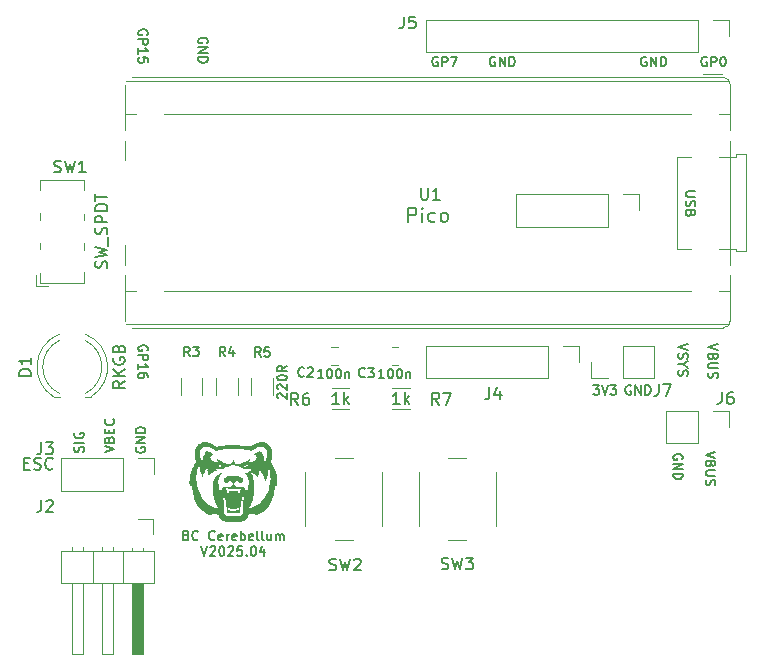
<source format=gbr>
G04 #@! TF.GenerationSoftware,KiCad,Pcbnew,9.0.1-9.0.1-0~ubuntu24.04.1*
G04 #@! TF.CreationDate,2025-04-25T17:18:32-05:00*
G04 #@! TF.ProjectId,pico_driver,7069636f-5f64-4726-9976-65722e6b6963,rev?*
G04 #@! TF.SameCoordinates,Original*
G04 #@! TF.FileFunction,Legend,Top*
G04 #@! TF.FilePolarity,Positive*
%FSLAX46Y46*%
G04 Gerber Fmt 4.6, Leading zero omitted, Abs format (unit mm)*
G04 Created by KiCad (PCBNEW 9.0.1-9.0.1-0~ubuntu24.04.1) date 2025-04-25 17:18:32*
%MOMM*%
%LPD*%
G01*
G04 APERTURE LIST*
%ADD10C,0.150000*%
%ADD11C,0.160000*%
%ADD12C,0.120000*%
%ADD13C,0.000000*%
G04 APERTURE END LIST*
D10*
X157390476Y-55100390D02*
X157314286Y-55062295D01*
X157314286Y-55062295D02*
X157200000Y-55062295D01*
X157200000Y-55062295D02*
X157085714Y-55100390D01*
X157085714Y-55100390D02*
X157009524Y-55176580D01*
X157009524Y-55176580D02*
X156971429Y-55252771D01*
X156971429Y-55252771D02*
X156933333Y-55405152D01*
X156933333Y-55405152D02*
X156933333Y-55519438D01*
X156933333Y-55519438D02*
X156971429Y-55671819D01*
X156971429Y-55671819D02*
X157009524Y-55748009D01*
X157009524Y-55748009D02*
X157085714Y-55824200D01*
X157085714Y-55824200D02*
X157200000Y-55862295D01*
X157200000Y-55862295D02*
X157276191Y-55862295D01*
X157276191Y-55862295D02*
X157390476Y-55824200D01*
X157390476Y-55824200D02*
X157428572Y-55786104D01*
X157428572Y-55786104D02*
X157428572Y-55519438D01*
X157428572Y-55519438D02*
X157276191Y-55519438D01*
X157771429Y-55862295D02*
X157771429Y-55062295D01*
X157771429Y-55062295D02*
X158228572Y-55862295D01*
X158228572Y-55862295D02*
X158228572Y-55062295D01*
X158609524Y-55862295D02*
X158609524Y-55062295D01*
X158609524Y-55062295D02*
X158800000Y-55062295D01*
X158800000Y-55062295D02*
X158914286Y-55100390D01*
X158914286Y-55100390D02*
X158990476Y-55176580D01*
X158990476Y-55176580D02*
X159028571Y-55252771D01*
X159028571Y-55252771D02*
X159066667Y-55405152D01*
X159066667Y-55405152D02*
X159066667Y-55519438D01*
X159066667Y-55519438D02*
X159028571Y-55671819D01*
X159028571Y-55671819D02*
X158990476Y-55748009D01*
X158990476Y-55748009D02*
X158914286Y-55824200D01*
X158914286Y-55824200D02*
X158800000Y-55862295D01*
X158800000Y-55862295D02*
X158609524Y-55862295D01*
X144590476Y-55100390D02*
X144514286Y-55062295D01*
X144514286Y-55062295D02*
X144400000Y-55062295D01*
X144400000Y-55062295D02*
X144285714Y-55100390D01*
X144285714Y-55100390D02*
X144209524Y-55176580D01*
X144209524Y-55176580D02*
X144171429Y-55252771D01*
X144171429Y-55252771D02*
X144133333Y-55405152D01*
X144133333Y-55405152D02*
X144133333Y-55519438D01*
X144133333Y-55519438D02*
X144171429Y-55671819D01*
X144171429Y-55671819D02*
X144209524Y-55748009D01*
X144209524Y-55748009D02*
X144285714Y-55824200D01*
X144285714Y-55824200D02*
X144400000Y-55862295D01*
X144400000Y-55862295D02*
X144476191Y-55862295D01*
X144476191Y-55862295D02*
X144590476Y-55824200D01*
X144590476Y-55824200D02*
X144628572Y-55786104D01*
X144628572Y-55786104D02*
X144628572Y-55519438D01*
X144628572Y-55519438D02*
X144476191Y-55519438D01*
X144971429Y-55862295D02*
X144971429Y-55062295D01*
X144971429Y-55062295D02*
X145428572Y-55862295D01*
X145428572Y-55862295D02*
X145428572Y-55062295D01*
X145809524Y-55862295D02*
X145809524Y-55062295D01*
X145809524Y-55062295D02*
X146000000Y-55062295D01*
X146000000Y-55062295D02*
X146114286Y-55100390D01*
X146114286Y-55100390D02*
X146190476Y-55176580D01*
X146190476Y-55176580D02*
X146228571Y-55252771D01*
X146228571Y-55252771D02*
X146266667Y-55405152D01*
X146266667Y-55405152D02*
X146266667Y-55519438D01*
X146266667Y-55519438D02*
X146228571Y-55671819D01*
X146228571Y-55671819D02*
X146190476Y-55748009D01*
X146190476Y-55748009D02*
X146114286Y-55824200D01*
X146114286Y-55824200D02*
X146000000Y-55862295D01*
X146000000Y-55862295D02*
X145809524Y-55862295D01*
X139728571Y-55100390D02*
X139652381Y-55062295D01*
X139652381Y-55062295D02*
X139538095Y-55062295D01*
X139538095Y-55062295D02*
X139423809Y-55100390D01*
X139423809Y-55100390D02*
X139347619Y-55176580D01*
X139347619Y-55176580D02*
X139309524Y-55252771D01*
X139309524Y-55252771D02*
X139271428Y-55405152D01*
X139271428Y-55405152D02*
X139271428Y-55519438D01*
X139271428Y-55519438D02*
X139309524Y-55671819D01*
X139309524Y-55671819D02*
X139347619Y-55748009D01*
X139347619Y-55748009D02*
X139423809Y-55824200D01*
X139423809Y-55824200D02*
X139538095Y-55862295D01*
X139538095Y-55862295D02*
X139614286Y-55862295D01*
X139614286Y-55862295D02*
X139728571Y-55824200D01*
X139728571Y-55824200D02*
X139766667Y-55786104D01*
X139766667Y-55786104D02*
X139766667Y-55519438D01*
X139766667Y-55519438D02*
X139614286Y-55519438D01*
X140109524Y-55862295D02*
X140109524Y-55062295D01*
X140109524Y-55062295D02*
X140414286Y-55062295D01*
X140414286Y-55062295D02*
X140490476Y-55100390D01*
X140490476Y-55100390D02*
X140528571Y-55138485D01*
X140528571Y-55138485D02*
X140566667Y-55214676D01*
X140566667Y-55214676D02*
X140566667Y-55328961D01*
X140566667Y-55328961D02*
X140528571Y-55405152D01*
X140528571Y-55405152D02*
X140490476Y-55443247D01*
X140490476Y-55443247D02*
X140414286Y-55481342D01*
X140414286Y-55481342D02*
X140109524Y-55481342D01*
X140833333Y-55062295D02*
X141366667Y-55062295D01*
X141366667Y-55062295D02*
X141023809Y-55862295D01*
X162528571Y-55100390D02*
X162452381Y-55062295D01*
X162452381Y-55062295D02*
X162338095Y-55062295D01*
X162338095Y-55062295D02*
X162223809Y-55100390D01*
X162223809Y-55100390D02*
X162147619Y-55176580D01*
X162147619Y-55176580D02*
X162109524Y-55252771D01*
X162109524Y-55252771D02*
X162071428Y-55405152D01*
X162071428Y-55405152D02*
X162071428Y-55519438D01*
X162071428Y-55519438D02*
X162109524Y-55671819D01*
X162109524Y-55671819D02*
X162147619Y-55748009D01*
X162147619Y-55748009D02*
X162223809Y-55824200D01*
X162223809Y-55824200D02*
X162338095Y-55862295D01*
X162338095Y-55862295D02*
X162414286Y-55862295D01*
X162414286Y-55862295D02*
X162528571Y-55824200D01*
X162528571Y-55824200D02*
X162566667Y-55786104D01*
X162566667Y-55786104D02*
X162566667Y-55519438D01*
X162566667Y-55519438D02*
X162414286Y-55519438D01*
X162909524Y-55862295D02*
X162909524Y-55062295D01*
X162909524Y-55062295D02*
X163214286Y-55062295D01*
X163214286Y-55062295D02*
X163290476Y-55100390D01*
X163290476Y-55100390D02*
X163328571Y-55138485D01*
X163328571Y-55138485D02*
X163366667Y-55214676D01*
X163366667Y-55214676D02*
X163366667Y-55328961D01*
X163366667Y-55328961D02*
X163328571Y-55405152D01*
X163328571Y-55405152D02*
X163290476Y-55443247D01*
X163290476Y-55443247D02*
X163214286Y-55481342D01*
X163214286Y-55481342D02*
X162909524Y-55481342D01*
X163861905Y-55062295D02*
X163938095Y-55062295D01*
X163938095Y-55062295D02*
X164014286Y-55100390D01*
X164014286Y-55100390D02*
X164052381Y-55138485D01*
X164052381Y-55138485D02*
X164090476Y-55214676D01*
X164090476Y-55214676D02*
X164128571Y-55367057D01*
X164128571Y-55367057D02*
X164128571Y-55557533D01*
X164128571Y-55557533D02*
X164090476Y-55709914D01*
X164090476Y-55709914D02*
X164052381Y-55786104D01*
X164052381Y-55786104D02*
X164014286Y-55824200D01*
X164014286Y-55824200D02*
X163938095Y-55862295D01*
X163938095Y-55862295D02*
X163861905Y-55862295D01*
X163861905Y-55862295D02*
X163785714Y-55824200D01*
X163785714Y-55824200D02*
X163747619Y-55786104D01*
X163747619Y-55786104D02*
X163709524Y-55709914D01*
X163709524Y-55709914D02*
X163671428Y-55557533D01*
X163671428Y-55557533D02*
X163671428Y-55367057D01*
X163671428Y-55367057D02*
X163709524Y-55214676D01*
X163709524Y-55214676D02*
X163747619Y-55138485D01*
X163747619Y-55138485D02*
X163785714Y-55100390D01*
X163785714Y-55100390D02*
X163861905Y-55062295D01*
X156090476Y-82900390D02*
X156014286Y-82862295D01*
X156014286Y-82862295D02*
X155900000Y-82862295D01*
X155900000Y-82862295D02*
X155785714Y-82900390D01*
X155785714Y-82900390D02*
X155709524Y-82976580D01*
X155709524Y-82976580D02*
X155671429Y-83052771D01*
X155671429Y-83052771D02*
X155633333Y-83205152D01*
X155633333Y-83205152D02*
X155633333Y-83319438D01*
X155633333Y-83319438D02*
X155671429Y-83471819D01*
X155671429Y-83471819D02*
X155709524Y-83548009D01*
X155709524Y-83548009D02*
X155785714Y-83624200D01*
X155785714Y-83624200D02*
X155900000Y-83662295D01*
X155900000Y-83662295D02*
X155976191Y-83662295D01*
X155976191Y-83662295D02*
X156090476Y-83624200D01*
X156090476Y-83624200D02*
X156128572Y-83586104D01*
X156128572Y-83586104D02*
X156128572Y-83319438D01*
X156128572Y-83319438D02*
X155976191Y-83319438D01*
X156471429Y-83662295D02*
X156471429Y-82862295D01*
X156471429Y-82862295D02*
X156928572Y-83662295D01*
X156928572Y-83662295D02*
X156928572Y-82862295D01*
X157309524Y-83662295D02*
X157309524Y-82862295D01*
X157309524Y-82862295D02*
X157500000Y-82862295D01*
X157500000Y-82862295D02*
X157614286Y-82900390D01*
X157614286Y-82900390D02*
X157690476Y-82976580D01*
X157690476Y-82976580D02*
X157728571Y-83052771D01*
X157728571Y-83052771D02*
X157766667Y-83205152D01*
X157766667Y-83205152D02*
X157766667Y-83319438D01*
X157766667Y-83319438D02*
X157728571Y-83471819D01*
X157728571Y-83471819D02*
X157690476Y-83548009D01*
X157690476Y-83548009D02*
X157614286Y-83624200D01*
X157614286Y-83624200D02*
X157500000Y-83662295D01*
X157500000Y-83662295D02*
X157309524Y-83662295D01*
X152909523Y-82862295D02*
X153404761Y-82862295D01*
X153404761Y-82862295D02*
X153138095Y-83167057D01*
X153138095Y-83167057D02*
X153252380Y-83167057D01*
X153252380Y-83167057D02*
X153328571Y-83205152D01*
X153328571Y-83205152D02*
X153366666Y-83243247D01*
X153366666Y-83243247D02*
X153404761Y-83319438D01*
X153404761Y-83319438D02*
X153404761Y-83509914D01*
X153404761Y-83509914D02*
X153366666Y-83586104D01*
X153366666Y-83586104D02*
X153328571Y-83624200D01*
X153328571Y-83624200D02*
X153252380Y-83662295D01*
X153252380Y-83662295D02*
X153023809Y-83662295D01*
X153023809Y-83662295D02*
X152947618Y-83624200D01*
X152947618Y-83624200D02*
X152909523Y-83586104D01*
X153633333Y-82862295D02*
X153900000Y-83662295D01*
X153900000Y-83662295D02*
X154166666Y-82862295D01*
X154357142Y-82862295D02*
X154852380Y-82862295D01*
X154852380Y-82862295D02*
X154585714Y-83167057D01*
X154585714Y-83167057D02*
X154699999Y-83167057D01*
X154699999Y-83167057D02*
X154776190Y-83205152D01*
X154776190Y-83205152D02*
X154814285Y-83243247D01*
X154814285Y-83243247D02*
X154852380Y-83319438D01*
X154852380Y-83319438D02*
X154852380Y-83509914D01*
X154852380Y-83509914D02*
X154814285Y-83586104D01*
X154814285Y-83586104D02*
X154776190Y-83624200D01*
X154776190Y-83624200D02*
X154699999Y-83662295D01*
X154699999Y-83662295D02*
X154471428Y-83662295D01*
X154471428Y-83662295D02*
X154395237Y-83624200D01*
X154395237Y-83624200D02*
X154357142Y-83586104D01*
X114200390Y-88109523D02*
X114162295Y-88185713D01*
X114162295Y-88185713D02*
X114162295Y-88299999D01*
X114162295Y-88299999D02*
X114200390Y-88414285D01*
X114200390Y-88414285D02*
X114276580Y-88490475D01*
X114276580Y-88490475D02*
X114352771Y-88528570D01*
X114352771Y-88528570D02*
X114505152Y-88566666D01*
X114505152Y-88566666D02*
X114619438Y-88566666D01*
X114619438Y-88566666D02*
X114771819Y-88528570D01*
X114771819Y-88528570D02*
X114848009Y-88490475D01*
X114848009Y-88490475D02*
X114924200Y-88414285D01*
X114924200Y-88414285D02*
X114962295Y-88299999D01*
X114962295Y-88299999D02*
X114962295Y-88223808D01*
X114962295Y-88223808D02*
X114924200Y-88109523D01*
X114924200Y-88109523D02*
X114886104Y-88071427D01*
X114886104Y-88071427D02*
X114619438Y-88071427D01*
X114619438Y-88071427D02*
X114619438Y-88223808D01*
X114962295Y-87728570D02*
X114162295Y-87728570D01*
X114162295Y-87728570D02*
X114962295Y-87271427D01*
X114962295Y-87271427D02*
X114162295Y-87271427D01*
X114962295Y-86890475D02*
X114162295Y-86890475D01*
X114162295Y-86890475D02*
X114162295Y-86699999D01*
X114162295Y-86699999D02*
X114200390Y-86585713D01*
X114200390Y-86585713D02*
X114276580Y-86509523D01*
X114276580Y-86509523D02*
X114352771Y-86471428D01*
X114352771Y-86471428D02*
X114505152Y-86433332D01*
X114505152Y-86433332D02*
X114619438Y-86433332D01*
X114619438Y-86433332D02*
X114771819Y-86471428D01*
X114771819Y-86471428D02*
X114848009Y-86509523D01*
X114848009Y-86509523D02*
X114924200Y-86585713D01*
X114924200Y-86585713D02*
X114962295Y-86699999D01*
X114962295Y-86699999D02*
X114962295Y-86890475D01*
X118444780Y-95587292D02*
X118559066Y-95625387D01*
X118559066Y-95625387D02*
X118597161Y-95663483D01*
X118597161Y-95663483D02*
X118635257Y-95739673D01*
X118635257Y-95739673D02*
X118635257Y-95853959D01*
X118635257Y-95853959D02*
X118597161Y-95930149D01*
X118597161Y-95930149D02*
X118559066Y-95968245D01*
X118559066Y-95968245D02*
X118482876Y-96006340D01*
X118482876Y-96006340D02*
X118178114Y-96006340D01*
X118178114Y-96006340D02*
X118178114Y-95206340D01*
X118178114Y-95206340D02*
X118444780Y-95206340D01*
X118444780Y-95206340D02*
X118520971Y-95244435D01*
X118520971Y-95244435D02*
X118559066Y-95282530D01*
X118559066Y-95282530D02*
X118597161Y-95358721D01*
X118597161Y-95358721D02*
X118597161Y-95434911D01*
X118597161Y-95434911D02*
X118559066Y-95511102D01*
X118559066Y-95511102D02*
X118520971Y-95549197D01*
X118520971Y-95549197D02*
X118444780Y-95587292D01*
X118444780Y-95587292D02*
X118178114Y-95587292D01*
X119435257Y-95930149D02*
X119397161Y-95968245D01*
X119397161Y-95968245D02*
X119282876Y-96006340D01*
X119282876Y-96006340D02*
X119206685Y-96006340D01*
X119206685Y-96006340D02*
X119092399Y-95968245D01*
X119092399Y-95968245D02*
X119016209Y-95892054D01*
X119016209Y-95892054D02*
X118978114Y-95815864D01*
X118978114Y-95815864D02*
X118940018Y-95663483D01*
X118940018Y-95663483D02*
X118940018Y-95549197D01*
X118940018Y-95549197D02*
X118978114Y-95396816D01*
X118978114Y-95396816D02*
X119016209Y-95320625D01*
X119016209Y-95320625D02*
X119092399Y-95244435D01*
X119092399Y-95244435D02*
X119206685Y-95206340D01*
X119206685Y-95206340D02*
X119282876Y-95206340D01*
X119282876Y-95206340D02*
X119397161Y-95244435D01*
X119397161Y-95244435D02*
X119435257Y-95282530D01*
X120844781Y-95930149D02*
X120806685Y-95968245D01*
X120806685Y-95968245D02*
X120692400Y-96006340D01*
X120692400Y-96006340D02*
X120616209Y-96006340D01*
X120616209Y-96006340D02*
X120501923Y-95968245D01*
X120501923Y-95968245D02*
X120425733Y-95892054D01*
X120425733Y-95892054D02*
X120387638Y-95815864D01*
X120387638Y-95815864D02*
X120349542Y-95663483D01*
X120349542Y-95663483D02*
X120349542Y-95549197D01*
X120349542Y-95549197D02*
X120387638Y-95396816D01*
X120387638Y-95396816D02*
X120425733Y-95320625D01*
X120425733Y-95320625D02*
X120501923Y-95244435D01*
X120501923Y-95244435D02*
X120616209Y-95206340D01*
X120616209Y-95206340D02*
X120692400Y-95206340D01*
X120692400Y-95206340D02*
X120806685Y-95244435D01*
X120806685Y-95244435D02*
X120844781Y-95282530D01*
X121492400Y-95968245D02*
X121416209Y-96006340D01*
X121416209Y-96006340D02*
X121263828Y-96006340D01*
X121263828Y-96006340D02*
X121187638Y-95968245D01*
X121187638Y-95968245D02*
X121149542Y-95892054D01*
X121149542Y-95892054D02*
X121149542Y-95587292D01*
X121149542Y-95587292D02*
X121187638Y-95511102D01*
X121187638Y-95511102D02*
X121263828Y-95473006D01*
X121263828Y-95473006D02*
X121416209Y-95473006D01*
X121416209Y-95473006D02*
X121492400Y-95511102D01*
X121492400Y-95511102D02*
X121530495Y-95587292D01*
X121530495Y-95587292D02*
X121530495Y-95663483D01*
X121530495Y-95663483D02*
X121149542Y-95739673D01*
X121873352Y-96006340D02*
X121873352Y-95473006D01*
X121873352Y-95625387D02*
X121911447Y-95549197D01*
X121911447Y-95549197D02*
X121949542Y-95511102D01*
X121949542Y-95511102D02*
X122025733Y-95473006D01*
X122025733Y-95473006D02*
X122101923Y-95473006D01*
X122673352Y-95968245D02*
X122597161Y-96006340D01*
X122597161Y-96006340D02*
X122444780Y-96006340D01*
X122444780Y-96006340D02*
X122368590Y-95968245D01*
X122368590Y-95968245D02*
X122330494Y-95892054D01*
X122330494Y-95892054D02*
X122330494Y-95587292D01*
X122330494Y-95587292D02*
X122368590Y-95511102D01*
X122368590Y-95511102D02*
X122444780Y-95473006D01*
X122444780Y-95473006D02*
X122597161Y-95473006D01*
X122597161Y-95473006D02*
X122673352Y-95511102D01*
X122673352Y-95511102D02*
X122711447Y-95587292D01*
X122711447Y-95587292D02*
X122711447Y-95663483D01*
X122711447Y-95663483D02*
X122330494Y-95739673D01*
X123054304Y-96006340D02*
X123054304Y-95206340D01*
X123054304Y-95511102D02*
X123130494Y-95473006D01*
X123130494Y-95473006D02*
X123282875Y-95473006D01*
X123282875Y-95473006D02*
X123359066Y-95511102D01*
X123359066Y-95511102D02*
X123397161Y-95549197D01*
X123397161Y-95549197D02*
X123435256Y-95625387D01*
X123435256Y-95625387D02*
X123435256Y-95853959D01*
X123435256Y-95853959D02*
X123397161Y-95930149D01*
X123397161Y-95930149D02*
X123359066Y-95968245D01*
X123359066Y-95968245D02*
X123282875Y-96006340D01*
X123282875Y-96006340D02*
X123130494Y-96006340D01*
X123130494Y-96006340D02*
X123054304Y-95968245D01*
X124082876Y-95968245D02*
X124006685Y-96006340D01*
X124006685Y-96006340D02*
X123854304Y-96006340D01*
X123854304Y-96006340D02*
X123778114Y-95968245D01*
X123778114Y-95968245D02*
X123740018Y-95892054D01*
X123740018Y-95892054D02*
X123740018Y-95587292D01*
X123740018Y-95587292D02*
X123778114Y-95511102D01*
X123778114Y-95511102D02*
X123854304Y-95473006D01*
X123854304Y-95473006D02*
X124006685Y-95473006D01*
X124006685Y-95473006D02*
X124082876Y-95511102D01*
X124082876Y-95511102D02*
X124120971Y-95587292D01*
X124120971Y-95587292D02*
X124120971Y-95663483D01*
X124120971Y-95663483D02*
X123740018Y-95739673D01*
X124578113Y-96006340D02*
X124501923Y-95968245D01*
X124501923Y-95968245D02*
X124463828Y-95892054D01*
X124463828Y-95892054D02*
X124463828Y-95206340D01*
X124997161Y-96006340D02*
X124920971Y-95968245D01*
X124920971Y-95968245D02*
X124882876Y-95892054D01*
X124882876Y-95892054D02*
X124882876Y-95206340D01*
X125644781Y-95473006D02*
X125644781Y-96006340D01*
X125301924Y-95473006D02*
X125301924Y-95892054D01*
X125301924Y-95892054D02*
X125340019Y-95968245D01*
X125340019Y-95968245D02*
X125416209Y-96006340D01*
X125416209Y-96006340D02*
X125530495Y-96006340D01*
X125530495Y-96006340D02*
X125606686Y-95968245D01*
X125606686Y-95968245D02*
X125644781Y-95930149D01*
X126025734Y-96006340D02*
X126025734Y-95473006D01*
X126025734Y-95549197D02*
X126063829Y-95511102D01*
X126063829Y-95511102D02*
X126140019Y-95473006D01*
X126140019Y-95473006D02*
X126254305Y-95473006D01*
X126254305Y-95473006D02*
X126330496Y-95511102D01*
X126330496Y-95511102D02*
X126368591Y-95587292D01*
X126368591Y-95587292D02*
X126368591Y-96006340D01*
X126368591Y-95587292D02*
X126406686Y-95511102D01*
X126406686Y-95511102D02*
X126482877Y-95473006D01*
X126482877Y-95473006D02*
X126597162Y-95473006D01*
X126597162Y-95473006D02*
X126673353Y-95511102D01*
X126673353Y-95511102D02*
X126711448Y-95587292D01*
X126711448Y-95587292D02*
X126711448Y-96006340D01*
X119701923Y-96494295D02*
X119968590Y-97294295D01*
X119968590Y-97294295D02*
X120235256Y-96494295D01*
X120463827Y-96570485D02*
X120501923Y-96532390D01*
X120501923Y-96532390D02*
X120578113Y-96494295D01*
X120578113Y-96494295D02*
X120768589Y-96494295D01*
X120768589Y-96494295D02*
X120844780Y-96532390D01*
X120844780Y-96532390D02*
X120882875Y-96570485D01*
X120882875Y-96570485D02*
X120920970Y-96646676D01*
X120920970Y-96646676D02*
X120920970Y-96722866D01*
X120920970Y-96722866D02*
X120882875Y-96837152D01*
X120882875Y-96837152D02*
X120425732Y-97294295D01*
X120425732Y-97294295D02*
X120920970Y-97294295D01*
X121416209Y-96494295D02*
X121492399Y-96494295D01*
X121492399Y-96494295D02*
X121568590Y-96532390D01*
X121568590Y-96532390D02*
X121606685Y-96570485D01*
X121606685Y-96570485D02*
X121644780Y-96646676D01*
X121644780Y-96646676D02*
X121682875Y-96799057D01*
X121682875Y-96799057D02*
X121682875Y-96989533D01*
X121682875Y-96989533D02*
X121644780Y-97141914D01*
X121644780Y-97141914D02*
X121606685Y-97218104D01*
X121606685Y-97218104D02*
X121568590Y-97256200D01*
X121568590Y-97256200D02*
X121492399Y-97294295D01*
X121492399Y-97294295D02*
X121416209Y-97294295D01*
X121416209Y-97294295D02*
X121340018Y-97256200D01*
X121340018Y-97256200D02*
X121301923Y-97218104D01*
X121301923Y-97218104D02*
X121263828Y-97141914D01*
X121263828Y-97141914D02*
X121225732Y-96989533D01*
X121225732Y-96989533D02*
X121225732Y-96799057D01*
X121225732Y-96799057D02*
X121263828Y-96646676D01*
X121263828Y-96646676D02*
X121301923Y-96570485D01*
X121301923Y-96570485D02*
X121340018Y-96532390D01*
X121340018Y-96532390D02*
X121416209Y-96494295D01*
X121987637Y-96570485D02*
X122025733Y-96532390D01*
X122025733Y-96532390D02*
X122101923Y-96494295D01*
X122101923Y-96494295D02*
X122292399Y-96494295D01*
X122292399Y-96494295D02*
X122368590Y-96532390D01*
X122368590Y-96532390D02*
X122406685Y-96570485D01*
X122406685Y-96570485D02*
X122444780Y-96646676D01*
X122444780Y-96646676D02*
X122444780Y-96722866D01*
X122444780Y-96722866D02*
X122406685Y-96837152D01*
X122406685Y-96837152D02*
X121949542Y-97294295D01*
X121949542Y-97294295D02*
X122444780Y-97294295D01*
X123168590Y-96494295D02*
X122787638Y-96494295D01*
X122787638Y-96494295D02*
X122749542Y-96875247D01*
X122749542Y-96875247D02*
X122787638Y-96837152D01*
X122787638Y-96837152D02*
X122863828Y-96799057D01*
X122863828Y-96799057D02*
X123054304Y-96799057D01*
X123054304Y-96799057D02*
X123130495Y-96837152D01*
X123130495Y-96837152D02*
X123168590Y-96875247D01*
X123168590Y-96875247D02*
X123206685Y-96951438D01*
X123206685Y-96951438D02*
X123206685Y-97141914D01*
X123206685Y-97141914D02*
X123168590Y-97218104D01*
X123168590Y-97218104D02*
X123130495Y-97256200D01*
X123130495Y-97256200D02*
X123054304Y-97294295D01*
X123054304Y-97294295D02*
X122863828Y-97294295D01*
X122863828Y-97294295D02*
X122787638Y-97256200D01*
X122787638Y-97256200D02*
X122749542Y-97218104D01*
X123549543Y-97218104D02*
X123587638Y-97256200D01*
X123587638Y-97256200D02*
X123549543Y-97294295D01*
X123549543Y-97294295D02*
X123511447Y-97256200D01*
X123511447Y-97256200D02*
X123549543Y-97218104D01*
X123549543Y-97218104D02*
X123549543Y-97294295D01*
X124082876Y-96494295D02*
X124159066Y-96494295D01*
X124159066Y-96494295D02*
X124235257Y-96532390D01*
X124235257Y-96532390D02*
X124273352Y-96570485D01*
X124273352Y-96570485D02*
X124311447Y-96646676D01*
X124311447Y-96646676D02*
X124349542Y-96799057D01*
X124349542Y-96799057D02*
X124349542Y-96989533D01*
X124349542Y-96989533D02*
X124311447Y-97141914D01*
X124311447Y-97141914D02*
X124273352Y-97218104D01*
X124273352Y-97218104D02*
X124235257Y-97256200D01*
X124235257Y-97256200D02*
X124159066Y-97294295D01*
X124159066Y-97294295D02*
X124082876Y-97294295D01*
X124082876Y-97294295D02*
X124006685Y-97256200D01*
X124006685Y-97256200D02*
X123968590Y-97218104D01*
X123968590Y-97218104D02*
X123930495Y-97141914D01*
X123930495Y-97141914D02*
X123892399Y-96989533D01*
X123892399Y-96989533D02*
X123892399Y-96799057D01*
X123892399Y-96799057D02*
X123930495Y-96646676D01*
X123930495Y-96646676D02*
X123968590Y-96570485D01*
X123968590Y-96570485D02*
X124006685Y-96532390D01*
X124006685Y-96532390D02*
X124082876Y-96494295D01*
X125035257Y-96760961D02*
X125035257Y-97294295D01*
X124844781Y-96456200D02*
X124654304Y-97027628D01*
X124654304Y-97027628D02*
X125149543Y-97027628D01*
X109724200Y-88519047D02*
X109762295Y-88404761D01*
X109762295Y-88404761D02*
X109762295Y-88214285D01*
X109762295Y-88214285D02*
X109724200Y-88138094D01*
X109724200Y-88138094D02*
X109686104Y-88099999D01*
X109686104Y-88099999D02*
X109609914Y-88061904D01*
X109609914Y-88061904D02*
X109533723Y-88061904D01*
X109533723Y-88061904D02*
X109457533Y-88099999D01*
X109457533Y-88099999D02*
X109419438Y-88138094D01*
X109419438Y-88138094D02*
X109381342Y-88214285D01*
X109381342Y-88214285D02*
X109343247Y-88366666D01*
X109343247Y-88366666D02*
X109305152Y-88442856D01*
X109305152Y-88442856D02*
X109267057Y-88480951D01*
X109267057Y-88480951D02*
X109190866Y-88519047D01*
X109190866Y-88519047D02*
X109114676Y-88519047D01*
X109114676Y-88519047D02*
X109038485Y-88480951D01*
X109038485Y-88480951D02*
X109000390Y-88442856D01*
X109000390Y-88442856D02*
X108962295Y-88366666D01*
X108962295Y-88366666D02*
X108962295Y-88176189D01*
X108962295Y-88176189D02*
X109000390Y-88061904D01*
X109762295Y-87719046D02*
X108962295Y-87719046D01*
X109000390Y-86919047D02*
X108962295Y-86995237D01*
X108962295Y-86995237D02*
X108962295Y-87109523D01*
X108962295Y-87109523D02*
X109000390Y-87223809D01*
X109000390Y-87223809D02*
X109076580Y-87299999D01*
X109076580Y-87299999D02*
X109152771Y-87338094D01*
X109152771Y-87338094D02*
X109305152Y-87376190D01*
X109305152Y-87376190D02*
X109419438Y-87376190D01*
X109419438Y-87376190D02*
X109571819Y-87338094D01*
X109571819Y-87338094D02*
X109648009Y-87299999D01*
X109648009Y-87299999D02*
X109724200Y-87223809D01*
X109724200Y-87223809D02*
X109762295Y-87109523D01*
X109762295Y-87109523D02*
X109762295Y-87033332D01*
X109762295Y-87033332D02*
X109724200Y-86919047D01*
X109724200Y-86919047D02*
X109686104Y-86880951D01*
X109686104Y-86880951D02*
X109419438Y-86880951D01*
X109419438Y-86880951D02*
X109419438Y-87033332D01*
X163237704Y-88483333D02*
X162437704Y-88750000D01*
X162437704Y-88750000D02*
X163237704Y-89016666D01*
X162856752Y-89549999D02*
X162818657Y-89664285D01*
X162818657Y-89664285D02*
X162780561Y-89702380D01*
X162780561Y-89702380D02*
X162704371Y-89740476D01*
X162704371Y-89740476D02*
X162590085Y-89740476D01*
X162590085Y-89740476D02*
X162513895Y-89702380D01*
X162513895Y-89702380D02*
X162475800Y-89664285D01*
X162475800Y-89664285D02*
X162437704Y-89588095D01*
X162437704Y-89588095D02*
X162437704Y-89283333D01*
X162437704Y-89283333D02*
X163237704Y-89283333D01*
X163237704Y-89283333D02*
X163237704Y-89549999D01*
X163237704Y-89549999D02*
X163199609Y-89626190D01*
X163199609Y-89626190D02*
X163161514Y-89664285D01*
X163161514Y-89664285D02*
X163085323Y-89702380D01*
X163085323Y-89702380D02*
X163009133Y-89702380D01*
X163009133Y-89702380D02*
X162932942Y-89664285D01*
X162932942Y-89664285D02*
X162894847Y-89626190D01*
X162894847Y-89626190D02*
X162856752Y-89549999D01*
X162856752Y-89549999D02*
X162856752Y-89283333D01*
X163237704Y-90083333D02*
X162590085Y-90083333D01*
X162590085Y-90083333D02*
X162513895Y-90121428D01*
X162513895Y-90121428D02*
X162475800Y-90159523D01*
X162475800Y-90159523D02*
X162437704Y-90235714D01*
X162437704Y-90235714D02*
X162437704Y-90388095D01*
X162437704Y-90388095D02*
X162475800Y-90464285D01*
X162475800Y-90464285D02*
X162513895Y-90502380D01*
X162513895Y-90502380D02*
X162590085Y-90540476D01*
X162590085Y-90540476D02*
X163237704Y-90540476D01*
X162475800Y-90883332D02*
X162437704Y-90997618D01*
X162437704Y-90997618D02*
X162437704Y-91188094D01*
X162437704Y-91188094D02*
X162475800Y-91264285D01*
X162475800Y-91264285D02*
X162513895Y-91302380D01*
X162513895Y-91302380D02*
X162590085Y-91340475D01*
X162590085Y-91340475D02*
X162666276Y-91340475D01*
X162666276Y-91340475D02*
X162742466Y-91302380D01*
X162742466Y-91302380D02*
X162780561Y-91264285D01*
X162780561Y-91264285D02*
X162818657Y-91188094D01*
X162818657Y-91188094D02*
X162856752Y-91035713D01*
X162856752Y-91035713D02*
X162894847Y-90959523D01*
X162894847Y-90959523D02*
X162932942Y-90921428D01*
X162932942Y-90921428D02*
X163009133Y-90883332D01*
X163009133Y-90883332D02*
X163085323Y-90883332D01*
X163085323Y-90883332D02*
X163161514Y-90921428D01*
X163161514Y-90921428D02*
X163199609Y-90959523D01*
X163199609Y-90959523D02*
X163237704Y-91035713D01*
X163237704Y-91035713D02*
X163237704Y-91226190D01*
X163237704Y-91226190D02*
X163199609Y-91340475D01*
X160449609Y-89140476D02*
X160487704Y-89064286D01*
X160487704Y-89064286D02*
X160487704Y-88950000D01*
X160487704Y-88950000D02*
X160449609Y-88835714D01*
X160449609Y-88835714D02*
X160373419Y-88759524D01*
X160373419Y-88759524D02*
X160297228Y-88721429D01*
X160297228Y-88721429D02*
X160144847Y-88683333D01*
X160144847Y-88683333D02*
X160030561Y-88683333D01*
X160030561Y-88683333D02*
X159878180Y-88721429D01*
X159878180Y-88721429D02*
X159801990Y-88759524D01*
X159801990Y-88759524D02*
X159725800Y-88835714D01*
X159725800Y-88835714D02*
X159687704Y-88950000D01*
X159687704Y-88950000D02*
X159687704Y-89026191D01*
X159687704Y-89026191D02*
X159725800Y-89140476D01*
X159725800Y-89140476D02*
X159763895Y-89178572D01*
X159763895Y-89178572D02*
X160030561Y-89178572D01*
X160030561Y-89178572D02*
X160030561Y-89026191D01*
X159687704Y-89521429D02*
X160487704Y-89521429D01*
X160487704Y-89521429D02*
X159687704Y-89978572D01*
X159687704Y-89978572D02*
X160487704Y-89978572D01*
X159687704Y-90359524D02*
X160487704Y-90359524D01*
X160487704Y-90359524D02*
X160487704Y-90550000D01*
X160487704Y-90550000D02*
X160449609Y-90664286D01*
X160449609Y-90664286D02*
X160373419Y-90740476D01*
X160373419Y-90740476D02*
X160297228Y-90778571D01*
X160297228Y-90778571D02*
X160144847Y-90816667D01*
X160144847Y-90816667D02*
X160030561Y-90816667D01*
X160030561Y-90816667D02*
X159878180Y-90778571D01*
X159878180Y-90778571D02*
X159801990Y-90740476D01*
X159801990Y-90740476D02*
X159725800Y-90664286D01*
X159725800Y-90664286D02*
X159687704Y-90550000D01*
X159687704Y-90550000D02*
X159687704Y-90359524D01*
X111562295Y-88528571D02*
X112362295Y-88261904D01*
X112362295Y-88261904D02*
X111562295Y-87995238D01*
X111943247Y-87461905D02*
X111981342Y-87347619D01*
X111981342Y-87347619D02*
X112019438Y-87309524D01*
X112019438Y-87309524D02*
X112095628Y-87271428D01*
X112095628Y-87271428D02*
X112209914Y-87271428D01*
X112209914Y-87271428D02*
X112286104Y-87309524D01*
X112286104Y-87309524D02*
X112324200Y-87347619D01*
X112324200Y-87347619D02*
X112362295Y-87423809D01*
X112362295Y-87423809D02*
X112362295Y-87728571D01*
X112362295Y-87728571D02*
X111562295Y-87728571D01*
X111562295Y-87728571D02*
X111562295Y-87461905D01*
X111562295Y-87461905D02*
X111600390Y-87385714D01*
X111600390Y-87385714D02*
X111638485Y-87347619D01*
X111638485Y-87347619D02*
X111714676Y-87309524D01*
X111714676Y-87309524D02*
X111790866Y-87309524D01*
X111790866Y-87309524D02*
X111867057Y-87347619D01*
X111867057Y-87347619D02*
X111905152Y-87385714D01*
X111905152Y-87385714D02*
X111943247Y-87461905D01*
X111943247Y-87461905D02*
X111943247Y-87728571D01*
X111943247Y-86928571D02*
X111943247Y-86661905D01*
X112362295Y-86547619D02*
X112362295Y-86928571D01*
X112362295Y-86928571D02*
X111562295Y-86928571D01*
X111562295Y-86928571D02*
X111562295Y-86547619D01*
X112286104Y-85747618D02*
X112324200Y-85785714D01*
X112324200Y-85785714D02*
X112362295Y-85899999D01*
X112362295Y-85899999D02*
X112362295Y-85976190D01*
X112362295Y-85976190D02*
X112324200Y-86090476D01*
X112324200Y-86090476D02*
X112248009Y-86166666D01*
X112248009Y-86166666D02*
X112171819Y-86204761D01*
X112171819Y-86204761D02*
X112019438Y-86242857D01*
X112019438Y-86242857D02*
X111905152Y-86242857D01*
X111905152Y-86242857D02*
X111752771Y-86204761D01*
X111752771Y-86204761D02*
X111676580Y-86166666D01*
X111676580Y-86166666D02*
X111600390Y-86090476D01*
X111600390Y-86090476D02*
X111562295Y-85976190D01*
X111562295Y-85976190D02*
X111562295Y-85899999D01*
X111562295Y-85899999D02*
X111600390Y-85785714D01*
X111600390Y-85785714D02*
X111638485Y-85747618D01*
X138336779Y-66154819D02*
X138336779Y-66964342D01*
X138336779Y-66964342D02*
X138384398Y-67059580D01*
X138384398Y-67059580D02*
X138432017Y-67107200D01*
X138432017Y-67107200D02*
X138527255Y-67154819D01*
X138527255Y-67154819D02*
X138717731Y-67154819D01*
X138717731Y-67154819D02*
X138812969Y-67107200D01*
X138812969Y-67107200D02*
X138860588Y-67059580D01*
X138860588Y-67059580D02*
X138908207Y-66964342D01*
X138908207Y-66964342D02*
X138908207Y-66154819D01*
X139908207Y-67154819D02*
X139336779Y-67154819D01*
X139622493Y-67154819D02*
X139622493Y-66154819D01*
X139622493Y-66154819D02*
X139527255Y-66297676D01*
X139527255Y-66297676D02*
X139432017Y-66392914D01*
X139432017Y-66392914D02*
X139336779Y-66440533D01*
D11*
X137242857Y-69046822D02*
X137242857Y-67846822D01*
X137242857Y-67846822D02*
X137700000Y-67846822D01*
X137700000Y-67846822D02*
X137814285Y-67903965D01*
X137814285Y-67903965D02*
X137871428Y-67961108D01*
X137871428Y-67961108D02*
X137928571Y-68075394D01*
X137928571Y-68075394D02*
X137928571Y-68246822D01*
X137928571Y-68246822D02*
X137871428Y-68361108D01*
X137871428Y-68361108D02*
X137814285Y-68418251D01*
X137814285Y-68418251D02*
X137700000Y-68475394D01*
X137700000Y-68475394D02*
X137242857Y-68475394D01*
X138442857Y-69046822D02*
X138442857Y-68246822D01*
X138442857Y-67846822D02*
X138385714Y-67903965D01*
X138385714Y-67903965D02*
X138442857Y-67961108D01*
X138442857Y-67961108D02*
X138500000Y-67903965D01*
X138500000Y-67903965D02*
X138442857Y-67846822D01*
X138442857Y-67846822D02*
X138442857Y-67961108D01*
X139528572Y-68989680D02*
X139414286Y-69046822D01*
X139414286Y-69046822D02*
X139185714Y-69046822D01*
X139185714Y-69046822D02*
X139071429Y-68989680D01*
X139071429Y-68989680D02*
X139014286Y-68932537D01*
X139014286Y-68932537D02*
X138957143Y-68818251D01*
X138957143Y-68818251D02*
X138957143Y-68475394D01*
X138957143Y-68475394D02*
X139014286Y-68361108D01*
X139014286Y-68361108D02*
X139071429Y-68303965D01*
X139071429Y-68303965D02*
X139185714Y-68246822D01*
X139185714Y-68246822D02*
X139414286Y-68246822D01*
X139414286Y-68246822D02*
X139528572Y-68303965D01*
X140214285Y-69046822D02*
X140100000Y-68989680D01*
X140100000Y-68989680D02*
X140042857Y-68932537D01*
X140042857Y-68932537D02*
X139985714Y-68818251D01*
X139985714Y-68818251D02*
X139985714Y-68475394D01*
X139985714Y-68475394D02*
X140042857Y-68361108D01*
X140042857Y-68361108D02*
X140100000Y-68303965D01*
X140100000Y-68303965D02*
X140214285Y-68246822D01*
X140214285Y-68246822D02*
X140385714Y-68246822D01*
X140385714Y-68246822D02*
X140500000Y-68303965D01*
X140500000Y-68303965D02*
X140557143Y-68361108D01*
X140557143Y-68361108D02*
X140614285Y-68475394D01*
X140614285Y-68475394D02*
X140614285Y-68818251D01*
X140614285Y-68818251D02*
X140557143Y-68932537D01*
X140557143Y-68932537D02*
X140500000Y-68989680D01*
X140500000Y-68989680D02*
X140385714Y-69046822D01*
X140385714Y-69046822D02*
X140214285Y-69046822D01*
D10*
X115159609Y-53207029D02*
X115197704Y-53130839D01*
X115197704Y-53130839D02*
X115197704Y-53016553D01*
X115197704Y-53016553D02*
X115159609Y-52902267D01*
X115159609Y-52902267D02*
X115083419Y-52826077D01*
X115083419Y-52826077D02*
X115007228Y-52787982D01*
X115007228Y-52787982D02*
X114854847Y-52749886D01*
X114854847Y-52749886D02*
X114740561Y-52749886D01*
X114740561Y-52749886D02*
X114588180Y-52787982D01*
X114588180Y-52787982D02*
X114511990Y-52826077D01*
X114511990Y-52826077D02*
X114435800Y-52902267D01*
X114435800Y-52902267D02*
X114397704Y-53016553D01*
X114397704Y-53016553D02*
X114397704Y-53092744D01*
X114397704Y-53092744D02*
X114435800Y-53207029D01*
X114435800Y-53207029D02*
X114473895Y-53245125D01*
X114473895Y-53245125D02*
X114740561Y-53245125D01*
X114740561Y-53245125D02*
X114740561Y-53092744D01*
X114397704Y-53587982D02*
X115197704Y-53587982D01*
X115197704Y-53587982D02*
X115197704Y-53892744D01*
X115197704Y-53892744D02*
X115159609Y-53968934D01*
X115159609Y-53968934D02*
X115121514Y-54007029D01*
X115121514Y-54007029D02*
X115045323Y-54045125D01*
X115045323Y-54045125D02*
X114931038Y-54045125D01*
X114931038Y-54045125D02*
X114854847Y-54007029D01*
X114854847Y-54007029D02*
X114816752Y-53968934D01*
X114816752Y-53968934D02*
X114778657Y-53892744D01*
X114778657Y-53892744D02*
X114778657Y-53587982D01*
X114397704Y-54807029D02*
X114397704Y-54349886D01*
X114397704Y-54578458D02*
X115197704Y-54578458D01*
X115197704Y-54578458D02*
X115083419Y-54502267D01*
X115083419Y-54502267D02*
X115007228Y-54426077D01*
X115007228Y-54426077D02*
X114969133Y-54349886D01*
X115197704Y-55530839D02*
X115197704Y-55149887D01*
X115197704Y-55149887D02*
X114816752Y-55111791D01*
X114816752Y-55111791D02*
X114854847Y-55149887D01*
X114854847Y-55149887D02*
X114892942Y-55226077D01*
X114892942Y-55226077D02*
X114892942Y-55416553D01*
X114892942Y-55416553D02*
X114854847Y-55492744D01*
X114854847Y-55492744D02*
X114816752Y-55530839D01*
X114816752Y-55530839D02*
X114740561Y-55568934D01*
X114740561Y-55568934D02*
X114550085Y-55568934D01*
X114550085Y-55568934D02*
X114473895Y-55530839D01*
X114473895Y-55530839D02*
X114435800Y-55492744D01*
X114435800Y-55492744D02*
X114397704Y-55416553D01*
X114397704Y-55416553D02*
X114397704Y-55226077D01*
X114397704Y-55226077D02*
X114435800Y-55149887D01*
X114435800Y-55149887D02*
X114473895Y-55111791D01*
X161550704Y-66459160D02*
X160903085Y-66459160D01*
X160903085Y-66459160D02*
X160826895Y-66497255D01*
X160826895Y-66497255D02*
X160788800Y-66535350D01*
X160788800Y-66535350D02*
X160750704Y-66611541D01*
X160750704Y-66611541D02*
X160750704Y-66763922D01*
X160750704Y-66763922D02*
X160788800Y-66840112D01*
X160788800Y-66840112D02*
X160826895Y-66878207D01*
X160826895Y-66878207D02*
X160903085Y-66916303D01*
X160903085Y-66916303D02*
X161550704Y-66916303D01*
X160788800Y-67259159D02*
X160750704Y-67373445D01*
X160750704Y-67373445D02*
X160750704Y-67563921D01*
X160750704Y-67563921D02*
X160788800Y-67640112D01*
X160788800Y-67640112D02*
X160826895Y-67678207D01*
X160826895Y-67678207D02*
X160903085Y-67716302D01*
X160903085Y-67716302D02*
X160979276Y-67716302D01*
X160979276Y-67716302D02*
X161055466Y-67678207D01*
X161055466Y-67678207D02*
X161093561Y-67640112D01*
X161093561Y-67640112D02*
X161131657Y-67563921D01*
X161131657Y-67563921D02*
X161169752Y-67411540D01*
X161169752Y-67411540D02*
X161207847Y-67335350D01*
X161207847Y-67335350D02*
X161245942Y-67297255D01*
X161245942Y-67297255D02*
X161322133Y-67259159D01*
X161322133Y-67259159D02*
X161398323Y-67259159D01*
X161398323Y-67259159D02*
X161474514Y-67297255D01*
X161474514Y-67297255D02*
X161512609Y-67335350D01*
X161512609Y-67335350D02*
X161550704Y-67411540D01*
X161550704Y-67411540D02*
X161550704Y-67602017D01*
X161550704Y-67602017D02*
X161512609Y-67716302D01*
X161169752Y-68325826D02*
X161131657Y-68440112D01*
X161131657Y-68440112D02*
X161093561Y-68478207D01*
X161093561Y-68478207D02*
X161017371Y-68516303D01*
X161017371Y-68516303D02*
X160903085Y-68516303D01*
X160903085Y-68516303D02*
X160826895Y-68478207D01*
X160826895Y-68478207D02*
X160788800Y-68440112D01*
X160788800Y-68440112D02*
X160750704Y-68363922D01*
X160750704Y-68363922D02*
X160750704Y-68059160D01*
X160750704Y-68059160D02*
X161550704Y-68059160D01*
X161550704Y-68059160D02*
X161550704Y-68325826D01*
X161550704Y-68325826D02*
X161512609Y-68402017D01*
X161512609Y-68402017D02*
X161474514Y-68440112D01*
X161474514Y-68440112D02*
X161398323Y-68478207D01*
X161398323Y-68478207D02*
X161322133Y-68478207D01*
X161322133Y-68478207D02*
X161245942Y-68440112D01*
X161245942Y-68440112D02*
X161207847Y-68402017D01*
X161207847Y-68402017D02*
X161169752Y-68325826D01*
X161169752Y-68325826D02*
X161169752Y-68059160D01*
X160917704Y-79394874D02*
X160117704Y-79661541D01*
X160117704Y-79661541D02*
X160917704Y-79928207D01*
X160155800Y-80156778D02*
X160117704Y-80271064D01*
X160117704Y-80271064D02*
X160117704Y-80461540D01*
X160117704Y-80461540D02*
X160155800Y-80537731D01*
X160155800Y-80537731D02*
X160193895Y-80575826D01*
X160193895Y-80575826D02*
X160270085Y-80613921D01*
X160270085Y-80613921D02*
X160346276Y-80613921D01*
X160346276Y-80613921D02*
X160422466Y-80575826D01*
X160422466Y-80575826D02*
X160460561Y-80537731D01*
X160460561Y-80537731D02*
X160498657Y-80461540D01*
X160498657Y-80461540D02*
X160536752Y-80309159D01*
X160536752Y-80309159D02*
X160574847Y-80232969D01*
X160574847Y-80232969D02*
X160612942Y-80194874D01*
X160612942Y-80194874D02*
X160689133Y-80156778D01*
X160689133Y-80156778D02*
X160765323Y-80156778D01*
X160765323Y-80156778D02*
X160841514Y-80194874D01*
X160841514Y-80194874D02*
X160879609Y-80232969D01*
X160879609Y-80232969D02*
X160917704Y-80309159D01*
X160917704Y-80309159D02*
X160917704Y-80499636D01*
X160917704Y-80499636D02*
X160879609Y-80613921D01*
X160498657Y-81109160D02*
X160117704Y-81109160D01*
X160917704Y-80842493D02*
X160498657Y-81109160D01*
X160498657Y-81109160D02*
X160917704Y-81375826D01*
X160155800Y-81604397D02*
X160117704Y-81718683D01*
X160117704Y-81718683D02*
X160117704Y-81909159D01*
X160117704Y-81909159D02*
X160155800Y-81985350D01*
X160155800Y-81985350D02*
X160193895Y-82023445D01*
X160193895Y-82023445D02*
X160270085Y-82061540D01*
X160270085Y-82061540D02*
X160346276Y-82061540D01*
X160346276Y-82061540D02*
X160422466Y-82023445D01*
X160422466Y-82023445D02*
X160460561Y-81985350D01*
X160460561Y-81985350D02*
X160498657Y-81909159D01*
X160498657Y-81909159D02*
X160536752Y-81756778D01*
X160536752Y-81756778D02*
X160574847Y-81680588D01*
X160574847Y-81680588D02*
X160612942Y-81642493D01*
X160612942Y-81642493D02*
X160689133Y-81604397D01*
X160689133Y-81604397D02*
X160765323Y-81604397D01*
X160765323Y-81604397D02*
X160841514Y-81642493D01*
X160841514Y-81642493D02*
X160879609Y-81680588D01*
X160879609Y-81680588D02*
X160917704Y-81756778D01*
X160917704Y-81756778D02*
X160917704Y-81947255D01*
X160917704Y-81947255D02*
X160879609Y-82061540D01*
X115159609Y-79928207D02*
X115197704Y-79852017D01*
X115197704Y-79852017D02*
X115197704Y-79737731D01*
X115197704Y-79737731D02*
X115159609Y-79623445D01*
X115159609Y-79623445D02*
X115083419Y-79547255D01*
X115083419Y-79547255D02*
X115007228Y-79509160D01*
X115007228Y-79509160D02*
X114854847Y-79471064D01*
X114854847Y-79471064D02*
X114740561Y-79471064D01*
X114740561Y-79471064D02*
X114588180Y-79509160D01*
X114588180Y-79509160D02*
X114511990Y-79547255D01*
X114511990Y-79547255D02*
X114435800Y-79623445D01*
X114435800Y-79623445D02*
X114397704Y-79737731D01*
X114397704Y-79737731D02*
X114397704Y-79813922D01*
X114397704Y-79813922D02*
X114435800Y-79928207D01*
X114435800Y-79928207D02*
X114473895Y-79966303D01*
X114473895Y-79966303D02*
X114740561Y-79966303D01*
X114740561Y-79966303D02*
X114740561Y-79813922D01*
X114397704Y-80309160D02*
X115197704Y-80309160D01*
X115197704Y-80309160D02*
X115197704Y-80613922D01*
X115197704Y-80613922D02*
X115159609Y-80690112D01*
X115159609Y-80690112D02*
X115121514Y-80728207D01*
X115121514Y-80728207D02*
X115045323Y-80766303D01*
X115045323Y-80766303D02*
X114931038Y-80766303D01*
X114931038Y-80766303D02*
X114854847Y-80728207D01*
X114854847Y-80728207D02*
X114816752Y-80690112D01*
X114816752Y-80690112D02*
X114778657Y-80613922D01*
X114778657Y-80613922D02*
X114778657Y-80309160D01*
X114397704Y-81528207D02*
X114397704Y-81071064D01*
X114397704Y-81299636D02*
X115197704Y-81299636D01*
X115197704Y-81299636D02*
X115083419Y-81223445D01*
X115083419Y-81223445D02*
X115007228Y-81147255D01*
X115007228Y-81147255D02*
X114969133Y-81071064D01*
X115197704Y-82213922D02*
X115197704Y-82061541D01*
X115197704Y-82061541D02*
X115159609Y-81985350D01*
X115159609Y-81985350D02*
X115121514Y-81947255D01*
X115121514Y-81947255D02*
X115007228Y-81871065D01*
X115007228Y-81871065D02*
X114854847Y-81832969D01*
X114854847Y-81832969D02*
X114550085Y-81832969D01*
X114550085Y-81832969D02*
X114473895Y-81871065D01*
X114473895Y-81871065D02*
X114435800Y-81909160D01*
X114435800Y-81909160D02*
X114397704Y-81985350D01*
X114397704Y-81985350D02*
X114397704Y-82137731D01*
X114397704Y-82137731D02*
X114435800Y-82213922D01*
X114435800Y-82213922D02*
X114473895Y-82252017D01*
X114473895Y-82252017D02*
X114550085Y-82290112D01*
X114550085Y-82290112D02*
X114740561Y-82290112D01*
X114740561Y-82290112D02*
X114816752Y-82252017D01*
X114816752Y-82252017D02*
X114854847Y-82213922D01*
X114854847Y-82213922D02*
X114892942Y-82137731D01*
X114892942Y-82137731D02*
X114892942Y-81985350D01*
X114892942Y-81985350D02*
X114854847Y-81909160D01*
X114854847Y-81909160D02*
X114816752Y-81871065D01*
X114816752Y-81871065D02*
X114740561Y-81832969D01*
X163457704Y-79394874D02*
X162657704Y-79661541D01*
X162657704Y-79661541D02*
X163457704Y-79928207D01*
X163076752Y-80461540D02*
X163038657Y-80575826D01*
X163038657Y-80575826D02*
X163000561Y-80613921D01*
X163000561Y-80613921D02*
X162924371Y-80652017D01*
X162924371Y-80652017D02*
X162810085Y-80652017D01*
X162810085Y-80652017D02*
X162733895Y-80613921D01*
X162733895Y-80613921D02*
X162695800Y-80575826D01*
X162695800Y-80575826D02*
X162657704Y-80499636D01*
X162657704Y-80499636D02*
X162657704Y-80194874D01*
X162657704Y-80194874D02*
X163457704Y-80194874D01*
X163457704Y-80194874D02*
X163457704Y-80461540D01*
X163457704Y-80461540D02*
X163419609Y-80537731D01*
X163419609Y-80537731D02*
X163381514Y-80575826D01*
X163381514Y-80575826D02*
X163305323Y-80613921D01*
X163305323Y-80613921D02*
X163229133Y-80613921D01*
X163229133Y-80613921D02*
X163152942Y-80575826D01*
X163152942Y-80575826D02*
X163114847Y-80537731D01*
X163114847Y-80537731D02*
X163076752Y-80461540D01*
X163076752Y-80461540D02*
X163076752Y-80194874D01*
X163457704Y-80994874D02*
X162810085Y-80994874D01*
X162810085Y-80994874D02*
X162733895Y-81032969D01*
X162733895Y-81032969D02*
X162695800Y-81071064D01*
X162695800Y-81071064D02*
X162657704Y-81147255D01*
X162657704Y-81147255D02*
X162657704Y-81299636D01*
X162657704Y-81299636D02*
X162695800Y-81375826D01*
X162695800Y-81375826D02*
X162733895Y-81413921D01*
X162733895Y-81413921D02*
X162810085Y-81452017D01*
X162810085Y-81452017D02*
X163457704Y-81452017D01*
X162695800Y-81794873D02*
X162657704Y-81909159D01*
X162657704Y-81909159D02*
X162657704Y-82099635D01*
X162657704Y-82099635D02*
X162695800Y-82175826D01*
X162695800Y-82175826D02*
X162733895Y-82213921D01*
X162733895Y-82213921D02*
X162810085Y-82252016D01*
X162810085Y-82252016D02*
X162886276Y-82252016D01*
X162886276Y-82252016D02*
X162962466Y-82213921D01*
X162962466Y-82213921D02*
X163000561Y-82175826D01*
X163000561Y-82175826D02*
X163038657Y-82099635D01*
X163038657Y-82099635D02*
X163076752Y-81947254D01*
X163076752Y-81947254D02*
X163114847Y-81871064D01*
X163114847Y-81871064D02*
X163152942Y-81832969D01*
X163152942Y-81832969D02*
X163229133Y-81794873D01*
X163229133Y-81794873D02*
X163305323Y-81794873D01*
X163305323Y-81794873D02*
X163381514Y-81832969D01*
X163381514Y-81832969D02*
X163419609Y-81871064D01*
X163419609Y-81871064D02*
X163457704Y-81947254D01*
X163457704Y-81947254D02*
X163457704Y-82137731D01*
X163457704Y-82137731D02*
X163419609Y-82252016D01*
X120239609Y-53892744D02*
X120277704Y-53816554D01*
X120277704Y-53816554D02*
X120277704Y-53702268D01*
X120277704Y-53702268D02*
X120239609Y-53587982D01*
X120239609Y-53587982D02*
X120163419Y-53511792D01*
X120163419Y-53511792D02*
X120087228Y-53473697D01*
X120087228Y-53473697D02*
X119934847Y-53435601D01*
X119934847Y-53435601D02*
X119820561Y-53435601D01*
X119820561Y-53435601D02*
X119668180Y-53473697D01*
X119668180Y-53473697D02*
X119591990Y-53511792D01*
X119591990Y-53511792D02*
X119515800Y-53587982D01*
X119515800Y-53587982D02*
X119477704Y-53702268D01*
X119477704Y-53702268D02*
X119477704Y-53778459D01*
X119477704Y-53778459D02*
X119515800Y-53892744D01*
X119515800Y-53892744D02*
X119553895Y-53930840D01*
X119553895Y-53930840D02*
X119820561Y-53930840D01*
X119820561Y-53930840D02*
X119820561Y-53778459D01*
X119477704Y-54273697D02*
X120277704Y-54273697D01*
X120277704Y-54273697D02*
X119477704Y-54730840D01*
X119477704Y-54730840D02*
X120277704Y-54730840D01*
X119477704Y-55111792D02*
X120277704Y-55111792D01*
X120277704Y-55111792D02*
X120277704Y-55302268D01*
X120277704Y-55302268D02*
X120239609Y-55416554D01*
X120239609Y-55416554D02*
X120163419Y-55492744D01*
X120163419Y-55492744D02*
X120087228Y-55530839D01*
X120087228Y-55530839D02*
X119934847Y-55568935D01*
X119934847Y-55568935D02*
X119820561Y-55568935D01*
X119820561Y-55568935D02*
X119668180Y-55530839D01*
X119668180Y-55530839D02*
X119591990Y-55492744D01*
X119591990Y-55492744D02*
X119515800Y-55416554D01*
X119515800Y-55416554D02*
X119477704Y-55302268D01*
X119477704Y-55302268D02*
X119477704Y-55111792D01*
X106166666Y-92604819D02*
X106166666Y-93319104D01*
X106166666Y-93319104D02*
X106119047Y-93461961D01*
X106119047Y-93461961D02*
X106023809Y-93557200D01*
X106023809Y-93557200D02*
X105880952Y-93604819D01*
X105880952Y-93604819D02*
X105785714Y-93604819D01*
X106595238Y-92700057D02*
X106642857Y-92652438D01*
X106642857Y-92652438D02*
X106738095Y-92604819D01*
X106738095Y-92604819D02*
X106976190Y-92604819D01*
X106976190Y-92604819D02*
X107071428Y-92652438D01*
X107071428Y-92652438D02*
X107119047Y-92700057D01*
X107119047Y-92700057D02*
X107166666Y-92795295D01*
X107166666Y-92795295D02*
X107166666Y-92890533D01*
X107166666Y-92890533D02*
X107119047Y-93033390D01*
X107119047Y-93033390D02*
X106547619Y-93604819D01*
X106547619Y-93604819D02*
X107166666Y-93604819D01*
X106166666Y-87704819D02*
X106166666Y-88419104D01*
X106166666Y-88419104D02*
X106119047Y-88561961D01*
X106119047Y-88561961D02*
X106023809Y-88657200D01*
X106023809Y-88657200D02*
X105880952Y-88704819D01*
X105880952Y-88704819D02*
X105785714Y-88704819D01*
X106547619Y-87704819D02*
X107166666Y-87704819D01*
X107166666Y-87704819D02*
X106833333Y-88085771D01*
X106833333Y-88085771D02*
X106976190Y-88085771D01*
X106976190Y-88085771D02*
X107071428Y-88133390D01*
X107071428Y-88133390D02*
X107119047Y-88181009D01*
X107119047Y-88181009D02*
X107166666Y-88276247D01*
X107166666Y-88276247D02*
X107166666Y-88514342D01*
X107166666Y-88514342D02*
X107119047Y-88609580D01*
X107119047Y-88609580D02*
X107071428Y-88657200D01*
X107071428Y-88657200D02*
X106976190Y-88704819D01*
X106976190Y-88704819D02*
X106690476Y-88704819D01*
X106690476Y-88704819D02*
X106595238Y-88657200D01*
X106595238Y-88657200D02*
X106547619Y-88609580D01*
X104709524Y-89481009D02*
X105042857Y-89481009D01*
X105185714Y-90004819D02*
X104709524Y-90004819D01*
X104709524Y-90004819D02*
X104709524Y-89004819D01*
X104709524Y-89004819D02*
X105185714Y-89004819D01*
X105566667Y-89957200D02*
X105709524Y-90004819D01*
X105709524Y-90004819D02*
X105947619Y-90004819D01*
X105947619Y-90004819D02*
X106042857Y-89957200D01*
X106042857Y-89957200D02*
X106090476Y-89909580D01*
X106090476Y-89909580D02*
X106138095Y-89814342D01*
X106138095Y-89814342D02*
X106138095Y-89719104D01*
X106138095Y-89719104D02*
X106090476Y-89623866D01*
X106090476Y-89623866D02*
X106042857Y-89576247D01*
X106042857Y-89576247D02*
X105947619Y-89528628D01*
X105947619Y-89528628D02*
X105757143Y-89481009D01*
X105757143Y-89481009D02*
X105661905Y-89433390D01*
X105661905Y-89433390D02*
X105614286Y-89385771D01*
X105614286Y-89385771D02*
X105566667Y-89290533D01*
X105566667Y-89290533D02*
X105566667Y-89195295D01*
X105566667Y-89195295D02*
X105614286Y-89100057D01*
X105614286Y-89100057D02*
X105661905Y-89052438D01*
X105661905Y-89052438D02*
X105757143Y-89004819D01*
X105757143Y-89004819D02*
X105995238Y-89004819D01*
X105995238Y-89004819D02*
X106138095Y-89052438D01*
X107138095Y-89909580D02*
X107090476Y-89957200D01*
X107090476Y-89957200D02*
X106947619Y-90004819D01*
X106947619Y-90004819D02*
X106852381Y-90004819D01*
X106852381Y-90004819D02*
X106709524Y-89957200D01*
X106709524Y-89957200D02*
X106614286Y-89861961D01*
X106614286Y-89861961D02*
X106566667Y-89766723D01*
X106566667Y-89766723D02*
X106519048Y-89576247D01*
X106519048Y-89576247D02*
X106519048Y-89433390D01*
X106519048Y-89433390D02*
X106566667Y-89242914D01*
X106566667Y-89242914D02*
X106614286Y-89147676D01*
X106614286Y-89147676D02*
X106709524Y-89052438D01*
X106709524Y-89052438D02*
X106852381Y-89004819D01*
X106852381Y-89004819D02*
X106947619Y-89004819D01*
X106947619Y-89004819D02*
X107090476Y-89052438D01*
X107090476Y-89052438D02*
X107138095Y-89100057D01*
X140066667Y-98407200D02*
X140209524Y-98454819D01*
X140209524Y-98454819D02*
X140447619Y-98454819D01*
X140447619Y-98454819D02*
X140542857Y-98407200D01*
X140542857Y-98407200D02*
X140590476Y-98359580D01*
X140590476Y-98359580D02*
X140638095Y-98264342D01*
X140638095Y-98264342D02*
X140638095Y-98169104D01*
X140638095Y-98169104D02*
X140590476Y-98073866D01*
X140590476Y-98073866D02*
X140542857Y-98026247D01*
X140542857Y-98026247D02*
X140447619Y-97978628D01*
X140447619Y-97978628D02*
X140257143Y-97931009D01*
X140257143Y-97931009D02*
X140161905Y-97883390D01*
X140161905Y-97883390D02*
X140114286Y-97835771D01*
X140114286Y-97835771D02*
X140066667Y-97740533D01*
X140066667Y-97740533D02*
X140066667Y-97645295D01*
X140066667Y-97645295D02*
X140114286Y-97550057D01*
X140114286Y-97550057D02*
X140161905Y-97502438D01*
X140161905Y-97502438D02*
X140257143Y-97454819D01*
X140257143Y-97454819D02*
X140495238Y-97454819D01*
X140495238Y-97454819D02*
X140638095Y-97502438D01*
X140971429Y-97454819D02*
X141209524Y-98454819D01*
X141209524Y-98454819D02*
X141400000Y-97740533D01*
X141400000Y-97740533D02*
X141590476Y-98454819D01*
X141590476Y-98454819D02*
X141828572Y-97454819D01*
X142114286Y-97454819D02*
X142733333Y-97454819D01*
X142733333Y-97454819D02*
X142400000Y-97835771D01*
X142400000Y-97835771D02*
X142542857Y-97835771D01*
X142542857Y-97835771D02*
X142638095Y-97883390D01*
X142638095Y-97883390D02*
X142685714Y-97931009D01*
X142685714Y-97931009D02*
X142733333Y-98026247D01*
X142733333Y-98026247D02*
X142733333Y-98264342D01*
X142733333Y-98264342D02*
X142685714Y-98359580D01*
X142685714Y-98359580D02*
X142638095Y-98407200D01*
X142638095Y-98407200D02*
X142542857Y-98454819D01*
X142542857Y-98454819D02*
X142257143Y-98454819D01*
X142257143Y-98454819D02*
X142161905Y-98407200D01*
X142161905Y-98407200D02*
X142114286Y-98359580D01*
X130566667Y-98507200D02*
X130709524Y-98554819D01*
X130709524Y-98554819D02*
X130947619Y-98554819D01*
X130947619Y-98554819D02*
X131042857Y-98507200D01*
X131042857Y-98507200D02*
X131090476Y-98459580D01*
X131090476Y-98459580D02*
X131138095Y-98364342D01*
X131138095Y-98364342D02*
X131138095Y-98269104D01*
X131138095Y-98269104D02*
X131090476Y-98173866D01*
X131090476Y-98173866D02*
X131042857Y-98126247D01*
X131042857Y-98126247D02*
X130947619Y-98078628D01*
X130947619Y-98078628D02*
X130757143Y-98031009D01*
X130757143Y-98031009D02*
X130661905Y-97983390D01*
X130661905Y-97983390D02*
X130614286Y-97935771D01*
X130614286Y-97935771D02*
X130566667Y-97840533D01*
X130566667Y-97840533D02*
X130566667Y-97745295D01*
X130566667Y-97745295D02*
X130614286Y-97650057D01*
X130614286Y-97650057D02*
X130661905Y-97602438D01*
X130661905Y-97602438D02*
X130757143Y-97554819D01*
X130757143Y-97554819D02*
X130995238Y-97554819D01*
X130995238Y-97554819D02*
X131138095Y-97602438D01*
X131471429Y-97554819D02*
X131709524Y-98554819D01*
X131709524Y-98554819D02*
X131900000Y-97840533D01*
X131900000Y-97840533D02*
X132090476Y-98554819D01*
X132090476Y-98554819D02*
X132328572Y-97554819D01*
X132661905Y-97650057D02*
X132709524Y-97602438D01*
X132709524Y-97602438D02*
X132804762Y-97554819D01*
X132804762Y-97554819D02*
X133042857Y-97554819D01*
X133042857Y-97554819D02*
X133138095Y-97602438D01*
X133138095Y-97602438D02*
X133185714Y-97650057D01*
X133185714Y-97650057D02*
X133233333Y-97745295D01*
X133233333Y-97745295D02*
X133233333Y-97840533D01*
X133233333Y-97840533D02*
X133185714Y-97983390D01*
X133185714Y-97983390D02*
X132614286Y-98554819D01*
X132614286Y-98554819D02*
X133233333Y-98554819D01*
X107266667Y-64807200D02*
X107409524Y-64854819D01*
X107409524Y-64854819D02*
X107647619Y-64854819D01*
X107647619Y-64854819D02*
X107742857Y-64807200D01*
X107742857Y-64807200D02*
X107790476Y-64759580D01*
X107790476Y-64759580D02*
X107838095Y-64664342D01*
X107838095Y-64664342D02*
X107838095Y-64569104D01*
X107838095Y-64569104D02*
X107790476Y-64473866D01*
X107790476Y-64473866D02*
X107742857Y-64426247D01*
X107742857Y-64426247D02*
X107647619Y-64378628D01*
X107647619Y-64378628D02*
X107457143Y-64331009D01*
X107457143Y-64331009D02*
X107361905Y-64283390D01*
X107361905Y-64283390D02*
X107314286Y-64235771D01*
X107314286Y-64235771D02*
X107266667Y-64140533D01*
X107266667Y-64140533D02*
X107266667Y-64045295D01*
X107266667Y-64045295D02*
X107314286Y-63950057D01*
X107314286Y-63950057D02*
X107361905Y-63902438D01*
X107361905Y-63902438D02*
X107457143Y-63854819D01*
X107457143Y-63854819D02*
X107695238Y-63854819D01*
X107695238Y-63854819D02*
X107838095Y-63902438D01*
X108171429Y-63854819D02*
X108409524Y-64854819D01*
X108409524Y-64854819D02*
X108600000Y-64140533D01*
X108600000Y-64140533D02*
X108790476Y-64854819D01*
X108790476Y-64854819D02*
X109028572Y-63854819D01*
X109933333Y-64854819D02*
X109361905Y-64854819D01*
X109647619Y-64854819D02*
X109647619Y-63854819D01*
X109647619Y-63854819D02*
X109552381Y-63997676D01*
X109552381Y-63997676D02*
X109457143Y-64092914D01*
X109457143Y-64092914D02*
X109361905Y-64140533D01*
X111707200Y-72945237D02*
X111754819Y-72802380D01*
X111754819Y-72802380D02*
X111754819Y-72564285D01*
X111754819Y-72564285D02*
X111707200Y-72469047D01*
X111707200Y-72469047D02*
X111659580Y-72421428D01*
X111659580Y-72421428D02*
X111564342Y-72373809D01*
X111564342Y-72373809D02*
X111469104Y-72373809D01*
X111469104Y-72373809D02*
X111373866Y-72421428D01*
X111373866Y-72421428D02*
X111326247Y-72469047D01*
X111326247Y-72469047D02*
X111278628Y-72564285D01*
X111278628Y-72564285D02*
X111231009Y-72754761D01*
X111231009Y-72754761D02*
X111183390Y-72849999D01*
X111183390Y-72849999D02*
X111135771Y-72897618D01*
X111135771Y-72897618D02*
X111040533Y-72945237D01*
X111040533Y-72945237D02*
X110945295Y-72945237D01*
X110945295Y-72945237D02*
X110850057Y-72897618D01*
X110850057Y-72897618D02*
X110802438Y-72849999D01*
X110802438Y-72849999D02*
X110754819Y-72754761D01*
X110754819Y-72754761D02*
X110754819Y-72516666D01*
X110754819Y-72516666D02*
X110802438Y-72373809D01*
X110754819Y-72040475D02*
X111754819Y-71802380D01*
X111754819Y-71802380D02*
X111040533Y-71611904D01*
X111040533Y-71611904D02*
X111754819Y-71421428D01*
X111754819Y-71421428D02*
X110754819Y-71183333D01*
X111850057Y-71040476D02*
X111850057Y-70278571D01*
X111707200Y-70088094D02*
X111754819Y-69945237D01*
X111754819Y-69945237D02*
X111754819Y-69707142D01*
X111754819Y-69707142D02*
X111707200Y-69611904D01*
X111707200Y-69611904D02*
X111659580Y-69564285D01*
X111659580Y-69564285D02*
X111564342Y-69516666D01*
X111564342Y-69516666D02*
X111469104Y-69516666D01*
X111469104Y-69516666D02*
X111373866Y-69564285D01*
X111373866Y-69564285D02*
X111326247Y-69611904D01*
X111326247Y-69611904D02*
X111278628Y-69707142D01*
X111278628Y-69707142D02*
X111231009Y-69897618D01*
X111231009Y-69897618D02*
X111183390Y-69992856D01*
X111183390Y-69992856D02*
X111135771Y-70040475D01*
X111135771Y-70040475D02*
X111040533Y-70088094D01*
X111040533Y-70088094D02*
X110945295Y-70088094D01*
X110945295Y-70088094D02*
X110850057Y-70040475D01*
X110850057Y-70040475D02*
X110802438Y-69992856D01*
X110802438Y-69992856D02*
X110754819Y-69897618D01*
X110754819Y-69897618D02*
X110754819Y-69659523D01*
X110754819Y-69659523D02*
X110802438Y-69516666D01*
X111754819Y-69088094D02*
X110754819Y-69088094D01*
X110754819Y-69088094D02*
X110754819Y-68707142D01*
X110754819Y-68707142D02*
X110802438Y-68611904D01*
X110802438Y-68611904D02*
X110850057Y-68564285D01*
X110850057Y-68564285D02*
X110945295Y-68516666D01*
X110945295Y-68516666D02*
X111088152Y-68516666D01*
X111088152Y-68516666D02*
X111183390Y-68564285D01*
X111183390Y-68564285D02*
X111231009Y-68611904D01*
X111231009Y-68611904D02*
X111278628Y-68707142D01*
X111278628Y-68707142D02*
X111278628Y-69088094D01*
X111754819Y-68088094D02*
X110754819Y-68088094D01*
X110754819Y-68088094D02*
X110754819Y-67849999D01*
X110754819Y-67849999D02*
X110802438Y-67707142D01*
X110802438Y-67707142D02*
X110897676Y-67611904D01*
X110897676Y-67611904D02*
X110992914Y-67564285D01*
X110992914Y-67564285D02*
X111183390Y-67516666D01*
X111183390Y-67516666D02*
X111326247Y-67516666D01*
X111326247Y-67516666D02*
X111516723Y-67564285D01*
X111516723Y-67564285D02*
X111611961Y-67611904D01*
X111611961Y-67611904D02*
X111707200Y-67707142D01*
X111707200Y-67707142D02*
X111754819Y-67849999D01*
X111754819Y-67849999D02*
X111754819Y-68088094D01*
X110754819Y-67230951D02*
X110754819Y-66659523D01*
X111754819Y-66945237D02*
X110754819Y-66945237D01*
X158466666Y-82754819D02*
X158466666Y-83469104D01*
X158466666Y-83469104D02*
X158419047Y-83611961D01*
X158419047Y-83611961D02*
X158323809Y-83707200D01*
X158323809Y-83707200D02*
X158180952Y-83754819D01*
X158180952Y-83754819D02*
X158085714Y-83754819D01*
X158847619Y-82754819D02*
X159514285Y-82754819D01*
X159514285Y-82754819D02*
X159085714Y-83754819D01*
X163796666Y-83454819D02*
X163796666Y-84169104D01*
X163796666Y-84169104D02*
X163749047Y-84311961D01*
X163749047Y-84311961D02*
X163653809Y-84407200D01*
X163653809Y-84407200D02*
X163510952Y-84454819D01*
X163510952Y-84454819D02*
X163415714Y-84454819D01*
X164701428Y-83454819D02*
X164510952Y-83454819D01*
X164510952Y-83454819D02*
X164415714Y-83502438D01*
X164415714Y-83502438D02*
X164368095Y-83550057D01*
X164368095Y-83550057D02*
X164272857Y-83692914D01*
X164272857Y-83692914D02*
X164225238Y-83883390D01*
X164225238Y-83883390D02*
X164225238Y-84264342D01*
X164225238Y-84264342D02*
X164272857Y-84359580D01*
X164272857Y-84359580D02*
X164320476Y-84407200D01*
X164320476Y-84407200D02*
X164415714Y-84454819D01*
X164415714Y-84454819D02*
X164606190Y-84454819D01*
X164606190Y-84454819D02*
X164701428Y-84407200D01*
X164701428Y-84407200D02*
X164749047Y-84359580D01*
X164749047Y-84359580D02*
X164796666Y-84264342D01*
X164796666Y-84264342D02*
X164796666Y-84026247D01*
X164796666Y-84026247D02*
X164749047Y-83931009D01*
X164749047Y-83931009D02*
X164701428Y-83883390D01*
X164701428Y-83883390D02*
X164606190Y-83835771D01*
X164606190Y-83835771D02*
X164415714Y-83835771D01*
X164415714Y-83835771D02*
X164320476Y-83883390D01*
X164320476Y-83883390D02*
X164272857Y-83931009D01*
X164272857Y-83931009D02*
X164225238Y-84026247D01*
X136866666Y-51654819D02*
X136866666Y-52369104D01*
X136866666Y-52369104D02*
X136819047Y-52511961D01*
X136819047Y-52511961D02*
X136723809Y-52607200D01*
X136723809Y-52607200D02*
X136580952Y-52654819D01*
X136580952Y-52654819D02*
X136485714Y-52654819D01*
X137819047Y-51654819D02*
X137342857Y-51654819D01*
X137342857Y-51654819D02*
X137295238Y-52131009D01*
X137295238Y-52131009D02*
X137342857Y-52083390D01*
X137342857Y-52083390D02*
X137438095Y-52035771D01*
X137438095Y-52035771D02*
X137676190Y-52035771D01*
X137676190Y-52035771D02*
X137771428Y-52083390D01*
X137771428Y-52083390D02*
X137819047Y-52131009D01*
X137819047Y-52131009D02*
X137866666Y-52226247D01*
X137866666Y-52226247D02*
X137866666Y-52464342D01*
X137866666Y-52464342D02*
X137819047Y-52559580D01*
X137819047Y-52559580D02*
X137771428Y-52607200D01*
X137771428Y-52607200D02*
X137676190Y-52654819D01*
X137676190Y-52654819D02*
X137438095Y-52654819D01*
X137438095Y-52654819D02*
X137342857Y-52607200D01*
X137342857Y-52607200D02*
X137295238Y-52559580D01*
X144116666Y-83054819D02*
X144116666Y-83769104D01*
X144116666Y-83769104D02*
X144069047Y-83911961D01*
X144069047Y-83911961D02*
X143973809Y-84007200D01*
X143973809Y-84007200D02*
X143830952Y-84054819D01*
X143830952Y-84054819D02*
X143735714Y-84054819D01*
X145021428Y-83388152D02*
X145021428Y-84054819D01*
X144783333Y-83007200D02*
X144545238Y-83721485D01*
X144545238Y-83721485D02*
X145164285Y-83721485D01*
X133566667Y-82136104D02*
X133528571Y-82174200D01*
X133528571Y-82174200D02*
X133414286Y-82212295D01*
X133414286Y-82212295D02*
X133338095Y-82212295D01*
X133338095Y-82212295D02*
X133223809Y-82174200D01*
X133223809Y-82174200D02*
X133147619Y-82098009D01*
X133147619Y-82098009D02*
X133109524Y-82021819D01*
X133109524Y-82021819D02*
X133071428Y-81869438D01*
X133071428Y-81869438D02*
X133071428Y-81755152D01*
X133071428Y-81755152D02*
X133109524Y-81602771D01*
X133109524Y-81602771D02*
X133147619Y-81526580D01*
X133147619Y-81526580D02*
X133223809Y-81450390D01*
X133223809Y-81450390D02*
X133338095Y-81412295D01*
X133338095Y-81412295D02*
X133414286Y-81412295D01*
X133414286Y-81412295D02*
X133528571Y-81450390D01*
X133528571Y-81450390D02*
X133566667Y-81488485D01*
X133833333Y-81412295D02*
X134328571Y-81412295D01*
X134328571Y-81412295D02*
X134061905Y-81717057D01*
X134061905Y-81717057D02*
X134176190Y-81717057D01*
X134176190Y-81717057D02*
X134252381Y-81755152D01*
X134252381Y-81755152D02*
X134290476Y-81793247D01*
X134290476Y-81793247D02*
X134328571Y-81869438D01*
X134328571Y-81869438D02*
X134328571Y-82059914D01*
X134328571Y-82059914D02*
X134290476Y-82136104D01*
X134290476Y-82136104D02*
X134252381Y-82174200D01*
X134252381Y-82174200D02*
X134176190Y-82212295D01*
X134176190Y-82212295D02*
X133947619Y-82212295D01*
X133947619Y-82212295D02*
X133871428Y-82174200D01*
X133871428Y-82174200D02*
X133833333Y-82136104D01*
X135204761Y-82262295D02*
X134747618Y-82262295D01*
X134976190Y-82262295D02*
X134976190Y-81462295D01*
X134976190Y-81462295D02*
X134899999Y-81576580D01*
X134899999Y-81576580D02*
X134823809Y-81652771D01*
X134823809Y-81652771D02*
X134747618Y-81690866D01*
X135700000Y-81462295D02*
X135776190Y-81462295D01*
X135776190Y-81462295D02*
X135852381Y-81500390D01*
X135852381Y-81500390D02*
X135890476Y-81538485D01*
X135890476Y-81538485D02*
X135928571Y-81614676D01*
X135928571Y-81614676D02*
X135966666Y-81767057D01*
X135966666Y-81767057D02*
X135966666Y-81957533D01*
X135966666Y-81957533D02*
X135928571Y-82109914D01*
X135928571Y-82109914D02*
X135890476Y-82186104D01*
X135890476Y-82186104D02*
X135852381Y-82224200D01*
X135852381Y-82224200D02*
X135776190Y-82262295D01*
X135776190Y-82262295D02*
X135700000Y-82262295D01*
X135700000Y-82262295D02*
X135623809Y-82224200D01*
X135623809Y-82224200D02*
X135585714Y-82186104D01*
X135585714Y-82186104D02*
X135547619Y-82109914D01*
X135547619Y-82109914D02*
X135509523Y-81957533D01*
X135509523Y-81957533D02*
X135509523Y-81767057D01*
X135509523Y-81767057D02*
X135547619Y-81614676D01*
X135547619Y-81614676D02*
X135585714Y-81538485D01*
X135585714Y-81538485D02*
X135623809Y-81500390D01*
X135623809Y-81500390D02*
X135700000Y-81462295D01*
X136461905Y-81462295D02*
X136538095Y-81462295D01*
X136538095Y-81462295D02*
X136614286Y-81500390D01*
X136614286Y-81500390D02*
X136652381Y-81538485D01*
X136652381Y-81538485D02*
X136690476Y-81614676D01*
X136690476Y-81614676D02*
X136728571Y-81767057D01*
X136728571Y-81767057D02*
X136728571Y-81957533D01*
X136728571Y-81957533D02*
X136690476Y-82109914D01*
X136690476Y-82109914D02*
X136652381Y-82186104D01*
X136652381Y-82186104D02*
X136614286Y-82224200D01*
X136614286Y-82224200D02*
X136538095Y-82262295D01*
X136538095Y-82262295D02*
X136461905Y-82262295D01*
X136461905Y-82262295D02*
X136385714Y-82224200D01*
X136385714Y-82224200D02*
X136347619Y-82186104D01*
X136347619Y-82186104D02*
X136309524Y-82109914D01*
X136309524Y-82109914D02*
X136271428Y-81957533D01*
X136271428Y-81957533D02*
X136271428Y-81767057D01*
X136271428Y-81767057D02*
X136309524Y-81614676D01*
X136309524Y-81614676D02*
X136347619Y-81538485D01*
X136347619Y-81538485D02*
X136385714Y-81500390D01*
X136385714Y-81500390D02*
X136461905Y-81462295D01*
X137071429Y-81728961D02*
X137071429Y-82262295D01*
X137071429Y-81805152D02*
X137109524Y-81767057D01*
X137109524Y-81767057D02*
X137185714Y-81728961D01*
X137185714Y-81728961D02*
X137300000Y-81728961D01*
X137300000Y-81728961D02*
X137376191Y-81767057D01*
X137376191Y-81767057D02*
X137414286Y-81843247D01*
X137414286Y-81843247D02*
X137414286Y-82262295D01*
X128416667Y-82086104D02*
X128378571Y-82124200D01*
X128378571Y-82124200D02*
X128264286Y-82162295D01*
X128264286Y-82162295D02*
X128188095Y-82162295D01*
X128188095Y-82162295D02*
X128073809Y-82124200D01*
X128073809Y-82124200D02*
X127997619Y-82048009D01*
X127997619Y-82048009D02*
X127959524Y-81971819D01*
X127959524Y-81971819D02*
X127921428Y-81819438D01*
X127921428Y-81819438D02*
X127921428Y-81705152D01*
X127921428Y-81705152D02*
X127959524Y-81552771D01*
X127959524Y-81552771D02*
X127997619Y-81476580D01*
X127997619Y-81476580D02*
X128073809Y-81400390D01*
X128073809Y-81400390D02*
X128188095Y-81362295D01*
X128188095Y-81362295D02*
X128264286Y-81362295D01*
X128264286Y-81362295D02*
X128378571Y-81400390D01*
X128378571Y-81400390D02*
X128416667Y-81438485D01*
X128721428Y-81438485D02*
X128759524Y-81400390D01*
X128759524Y-81400390D02*
X128835714Y-81362295D01*
X128835714Y-81362295D02*
X129026190Y-81362295D01*
X129026190Y-81362295D02*
X129102381Y-81400390D01*
X129102381Y-81400390D02*
X129140476Y-81438485D01*
X129140476Y-81438485D02*
X129178571Y-81514676D01*
X129178571Y-81514676D02*
X129178571Y-81590866D01*
X129178571Y-81590866D02*
X129140476Y-81705152D01*
X129140476Y-81705152D02*
X128683333Y-82162295D01*
X128683333Y-82162295D02*
X129178571Y-82162295D01*
X130054761Y-82262295D02*
X129597618Y-82262295D01*
X129826190Y-82262295D02*
X129826190Y-81462295D01*
X129826190Y-81462295D02*
X129749999Y-81576580D01*
X129749999Y-81576580D02*
X129673809Y-81652771D01*
X129673809Y-81652771D02*
X129597618Y-81690866D01*
X130550000Y-81462295D02*
X130626190Y-81462295D01*
X130626190Y-81462295D02*
X130702381Y-81500390D01*
X130702381Y-81500390D02*
X130740476Y-81538485D01*
X130740476Y-81538485D02*
X130778571Y-81614676D01*
X130778571Y-81614676D02*
X130816666Y-81767057D01*
X130816666Y-81767057D02*
X130816666Y-81957533D01*
X130816666Y-81957533D02*
X130778571Y-82109914D01*
X130778571Y-82109914D02*
X130740476Y-82186104D01*
X130740476Y-82186104D02*
X130702381Y-82224200D01*
X130702381Y-82224200D02*
X130626190Y-82262295D01*
X130626190Y-82262295D02*
X130550000Y-82262295D01*
X130550000Y-82262295D02*
X130473809Y-82224200D01*
X130473809Y-82224200D02*
X130435714Y-82186104D01*
X130435714Y-82186104D02*
X130397619Y-82109914D01*
X130397619Y-82109914D02*
X130359523Y-81957533D01*
X130359523Y-81957533D02*
X130359523Y-81767057D01*
X130359523Y-81767057D02*
X130397619Y-81614676D01*
X130397619Y-81614676D02*
X130435714Y-81538485D01*
X130435714Y-81538485D02*
X130473809Y-81500390D01*
X130473809Y-81500390D02*
X130550000Y-81462295D01*
X131311905Y-81462295D02*
X131388095Y-81462295D01*
X131388095Y-81462295D02*
X131464286Y-81500390D01*
X131464286Y-81500390D02*
X131502381Y-81538485D01*
X131502381Y-81538485D02*
X131540476Y-81614676D01*
X131540476Y-81614676D02*
X131578571Y-81767057D01*
X131578571Y-81767057D02*
X131578571Y-81957533D01*
X131578571Y-81957533D02*
X131540476Y-82109914D01*
X131540476Y-82109914D02*
X131502381Y-82186104D01*
X131502381Y-82186104D02*
X131464286Y-82224200D01*
X131464286Y-82224200D02*
X131388095Y-82262295D01*
X131388095Y-82262295D02*
X131311905Y-82262295D01*
X131311905Y-82262295D02*
X131235714Y-82224200D01*
X131235714Y-82224200D02*
X131197619Y-82186104D01*
X131197619Y-82186104D02*
X131159524Y-82109914D01*
X131159524Y-82109914D02*
X131121428Y-81957533D01*
X131121428Y-81957533D02*
X131121428Y-81767057D01*
X131121428Y-81767057D02*
X131159524Y-81614676D01*
X131159524Y-81614676D02*
X131197619Y-81538485D01*
X131197619Y-81538485D02*
X131235714Y-81500390D01*
X131235714Y-81500390D02*
X131311905Y-81462295D01*
X131921429Y-81728961D02*
X131921429Y-82262295D01*
X131921429Y-81805152D02*
X131959524Y-81767057D01*
X131959524Y-81767057D02*
X132035714Y-81728961D01*
X132035714Y-81728961D02*
X132150000Y-81728961D01*
X132150000Y-81728961D02*
X132226191Y-81767057D01*
X132226191Y-81767057D02*
X132264286Y-81843247D01*
X132264286Y-81843247D02*
X132264286Y-82262295D01*
X118746667Y-80402295D02*
X118480000Y-80021342D01*
X118289524Y-80402295D02*
X118289524Y-79602295D01*
X118289524Y-79602295D02*
X118594286Y-79602295D01*
X118594286Y-79602295D02*
X118670476Y-79640390D01*
X118670476Y-79640390D02*
X118708571Y-79678485D01*
X118708571Y-79678485D02*
X118746667Y-79754676D01*
X118746667Y-79754676D02*
X118746667Y-79868961D01*
X118746667Y-79868961D02*
X118708571Y-79945152D01*
X118708571Y-79945152D02*
X118670476Y-79983247D01*
X118670476Y-79983247D02*
X118594286Y-80021342D01*
X118594286Y-80021342D02*
X118289524Y-80021342D01*
X119013333Y-79602295D02*
X119508571Y-79602295D01*
X119508571Y-79602295D02*
X119241905Y-79907057D01*
X119241905Y-79907057D02*
X119356190Y-79907057D01*
X119356190Y-79907057D02*
X119432381Y-79945152D01*
X119432381Y-79945152D02*
X119470476Y-79983247D01*
X119470476Y-79983247D02*
X119508571Y-80059438D01*
X119508571Y-80059438D02*
X119508571Y-80249914D01*
X119508571Y-80249914D02*
X119470476Y-80326104D01*
X119470476Y-80326104D02*
X119432381Y-80364200D01*
X119432381Y-80364200D02*
X119356190Y-80402295D01*
X119356190Y-80402295D02*
X119127619Y-80402295D01*
X119127619Y-80402295D02*
X119051428Y-80364200D01*
X119051428Y-80364200D02*
X119013333Y-80326104D01*
X105294819Y-82059594D02*
X104294819Y-82059594D01*
X104294819Y-82059594D02*
X104294819Y-81821499D01*
X104294819Y-81821499D02*
X104342438Y-81678642D01*
X104342438Y-81678642D02*
X104437676Y-81583404D01*
X104437676Y-81583404D02*
X104532914Y-81535785D01*
X104532914Y-81535785D02*
X104723390Y-81488166D01*
X104723390Y-81488166D02*
X104866247Y-81488166D01*
X104866247Y-81488166D02*
X105056723Y-81535785D01*
X105056723Y-81535785D02*
X105151961Y-81583404D01*
X105151961Y-81583404D02*
X105247200Y-81678642D01*
X105247200Y-81678642D02*
X105294819Y-81821499D01*
X105294819Y-81821499D02*
X105294819Y-82059594D01*
X105294819Y-80535785D02*
X105294819Y-81107213D01*
X105294819Y-80821499D02*
X104294819Y-80821499D01*
X104294819Y-80821499D02*
X104437676Y-80916737D01*
X104437676Y-80916737D02*
X104532914Y-81011975D01*
X104532914Y-81011975D02*
X104580533Y-81107213D01*
X113264819Y-82510476D02*
X112788628Y-82843809D01*
X113264819Y-83081904D02*
X112264819Y-83081904D01*
X112264819Y-83081904D02*
X112264819Y-82700952D01*
X112264819Y-82700952D02*
X112312438Y-82605714D01*
X112312438Y-82605714D02*
X112360057Y-82558095D01*
X112360057Y-82558095D02*
X112455295Y-82510476D01*
X112455295Y-82510476D02*
X112598152Y-82510476D01*
X112598152Y-82510476D02*
X112693390Y-82558095D01*
X112693390Y-82558095D02*
X112741009Y-82605714D01*
X112741009Y-82605714D02*
X112788628Y-82700952D01*
X112788628Y-82700952D02*
X112788628Y-83081904D01*
X113264819Y-82081904D02*
X112264819Y-82081904D01*
X113264819Y-81510476D02*
X112693390Y-81939047D01*
X112264819Y-81510476D02*
X112836247Y-82081904D01*
X112312438Y-80558095D02*
X112264819Y-80653333D01*
X112264819Y-80653333D02*
X112264819Y-80796190D01*
X112264819Y-80796190D02*
X112312438Y-80939047D01*
X112312438Y-80939047D02*
X112407676Y-81034285D01*
X112407676Y-81034285D02*
X112502914Y-81081904D01*
X112502914Y-81081904D02*
X112693390Y-81129523D01*
X112693390Y-81129523D02*
X112836247Y-81129523D01*
X112836247Y-81129523D02*
X113026723Y-81081904D01*
X113026723Y-81081904D02*
X113121961Y-81034285D01*
X113121961Y-81034285D02*
X113217200Y-80939047D01*
X113217200Y-80939047D02*
X113264819Y-80796190D01*
X113264819Y-80796190D02*
X113264819Y-80700952D01*
X113264819Y-80700952D02*
X113217200Y-80558095D01*
X113217200Y-80558095D02*
X113169580Y-80510476D01*
X113169580Y-80510476D02*
X112836247Y-80510476D01*
X112836247Y-80510476D02*
X112836247Y-80700952D01*
X112741009Y-79748571D02*
X112788628Y-79605714D01*
X112788628Y-79605714D02*
X112836247Y-79558095D01*
X112836247Y-79558095D02*
X112931485Y-79510476D01*
X112931485Y-79510476D02*
X113074342Y-79510476D01*
X113074342Y-79510476D02*
X113169580Y-79558095D01*
X113169580Y-79558095D02*
X113217200Y-79605714D01*
X113217200Y-79605714D02*
X113264819Y-79700952D01*
X113264819Y-79700952D02*
X113264819Y-80081904D01*
X113264819Y-80081904D02*
X112264819Y-80081904D01*
X112264819Y-80081904D02*
X112264819Y-79748571D01*
X112264819Y-79748571D02*
X112312438Y-79653333D01*
X112312438Y-79653333D02*
X112360057Y-79605714D01*
X112360057Y-79605714D02*
X112455295Y-79558095D01*
X112455295Y-79558095D02*
X112550533Y-79558095D01*
X112550533Y-79558095D02*
X112645771Y-79605714D01*
X112645771Y-79605714D02*
X112693390Y-79653333D01*
X112693390Y-79653333D02*
X112741009Y-79748571D01*
X112741009Y-79748571D02*
X112741009Y-80081904D01*
X121746667Y-80402295D02*
X121480000Y-80021342D01*
X121289524Y-80402295D02*
X121289524Y-79602295D01*
X121289524Y-79602295D02*
X121594286Y-79602295D01*
X121594286Y-79602295D02*
X121670476Y-79640390D01*
X121670476Y-79640390D02*
X121708571Y-79678485D01*
X121708571Y-79678485D02*
X121746667Y-79754676D01*
X121746667Y-79754676D02*
X121746667Y-79868961D01*
X121746667Y-79868961D02*
X121708571Y-79945152D01*
X121708571Y-79945152D02*
X121670476Y-79983247D01*
X121670476Y-79983247D02*
X121594286Y-80021342D01*
X121594286Y-80021342D02*
X121289524Y-80021342D01*
X122432381Y-79868961D02*
X122432381Y-80402295D01*
X122241905Y-79564200D02*
X122051428Y-80135628D01*
X122051428Y-80135628D02*
X122546667Y-80135628D01*
X124746667Y-80452295D02*
X124480000Y-80071342D01*
X124289524Y-80452295D02*
X124289524Y-79652295D01*
X124289524Y-79652295D02*
X124594286Y-79652295D01*
X124594286Y-79652295D02*
X124670476Y-79690390D01*
X124670476Y-79690390D02*
X124708571Y-79728485D01*
X124708571Y-79728485D02*
X124746667Y-79804676D01*
X124746667Y-79804676D02*
X124746667Y-79918961D01*
X124746667Y-79918961D02*
X124708571Y-79995152D01*
X124708571Y-79995152D02*
X124670476Y-80033247D01*
X124670476Y-80033247D02*
X124594286Y-80071342D01*
X124594286Y-80071342D02*
X124289524Y-80071342D01*
X125470476Y-79652295D02*
X125089524Y-79652295D01*
X125089524Y-79652295D02*
X125051428Y-80033247D01*
X125051428Y-80033247D02*
X125089524Y-79995152D01*
X125089524Y-79995152D02*
X125165714Y-79957057D01*
X125165714Y-79957057D02*
X125356190Y-79957057D01*
X125356190Y-79957057D02*
X125432381Y-79995152D01*
X125432381Y-79995152D02*
X125470476Y-80033247D01*
X125470476Y-80033247D02*
X125508571Y-80109438D01*
X125508571Y-80109438D02*
X125508571Y-80299914D01*
X125508571Y-80299914D02*
X125470476Y-80376104D01*
X125470476Y-80376104D02*
X125432381Y-80414200D01*
X125432381Y-80414200D02*
X125356190Y-80452295D01*
X125356190Y-80452295D02*
X125165714Y-80452295D01*
X125165714Y-80452295D02*
X125089524Y-80414200D01*
X125089524Y-80414200D02*
X125051428Y-80376104D01*
X126238485Y-83990476D02*
X126200390Y-83952380D01*
X126200390Y-83952380D02*
X126162295Y-83876190D01*
X126162295Y-83876190D02*
X126162295Y-83685714D01*
X126162295Y-83685714D02*
X126200390Y-83609523D01*
X126200390Y-83609523D02*
X126238485Y-83571428D01*
X126238485Y-83571428D02*
X126314676Y-83533333D01*
X126314676Y-83533333D02*
X126390866Y-83533333D01*
X126390866Y-83533333D02*
X126505152Y-83571428D01*
X126505152Y-83571428D02*
X126962295Y-84028571D01*
X126962295Y-84028571D02*
X126962295Y-83533333D01*
X126238485Y-83228571D02*
X126200390Y-83190475D01*
X126200390Y-83190475D02*
X126162295Y-83114285D01*
X126162295Y-83114285D02*
X126162295Y-82923809D01*
X126162295Y-82923809D02*
X126200390Y-82847618D01*
X126200390Y-82847618D02*
X126238485Y-82809523D01*
X126238485Y-82809523D02*
X126314676Y-82771428D01*
X126314676Y-82771428D02*
X126390866Y-82771428D01*
X126390866Y-82771428D02*
X126505152Y-82809523D01*
X126505152Y-82809523D02*
X126962295Y-83266666D01*
X126962295Y-83266666D02*
X126962295Y-82771428D01*
X126162295Y-82276189D02*
X126162295Y-82199999D01*
X126162295Y-82199999D02*
X126200390Y-82123808D01*
X126200390Y-82123808D02*
X126238485Y-82085713D01*
X126238485Y-82085713D02*
X126314676Y-82047618D01*
X126314676Y-82047618D02*
X126467057Y-82009523D01*
X126467057Y-82009523D02*
X126657533Y-82009523D01*
X126657533Y-82009523D02*
X126809914Y-82047618D01*
X126809914Y-82047618D02*
X126886104Y-82085713D01*
X126886104Y-82085713D02*
X126924200Y-82123808D01*
X126924200Y-82123808D02*
X126962295Y-82199999D01*
X126962295Y-82199999D02*
X126962295Y-82276189D01*
X126962295Y-82276189D02*
X126924200Y-82352380D01*
X126924200Y-82352380D02*
X126886104Y-82390475D01*
X126886104Y-82390475D02*
X126809914Y-82428570D01*
X126809914Y-82428570D02*
X126657533Y-82466666D01*
X126657533Y-82466666D02*
X126467057Y-82466666D01*
X126467057Y-82466666D02*
X126314676Y-82428570D01*
X126314676Y-82428570D02*
X126238485Y-82390475D01*
X126238485Y-82390475D02*
X126200390Y-82352380D01*
X126200390Y-82352380D02*
X126162295Y-82276189D01*
X126962295Y-81209522D02*
X126581342Y-81476189D01*
X126962295Y-81666665D02*
X126162295Y-81666665D01*
X126162295Y-81666665D02*
X126162295Y-81361903D01*
X126162295Y-81361903D02*
X126200390Y-81285713D01*
X126200390Y-81285713D02*
X126238485Y-81247618D01*
X126238485Y-81247618D02*
X126314676Y-81209522D01*
X126314676Y-81209522D02*
X126428961Y-81209522D01*
X126428961Y-81209522D02*
X126505152Y-81247618D01*
X126505152Y-81247618D02*
X126543247Y-81285713D01*
X126543247Y-81285713D02*
X126581342Y-81361903D01*
X126581342Y-81361903D02*
X126581342Y-81666665D01*
X127915833Y-84544819D02*
X127582500Y-84068628D01*
X127344405Y-84544819D02*
X127344405Y-83544819D01*
X127344405Y-83544819D02*
X127725357Y-83544819D01*
X127725357Y-83544819D02*
X127820595Y-83592438D01*
X127820595Y-83592438D02*
X127868214Y-83640057D01*
X127868214Y-83640057D02*
X127915833Y-83735295D01*
X127915833Y-83735295D02*
X127915833Y-83878152D01*
X127915833Y-83878152D02*
X127868214Y-83973390D01*
X127868214Y-83973390D02*
X127820595Y-84021009D01*
X127820595Y-84021009D02*
X127725357Y-84068628D01*
X127725357Y-84068628D02*
X127344405Y-84068628D01*
X128772976Y-83544819D02*
X128582500Y-83544819D01*
X128582500Y-83544819D02*
X128487262Y-83592438D01*
X128487262Y-83592438D02*
X128439643Y-83640057D01*
X128439643Y-83640057D02*
X128344405Y-83782914D01*
X128344405Y-83782914D02*
X128296786Y-83973390D01*
X128296786Y-83973390D02*
X128296786Y-84354342D01*
X128296786Y-84354342D02*
X128344405Y-84449580D01*
X128344405Y-84449580D02*
X128392024Y-84497200D01*
X128392024Y-84497200D02*
X128487262Y-84544819D01*
X128487262Y-84544819D02*
X128677738Y-84544819D01*
X128677738Y-84544819D02*
X128772976Y-84497200D01*
X128772976Y-84497200D02*
X128820595Y-84449580D01*
X128820595Y-84449580D02*
X128868214Y-84354342D01*
X128868214Y-84354342D02*
X128868214Y-84116247D01*
X128868214Y-84116247D02*
X128820595Y-84021009D01*
X128820595Y-84021009D02*
X128772976Y-83973390D01*
X128772976Y-83973390D02*
X128677738Y-83925771D01*
X128677738Y-83925771D02*
X128487262Y-83925771D01*
X128487262Y-83925771D02*
X128392024Y-83973390D01*
X128392024Y-83973390D02*
X128344405Y-84021009D01*
X128344405Y-84021009D02*
X128296786Y-84116247D01*
X131393452Y-84454819D02*
X130822024Y-84454819D01*
X131107738Y-84454819D02*
X131107738Y-83454819D01*
X131107738Y-83454819D02*
X131012500Y-83597676D01*
X131012500Y-83597676D02*
X130917262Y-83692914D01*
X130917262Y-83692914D02*
X130822024Y-83740533D01*
X131822024Y-84454819D02*
X131822024Y-83454819D01*
X131917262Y-84073866D02*
X132202976Y-84454819D01*
X132202976Y-83788152D02*
X131822024Y-84169104D01*
X139858333Y-84504819D02*
X139525000Y-84028628D01*
X139286905Y-84504819D02*
X139286905Y-83504819D01*
X139286905Y-83504819D02*
X139667857Y-83504819D01*
X139667857Y-83504819D02*
X139763095Y-83552438D01*
X139763095Y-83552438D02*
X139810714Y-83600057D01*
X139810714Y-83600057D02*
X139858333Y-83695295D01*
X139858333Y-83695295D02*
X139858333Y-83838152D01*
X139858333Y-83838152D02*
X139810714Y-83933390D01*
X139810714Y-83933390D02*
X139763095Y-83981009D01*
X139763095Y-83981009D02*
X139667857Y-84028628D01*
X139667857Y-84028628D02*
X139286905Y-84028628D01*
X140191667Y-83504819D02*
X140858333Y-83504819D01*
X140858333Y-83504819D02*
X140429762Y-84504819D01*
X136505952Y-84454819D02*
X135934524Y-84454819D01*
X136220238Y-84454819D02*
X136220238Y-83454819D01*
X136220238Y-83454819D02*
X136125000Y-83597676D01*
X136125000Y-83597676D02*
X136029762Y-83692914D01*
X136029762Y-83692914D02*
X135934524Y-83740533D01*
X136934524Y-84454819D02*
X136934524Y-83454819D01*
X137029762Y-84073866D02*
X137315476Y-84454819D01*
X137315476Y-83788152D02*
X136934524Y-84169104D01*
D12*
X162220000Y-56480000D02*
X163820000Y-56480000D01*
X163890000Y-56800000D02*
X113890000Y-56800000D01*
X164437000Y-57140000D02*
X113343000Y-57140000D01*
X164500000Y-57410000D02*
X164500000Y-59900000D01*
X113280000Y-57410000D02*
X113280000Y-61247939D01*
X164500000Y-59900000D02*
X163586480Y-59900000D01*
X164500000Y-59900000D02*
X164500000Y-61247940D01*
X161193520Y-59900000D02*
X116586480Y-59900000D01*
X114193520Y-59900000D02*
X113280000Y-59900000D01*
X164500000Y-62172061D02*
X164500000Y-63175000D01*
X164500000Y-63175000D02*
X164500000Y-71645000D01*
X165800000Y-63300000D02*
X164980000Y-63300000D01*
X165800000Y-63300000D02*
X165800000Y-71520000D01*
X164980000Y-63300000D02*
X164980000Y-63510000D01*
X164980000Y-63510000D02*
X163584000Y-63510000D01*
X161196000Y-63510000D02*
X159980000Y-63510000D01*
X113280000Y-63810000D02*
X113280000Y-62172061D01*
X164980000Y-71310000D02*
X163584000Y-71310000D01*
X161196000Y-71310000D02*
X159980000Y-71310000D01*
X159980000Y-71310000D02*
X159980000Y-63510000D01*
X165800000Y-71520000D02*
X164980000Y-71520000D01*
X164980000Y-71520000D02*
X164980000Y-71310000D01*
X164500000Y-71645000D02*
X164500000Y-72647939D01*
X113280000Y-72647939D02*
X113280000Y-71010000D01*
X164500000Y-73572061D02*
X164500000Y-74920000D01*
X113280000Y-73572061D02*
X113280000Y-77410000D01*
X164500000Y-74920000D02*
X163586480Y-74920000D01*
X161193520Y-74920000D02*
X116586480Y-74920000D01*
X114193520Y-74920000D02*
X113280000Y-74920000D01*
X164500000Y-77410000D02*
X164500000Y-74920000D01*
X113343000Y-77680000D02*
X164437000Y-77680000D01*
X163890000Y-78020000D02*
X113890000Y-78020000D01*
X163890000Y-56800000D02*
G75*
G02*
X164500000Y-57410000I0J-610000D01*
G01*
X164500000Y-77410000D02*
G75*
G02*
X163890000Y-78020000I-610000J0D01*
G01*
X114750000Y-99650000D02*
X113890000Y-99650000D01*
X113890000Y-105650000D01*
X114750000Y-105650000D01*
X114750000Y-99650000D01*
G36*
X114750000Y-99650000D02*
G01*
X113890000Y-99650000D01*
X113890000Y-105650000D01*
X114750000Y-105650000D01*
X114750000Y-99650000D01*
G37*
X108810000Y-105650000D02*
X108810000Y-99650000D01*
X109670000Y-105650000D02*
X108810000Y-105650000D01*
X111350000Y-105650000D02*
X111350000Y-99650000D01*
X112210000Y-105650000D02*
X111350000Y-105650000D01*
X107860000Y-99650000D02*
X115700000Y-99650000D01*
X109670000Y-99650000D02*
X109670000Y-105650000D01*
X112210000Y-99650000D02*
X112210000Y-105650000D01*
X115700000Y-99650000D02*
X115700000Y-96890000D01*
X107860000Y-96890000D02*
X107860000Y-99650000D01*
X110510000Y-96890000D02*
X110510000Y-99650000D01*
X113050000Y-96890000D02*
X113050000Y-99650000D01*
X115700000Y-96890000D02*
X107860000Y-96890000D01*
X113890000Y-96660000D02*
X113890000Y-96890000D01*
X114750000Y-96660000D02*
X114750000Y-96890000D01*
X108810000Y-96577358D02*
X108810000Y-96890000D01*
X109670000Y-96577358D02*
X109670000Y-96890000D01*
X111350000Y-96577358D02*
X111350000Y-96890000D01*
X112210000Y-96577358D02*
X112210000Y-96890000D01*
X114320000Y-94230000D02*
X115590000Y-94230000D01*
X115590000Y-94230000D02*
X115590000Y-95500000D01*
X115700000Y-89040000D02*
X115700000Y-90420000D01*
X114320000Y-89040000D02*
X115700000Y-89040000D01*
X113050000Y-89040000D02*
X107860000Y-89040000D01*
X113050000Y-89040000D02*
X113050000Y-91800000D01*
X107860000Y-89040000D02*
X107860000Y-91800000D01*
X113050000Y-91800000D02*
X107860000Y-91800000D01*
X154130000Y-69430000D02*
X146400000Y-69430000D01*
X146400000Y-66670000D02*
X146400000Y-69430000D01*
X154130000Y-66670000D02*
X154130000Y-69430000D01*
X154130000Y-66670000D02*
X146400000Y-66670000D01*
X155400000Y-66670000D02*
X156780000Y-66670000D01*
X156780000Y-66670000D02*
X156780000Y-68050000D01*
X142150000Y-89000000D02*
X140650000Y-89000000D01*
X138150000Y-90250000D02*
X138150000Y-94750000D01*
X144650000Y-94750000D02*
X144650000Y-90250000D01*
X140650000Y-96000000D02*
X142150000Y-96000000D01*
X131037500Y-96000000D02*
X132537500Y-96000000D01*
X135037500Y-94750000D02*
X135037500Y-90250000D01*
X128537500Y-90250000D02*
X128537500Y-94750000D01*
X132537500Y-89000000D02*
X131037500Y-89000000D01*
X105750000Y-74500000D02*
X105750000Y-73500000D01*
X106750000Y-74500000D02*
X105750000Y-74500000D01*
X106050000Y-74200000D02*
X106050000Y-73350000D01*
X109750000Y-74200000D02*
X106050000Y-74200000D01*
X109750000Y-73320000D02*
X109750000Y-74200000D01*
X106050000Y-71350000D02*
X106050000Y-70820000D01*
X109750000Y-70820000D02*
X109750000Y-71380000D01*
X106050000Y-68880000D02*
X106050000Y-68320000D01*
X109750000Y-68330000D02*
X109750000Y-68880000D01*
X106050000Y-66380000D02*
X106050000Y-65500000D01*
X106050000Y-65500000D02*
X109750000Y-65500000D01*
X109750000Y-65500000D02*
X109750000Y-66370000D01*
X152745000Y-82280000D02*
X152745000Y-80900000D01*
X154125000Y-82280000D02*
X152745000Y-82280000D01*
X155395000Y-82280000D02*
X158045000Y-82280000D01*
X155395000Y-82280000D02*
X155395000Y-79520000D01*
X158045000Y-82280000D02*
X158045000Y-79520000D01*
X155395000Y-79520000D02*
X158045000Y-79520000D01*
X164400000Y-85020000D02*
X164400000Y-86400000D01*
X163020000Y-85020000D02*
X164400000Y-85020000D01*
X161750000Y-85020000D02*
X159100000Y-85020000D01*
X161750000Y-85020000D02*
X161750000Y-87780000D01*
X159100000Y-85020000D02*
X159100000Y-87780000D01*
X161750000Y-87780000D02*
X159100000Y-87780000D01*
X164400000Y-51920000D02*
X164400000Y-53300000D01*
X163020000Y-51920000D02*
X164400000Y-51920000D01*
X161750000Y-51920000D02*
X138780000Y-51920000D01*
X161750000Y-51920000D02*
X161750000Y-54680000D01*
X138780000Y-51920000D02*
X138780000Y-54680000D01*
X161750000Y-54680000D02*
X138780000Y-54680000D01*
X151700000Y-79520000D02*
X151700000Y-80900000D01*
X150320000Y-79520000D02*
X151700000Y-79520000D01*
X149050000Y-79520000D02*
X138780000Y-79520000D01*
X149050000Y-79520000D02*
X149050000Y-82280000D01*
X138780000Y-79520000D02*
X138780000Y-82280000D01*
X149050000Y-82280000D02*
X138780000Y-82280000D01*
X135851248Y-79665000D02*
X136373752Y-79665000D01*
X135851248Y-81135000D02*
X136373752Y-81135000D01*
X130738748Y-79665000D02*
X131261252Y-79665000D01*
X130738748Y-81135000D02*
X131261252Y-81135000D01*
X117970000Y-83737064D02*
X117970000Y-82282936D01*
X119790000Y-83737064D02*
X119790000Y-82282936D01*
X107255000Y-83881500D02*
X107720000Y-83881500D01*
X109880000Y-83881500D02*
X110345000Y-83881500D01*
X107255170Y-83881500D02*
G75*
G02*
X107719173Y-78533685I1544830J2560000D01*
G01*
X107720000Y-83576184D02*
G75*
G02*
X107719571Y-79067021I1080000J2254684D01*
G01*
X109880429Y-79067021D02*
G75*
G02*
X109880000Y-83576184I-1080429J-2254479D01*
G01*
X109880827Y-78533685D02*
G75*
G02*
X110344830Y-83881500I-1080827J-2787815D01*
G01*
X120970000Y-83737064D02*
X120970000Y-82282936D01*
X122790000Y-83737064D02*
X122790000Y-82282936D01*
X123970000Y-83737064D02*
X123970000Y-82282936D01*
X125790000Y-83737064D02*
X125790000Y-82282936D01*
X130785436Y-83090000D02*
X132239564Y-83090000D01*
X130785436Y-84910000D02*
X132239564Y-84910000D01*
X135897936Y-83090000D02*
X137352064Y-83090000D01*
X135897936Y-84910000D02*
X137352064Y-84910000D01*
D13*
G36*
X120081529Y-87693886D02*
G01*
X120158848Y-87697552D01*
X120228105Y-87704492D01*
X120271275Y-87711820D01*
X120395686Y-87744470D01*
X120527777Y-87790130D01*
X120662161Y-87846497D01*
X120793453Y-87911273D01*
X120916266Y-87982157D01*
X120940491Y-87997614D01*
X121031061Y-88056474D01*
X121116600Y-88043886D01*
X121171140Y-88036362D01*
X121241209Y-88027454D01*
X121322296Y-88017671D01*
X121409893Y-88007520D01*
X121499490Y-87997510D01*
X121586577Y-87988148D01*
X121666646Y-87979942D01*
X121735187Y-87973401D01*
X121765689Y-87970751D01*
X121969754Y-87955893D01*
X122166008Y-87945943D01*
X122357838Y-87940997D01*
X122548632Y-87941147D01*
X122741777Y-87946489D01*
X122940663Y-87957115D01*
X123148676Y-87973120D01*
X123369204Y-87994598D01*
X123605636Y-88021642D01*
X123607290Y-88021844D01*
X123868938Y-88053689D01*
X123964321Y-87991814D01*
X124120971Y-87900466D01*
X124289468Y-87821118D01*
X124463882Y-87756329D01*
X124598534Y-87717962D01*
X124638775Y-87708786D01*
X124676045Y-87702312D01*
X124715325Y-87698107D01*
X124761598Y-87695733D01*
X124819847Y-87694757D01*
X124865214Y-87694663D01*
X124930020Y-87694993D01*
X124979271Y-87696113D01*
X125017532Y-87698504D01*
X125049372Y-87702648D01*
X125079359Y-87709026D01*
X125112061Y-87718118D01*
X125124924Y-87722009D01*
X125249444Y-87769321D01*
X125359744Y-87830743D01*
X125455940Y-87906408D01*
X125538150Y-87996449D01*
X125606491Y-88100999D01*
X125661080Y-88220190D01*
X125702035Y-88354155D01*
X125708633Y-88382884D01*
X125716513Y-88422974D01*
X125722234Y-88462943D01*
X125726114Y-88507179D01*
X125728474Y-88560068D01*
X125729633Y-88625998D01*
X125729886Y-88674723D01*
X125728585Y-88783559D01*
X125723623Y-88879840D01*
X125714171Y-88970245D01*
X125699401Y-89061455D01*
X125678486Y-89160152D01*
X125660527Y-89234171D01*
X125626630Y-89368747D01*
X125676667Y-89451945D01*
X125703812Y-89499521D01*
X125736876Y-89561301D01*
X125773765Y-89633025D01*
X125812389Y-89710434D01*
X125850654Y-89789269D01*
X125886468Y-89865269D01*
X125917738Y-89934175D01*
X125942371Y-89991728D01*
X125944939Y-89998059D01*
X126035076Y-90246117D01*
X126105186Y-90492507D01*
X126149371Y-90702496D01*
X126157903Y-90754821D01*
X126164144Y-90803759D01*
X126168432Y-90854212D01*
X126171104Y-90911086D01*
X126172498Y-90979283D01*
X126172919Y-91044651D01*
X126172191Y-91128352D01*
X126169716Y-91205885D01*
X126165706Y-91274986D01*
X126160375Y-91333389D01*
X126153939Y-91378830D01*
X126146610Y-91409044D01*
X126138603Y-91421767D01*
X126137259Y-91422029D01*
X126126939Y-91416135D01*
X126104666Y-91400326D01*
X126074084Y-91377407D01*
X126038835Y-91350184D01*
X126002565Y-91321461D01*
X125968916Y-91294046D01*
X125947028Y-91275543D01*
X125941710Y-91272887D01*
X125937747Y-91277018D01*
X125934918Y-91290321D01*
X125932998Y-91315184D01*
X125931766Y-91353989D01*
X125930996Y-91409124D01*
X125930669Y-91450434D01*
X125921174Y-91689902D01*
X125896204Y-91921766D01*
X125856125Y-92145120D01*
X125801306Y-92359061D01*
X125732113Y-92562683D01*
X125648913Y-92755082D01*
X125552074Y-92935354D01*
X125441964Y-93102594D01*
X125318949Y-93255898D01*
X125183397Y-93394362D01*
X125117783Y-93452110D01*
X124955334Y-93575301D01*
X124779346Y-93683665D01*
X124589993Y-93777112D01*
X124387444Y-93855551D01*
X124308167Y-93881064D01*
X124269039Y-93893214D01*
X124244497Y-93899278D01*
X124232830Y-93896660D01*
X124232324Y-93882765D01*
X124241268Y-93854999D01*
X124257950Y-93810766D01*
X124259339Y-93807052D01*
X124272792Y-93769656D01*
X124283935Y-93736284D01*
X124289973Y-93715593D01*
X124296199Y-93689545D01*
X124166951Y-93727326D01*
X124109975Y-93742892D01*
X124040517Y-93760202D01*
X123965922Y-93777517D01*
X123893531Y-93793096D01*
X123865785Y-93798658D01*
X123801695Y-93811221D01*
X123754666Y-93821297D01*
X123722057Y-93830502D01*
X123701226Y-93840449D01*
X123689530Y-93852755D01*
X123684326Y-93869034D01*
X123682973Y-93890903D01*
X123682902Y-93910453D01*
X123675301Y-93963690D01*
X123654248Y-94024374D01*
X123621856Y-94087189D01*
X123598681Y-94122535D01*
X123533170Y-94197426D01*
X123449385Y-94264212D01*
X123347512Y-94322806D01*
X123227739Y-94373119D01*
X123090253Y-94415064D01*
X122935240Y-94448553D01*
X122887757Y-94456556D01*
X122843931Y-94461745D01*
X122783703Y-94466344D01*
X122710789Y-94470283D01*
X122628907Y-94473490D01*
X122541775Y-94475896D01*
X122453109Y-94477429D01*
X122366628Y-94478020D01*
X122286048Y-94477599D01*
X122215086Y-94476094D01*
X122157461Y-94473435D01*
X122127971Y-94470952D01*
X121956508Y-94446801D01*
X121802383Y-94413950D01*
X121665729Y-94372481D01*
X121546682Y-94322477D01*
X121445377Y-94264021D01*
X121361948Y-94197193D01*
X121296531Y-94122077D01*
X121249260Y-94038755D01*
X121220271Y-93947309D01*
X121214504Y-93913664D01*
X121202996Y-93829267D01*
X121127092Y-93817426D01*
X121061692Y-93805866D01*
X120984371Y-93790061D01*
X120901675Y-93771529D01*
X120820148Y-93751786D01*
X120746338Y-93732350D01*
X120694090Y-93717058D01*
X120649138Y-93703760D01*
X120620624Y-93697428D01*
X120606251Y-93697677D01*
X120603367Y-93701819D01*
X120606634Y-93716058D01*
X120615230Y-93743882D01*
X120627349Y-93780057D01*
X120641184Y-93819349D01*
X120654929Y-93856524D01*
X120666776Y-93886349D01*
X120668260Y-93889824D01*
X120671092Y-93899258D01*
X120665988Y-93902313D01*
X120648997Y-93899137D01*
X120621958Y-93891561D01*
X120414312Y-93822215D01*
X120220907Y-93738764D01*
X120041363Y-93640935D01*
X119875303Y-93528455D01*
X119722345Y-93401051D01*
X119582112Y-93258449D01*
X119454223Y-93100378D01*
X119385869Y-93001981D01*
X119343773Y-92933104D01*
X119298413Y-92850618D01*
X119252517Y-92760129D01*
X119208812Y-92667242D01*
X119170027Y-92577565D01*
X119138888Y-92496701D01*
X119135963Y-92488346D01*
X119070114Y-92269880D01*
X119019577Y-92040625D01*
X118984797Y-91803356D01*
X118966220Y-91560850D01*
X118963034Y-91410247D01*
X118963034Y-91260500D01*
X118900138Y-91313762D01*
X118851646Y-91354158D01*
X118811193Y-91386519D01*
X118780820Y-91409278D01*
X118762571Y-91420868D01*
X118759014Y-91422029D01*
X118752791Y-91412447D01*
X118745792Y-91385554D01*
X118738472Y-91344127D01*
X118731284Y-91290944D01*
X118724683Y-91228784D01*
X118721518Y-91192428D01*
X118716644Y-91031612D01*
X118726784Y-90858575D01*
X118733231Y-90811087D01*
X119308777Y-90811087D01*
X119323346Y-91048851D01*
X119331531Y-91120127D01*
X119370313Y-91351974D01*
X119426640Y-91577626D01*
X119499905Y-91795802D01*
X119589503Y-92005225D01*
X119694828Y-92204616D01*
X119815274Y-92392696D01*
X119950235Y-92568185D01*
X120089904Y-92720636D01*
X120236464Y-92855066D01*
X120393020Y-92975217D01*
X120557529Y-93079909D01*
X120727954Y-93167964D01*
X120902254Y-93238203D01*
X121071315Y-93287772D01*
X121119044Y-93298791D01*
X121149043Y-93303482D01*
X121163127Y-93300317D01*
X121163112Y-93287769D01*
X121150812Y-93264311D01*
X121132894Y-93235955D01*
X121039320Y-93074646D01*
X120955307Y-92897470D01*
X120881405Y-92706555D01*
X120818163Y-92504031D01*
X120766131Y-92292026D01*
X120732965Y-92111371D01*
X121547923Y-92111371D01*
X121553557Y-92137884D01*
X121556777Y-92156923D01*
X121561897Y-92191715D01*
X121568324Y-92238041D01*
X121575465Y-92291682D01*
X121579002Y-92319025D01*
X121597247Y-92475372D01*
X121613042Y-92641153D01*
X121626517Y-92818395D01*
X121637808Y-93009127D01*
X121647045Y-93215377D01*
X121654361Y-93439173D01*
X121655814Y-93494469D01*
X121662506Y-93760531D01*
X121714098Y-93811984D01*
X121770825Y-93856159D01*
X121845672Y-93893503D01*
X121938858Y-93924086D01*
X122050603Y-93947978D01*
X122181125Y-93965248D01*
X122205843Y-93967588D01*
X122269754Y-93971517D01*
X122347567Y-93973478D01*
X122434243Y-93973596D01*
X122524742Y-93971993D01*
X122614028Y-93968792D01*
X122697059Y-93964117D01*
X122768799Y-93958091D01*
X122812009Y-93952781D01*
X122919866Y-93932516D01*
X123014439Y-93906004D01*
X123094144Y-93873896D01*
X123157395Y-93836844D01*
X123202607Y-93795500D01*
X123206637Y-93790422D01*
X123217674Y-93775252D01*
X123225456Y-93760912D01*
X123230627Y-93743562D01*
X123233829Y-93719361D01*
X123235703Y-93684469D01*
X123236894Y-93635045D01*
X123237385Y-93606608D01*
X123243142Y-93365487D01*
X123245704Y-93299165D01*
X123723019Y-93299165D01*
X123728929Y-93303419D01*
X123747742Y-93302516D01*
X123781082Y-93296158D01*
X123830573Y-93284047D01*
X123884833Y-93269481D01*
X124072185Y-93207544D01*
X124252371Y-93126992D01*
X124424899Y-93028201D01*
X124589277Y-92911544D01*
X124745012Y-92777397D01*
X124891612Y-92626133D01*
X125028583Y-92458128D01*
X125117137Y-92332765D01*
X125236253Y-92136040D01*
X125338308Y-91929754D01*
X125423044Y-91715423D01*
X125490207Y-91494562D01*
X125539539Y-91268687D01*
X125570785Y-91039310D01*
X125583688Y-90807949D01*
X125577993Y-90576118D01*
X125553444Y-90345331D01*
X125509783Y-90117104D01*
X125499095Y-90073321D01*
X125487411Y-90030169D01*
X125472506Y-89979609D01*
X125455625Y-89925366D01*
X125438007Y-89871167D01*
X125420895Y-89820741D01*
X125405530Y-89777813D01*
X125393155Y-89746110D01*
X125385010Y-89729360D01*
X125384142Y-89728274D01*
X125381711Y-89735538D01*
X125379091Y-89760288D01*
X125376441Y-89799888D01*
X125373915Y-89851702D01*
X125371672Y-89913091D01*
X125370369Y-89959732D01*
X125362849Y-90135002D01*
X125349034Y-90294216D01*
X125328439Y-90440588D01*
X125300578Y-90577332D01*
X125264964Y-90707662D01*
X125250425Y-90752813D01*
X125234954Y-90795256D01*
X125215541Y-90842966D01*
X125194033Y-90892017D01*
X125172275Y-90938484D01*
X125152112Y-90978440D01*
X125135390Y-91007960D01*
X125123954Y-91023118D01*
X125123062Y-91023763D01*
X125116736Y-91018126D01*
X125110404Y-90997455D01*
X125106892Y-90976733D01*
X125096716Y-90913667D01*
X125081316Y-90838572D01*
X125062347Y-90758333D01*
X125041464Y-90679836D01*
X125020323Y-90609965D01*
X125014614Y-90592974D01*
X124976398Y-90493883D01*
X124928927Y-90389231D01*
X124874845Y-90283828D01*
X124816794Y-90182487D01*
X124757417Y-90090019D01*
X124699357Y-90011234D01*
X124686462Y-89995549D01*
X124650451Y-89952785D01*
X124644377Y-90020707D01*
X124630269Y-90142837D01*
X124610915Y-90249683D01*
X124592010Y-90324116D01*
X124574794Y-90377079D01*
X124552783Y-90435373D01*
X124528523Y-90492986D01*
X124504558Y-90543905D01*
X124483434Y-90582119D01*
X124481571Y-90585017D01*
X124466242Y-90608425D01*
X124414143Y-90559427D01*
X124328959Y-90488121D01*
X124231714Y-90421774D01*
X124150743Y-90376085D01*
X124110520Y-90356743D01*
X124066880Y-90337735D01*
X124023954Y-90320611D01*
X123985870Y-90306923D01*
X123956758Y-90298219D01*
X123940748Y-90296050D01*
X123939282Y-90296705D01*
X123942148Y-90306572D01*
X123952725Y-90330811D01*
X123969410Y-90365954D01*
X123990599Y-90408531D01*
X123994394Y-90415984D01*
X124066511Y-90577039D01*
X124126031Y-90752780D01*
X124172550Y-90941880D01*
X124197672Y-91084905D01*
X124203041Y-91135167D01*
X124207064Y-91201829D01*
X124209764Y-91281212D01*
X124211165Y-91369637D01*
X124211292Y-91463425D01*
X124210168Y-91558895D01*
X124207818Y-91652368D01*
X124204266Y-91740166D01*
X124199535Y-91818608D01*
X124193651Y-91884015D01*
X124192362Y-91895008D01*
X124157587Y-92130388D01*
X124112764Y-92353498D01*
X124058307Y-92562650D01*
X123994630Y-92756156D01*
X123958473Y-92848917D01*
X123929091Y-92916434D01*
X123894384Y-92990294D01*
X123857101Y-93065081D01*
X123819990Y-93135380D01*
X123785798Y-93195775D01*
X123767055Y-93226205D01*
X123746583Y-93258474D01*
X123731177Y-93283794D01*
X123723450Y-93297837D01*
X123723019Y-93299165D01*
X123245704Y-93299165D01*
X123252199Y-93131050D01*
X123264390Y-92906016D01*
X123279547Y-92693102D01*
X123297502Y-92495028D01*
X123315655Y-92333789D01*
X123323274Y-92272133D01*
X123329953Y-92217074D01*
X123335316Y-92171816D01*
X123338982Y-92139566D01*
X123340573Y-92123527D01*
X123340610Y-92122637D01*
X123336470Y-92120999D01*
X123325318Y-92134282D01*
X123309058Y-92159362D01*
X123289593Y-92193116D01*
X123268826Y-92232421D01*
X123249814Y-92271649D01*
X123197494Y-92399862D01*
X123150618Y-92545402D01*
X123109612Y-92706101D01*
X123074902Y-92879796D01*
X123046913Y-93064319D01*
X123026072Y-93257506D01*
X123012804Y-93457192D01*
X123011731Y-93481749D01*
X123005404Y-93635070D01*
X122939033Y-93649929D01*
X122878263Y-93662728D01*
X122821372Y-93672679D01*
X122764481Y-93680100D01*
X122703709Y-93685308D01*
X122635176Y-93688623D01*
X122555002Y-93690360D01*
X122459306Y-93690839D01*
X122439936Y-93690816D01*
X122323653Y-93689631D01*
X122224396Y-93686387D01*
X122139144Y-93680817D01*
X122064875Y-93672656D01*
X121998569Y-93661638D01*
X121937205Y-93647496D01*
X121932000Y-93646109D01*
X121894063Y-93635894D01*
X121887368Y-93512658D01*
X121871731Y-93292363D01*
X121992171Y-93292363D01*
X121994207Y-93332563D01*
X121999327Y-93371423D01*
X122002930Y-93387710D01*
X122010145Y-93407237D01*
X122021404Y-93422858D01*
X122039288Y-93435549D01*
X122066380Y-93446285D01*
X122105262Y-93456042D01*
X122158519Y-93465796D01*
X122228731Y-93476523D01*
X122243700Y-93478680D01*
X122278716Y-93481704D01*
X122329153Y-93483458D01*
X122390350Y-93484023D01*
X122457647Y-93483485D01*
X122526383Y-93481927D01*
X122591898Y-93479433D01*
X122649531Y-93476087D01*
X122694622Y-93471972D01*
X122706616Y-93470360D01*
X122753686Y-93462362D01*
X122798028Y-93453381D01*
X122832536Y-93444910D01*
X122842472Y-93441833D01*
X122868798Y-93430261D01*
X122883623Y-93414371D01*
X122893641Y-93386657D01*
X122894495Y-93383478D01*
X122902305Y-93345037D01*
X122906768Y-93305954D01*
X122907074Y-93298449D01*
X122904287Y-93261431D01*
X122896058Y-93215397D01*
X122884361Y-93168936D01*
X122871167Y-93130640D01*
X122866067Y-93119820D01*
X122859478Y-93110301D01*
X122853468Y-93111727D01*
X122846035Y-93126772D01*
X122835179Y-93158110D01*
X122833447Y-93163412D01*
X122819363Y-93201349D01*
X122802004Y-93240540D01*
X122783702Y-93276561D01*
X122766791Y-93304985D01*
X122753603Y-93321389D01*
X122748961Y-93323698D01*
X122739523Y-93316120D01*
X122722492Y-93296844D01*
X122706933Y-93277079D01*
X122672027Y-93230771D01*
X122635686Y-93271723D01*
X122599344Y-93312675D01*
X122562564Y-93275895D01*
X122525784Y-93239116D01*
X122485732Y-93278226D01*
X122445679Y-93317336D01*
X122407562Y-93274383D01*
X122369444Y-93231430D01*
X122334903Y-93274411D01*
X122300362Y-93317393D01*
X122263406Y-93274483D01*
X122226449Y-93231573D01*
X122188467Y-93277926D01*
X122166210Y-93303518D01*
X122151576Y-93315118D01*
X122140626Y-93315210D01*
X122135118Y-93311565D01*
X122120335Y-93292852D01*
X122102376Y-93261081D01*
X122084078Y-93222400D01*
X122068280Y-93182960D01*
X122057819Y-93148908D01*
X122056095Y-93140353D01*
X122050171Y-93116138D01*
X122043193Y-93103257D01*
X122041550Y-93102615D01*
X122033106Y-93111752D01*
X122023051Y-93135874D01*
X122012668Y-93170051D01*
X122003242Y-93209351D01*
X121996055Y-93248840D01*
X121992392Y-93283589D01*
X121992171Y-93292363D01*
X121871731Y-93292363D01*
X121870519Y-93275282D01*
X121846710Y-93056199D01*
X121815835Y-92854778D01*
X121777789Y-92670390D01*
X121732467Y-92502404D01*
X121705233Y-92419154D01*
X121680201Y-92352316D01*
X121652742Y-92287220D01*
X121624813Y-92227955D01*
X121598373Y-92178610D01*
X121575379Y-92143275D01*
X121569896Y-92136529D01*
X121547923Y-92111371D01*
X120732965Y-92111371D01*
X120725860Y-92072669D01*
X120697897Y-91848090D01*
X120682794Y-91620418D01*
X120680133Y-91482409D01*
X120680577Y-91391127D01*
X120682287Y-91316561D01*
X120685436Y-91255333D01*
X120690196Y-91204063D01*
X120696583Y-91160261D01*
X120732202Y-91001427D01*
X120780830Y-90857494D01*
X120842362Y-90728624D01*
X120916694Y-90614980D01*
X121003719Y-90516725D01*
X121103333Y-90434021D01*
X121206589Y-90371508D01*
X121276357Y-90337617D01*
X121332786Y-90314884D01*
X121378720Y-90302505D01*
X121417005Y-90299674D01*
X121445263Y-90304069D01*
X121487049Y-90315320D01*
X121399573Y-90403243D01*
X121323679Y-90490169D01*
X121263654Y-90583454D01*
X121218072Y-90686061D01*
X121185507Y-90800954D01*
X121171650Y-90876834D01*
X121158875Y-91016870D01*
X121161785Y-91164797D01*
X121180487Y-91321980D01*
X121215087Y-91489783D01*
X121221523Y-91515437D01*
X121237764Y-91574747D01*
X121257470Y-91640400D01*
X121279142Y-91707975D01*
X121301285Y-91773051D01*
X121322402Y-91831206D01*
X121340996Y-91878021D01*
X121353428Y-91905071D01*
X121366454Y-91930230D01*
X121371616Y-91905071D01*
X121376233Y-91882026D01*
X121383056Y-91847358D01*
X121389456Y-91814501D01*
X121411846Y-91736163D01*
X121446716Y-91661156D01*
X121491389Y-91593289D01*
X121498637Y-91585325D01*
X121838595Y-91585325D01*
X121845488Y-91662175D01*
X121857226Y-91735102D01*
X121878682Y-91815122D01*
X121907142Y-91893940D01*
X121939891Y-91963264D01*
X121949469Y-91979859D01*
X121971870Y-92014201D01*
X121996649Y-92048252D01*
X122020828Y-92078408D01*
X122041429Y-92101063D01*
X122055475Y-92112613D01*
X122059361Y-92112892D01*
X122059949Y-92101657D01*
X122057525Y-92076268D01*
X122052994Y-92044698D01*
X122047906Y-92000311D01*
X122044882Y-91946719D01*
X122043965Y-91890416D01*
X122045202Y-91837898D01*
X122048636Y-91795660D01*
X122051170Y-91780518D01*
X122057527Y-91751567D01*
X122135624Y-91833351D01*
X122167070Y-91865968D01*
X122193127Y-91892407D01*
X122210872Y-91909740D01*
X122217299Y-91915135D01*
X122222294Y-91906481D01*
X122231826Y-91883879D01*
X122242892Y-91854754D01*
X122254721Y-91823704D01*
X122263991Y-91801913D01*
X122268447Y-91794374D01*
X122275590Y-91801891D01*
X122291711Y-91822001D01*
X122313917Y-91851044D01*
X122325226Y-91866193D01*
X122378468Y-91938011D01*
X122391536Y-91908962D01*
X122403236Y-91882448D01*
X122418281Y-91847717D01*
X122426038Y-91829596D01*
X122447472Y-91779279D01*
X122466018Y-91819532D01*
X122482252Y-91855913D01*
X122498065Y-91893050D01*
X122500206Y-91898273D01*
X122515849Y-91936761D01*
X122572616Y-91864210D01*
X122629383Y-91791659D01*
X122646272Y-91835786D01*
X122658086Y-91866884D01*
X122667778Y-91892790D01*
X122670198Y-91899401D01*
X122674925Y-91906282D01*
X122683451Y-91905478D01*
X122698288Y-91895257D01*
X122721949Y-91873890D01*
X122756933Y-91839659D01*
X122791871Y-91805441D01*
X122815498Y-91784036D01*
X122830388Y-91773688D01*
X122839116Y-91772642D01*
X122844258Y-91779143D01*
X122844583Y-91779917D01*
X122848204Y-91799921D01*
X122850305Y-91834991D01*
X122850971Y-91880132D01*
X122850286Y-91930346D01*
X122848337Y-91980637D01*
X122845206Y-92026009D01*
X122840980Y-92061465D01*
X122839681Y-92068601D01*
X122835657Y-92096145D01*
X122836152Y-92113420D01*
X122838505Y-92116403D01*
X122849894Y-92108570D01*
X122869036Y-92087708D01*
X122892883Y-92057773D01*
X122918389Y-92022718D01*
X122942506Y-91986500D01*
X122956658Y-91963047D01*
X122975459Y-91925786D01*
X122995467Y-91879354D01*
X123012062Y-91834628D01*
X123023093Y-91796962D01*
X123033709Y-91752844D01*
X123043112Y-91706823D01*
X123050503Y-91663447D01*
X123055083Y-91627264D01*
X123056053Y-91602824D01*
X123054129Y-91595109D01*
X123042964Y-91595240D01*
X123016179Y-91599230D01*
X122977765Y-91606394D01*
X122931709Y-91616050D01*
X122930737Y-91616264D01*
X122726226Y-91652707D01*
X122526957Y-91670436D01*
X122330673Y-91669412D01*
X122135122Y-91649600D01*
X121938047Y-91610963D01*
X121892713Y-91599527D01*
X121838595Y-91585325D01*
X121498637Y-91585325D01*
X121543187Y-91536375D01*
X121599434Y-91494227D01*
X121622782Y-91482266D01*
X121698442Y-91458653D01*
X121785080Y-91448847D01*
X121878944Y-91452936D01*
X121976288Y-91471006D01*
X121987084Y-91473861D01*
X122032897Y-91482002D01*
X122086764Y-91485095D01*
X122141403Y-91483313D01*
X122189530Y-91476831D01*
X122218542Y-91468338D01*
X122276483Y-91433298D01*
X122321087Y-91383878D01*
X122351568Y-91321430D01*
X122367141Y-91247307D01*
X122369085Y-91209087D01*
X122368505Y-91167813D01*
X122365061Y-91139544D01*
X122356990Y-91117185D01*
X122342529Y-91093645D01*
X122339210Y-91088876D01*
X122294403Y-91041683D01*
X122238018Y-91010755D01*
X122170811Y-90996456D01*
X122144198Y-90995448D01*
X122079961Y-91002476D01*
X122030113Y-91022746D01*
X121995244Y-91055763D01*
X121975949Y-91101033D01*
X121972026Y-91139024D01*
X121971989Y-91183079D01*
X121929219Y-91176483D01*
X121843702Y-91156786D01*
X121769537Y-91126464D01*
X121709033Y-91086826D01*
X121664499Y-91039181D01*
X121652374Y-91019493D01*
X121639021Y-90991046D01*
X121632416Y-90964375D01*
X121631129Y-90931203D01*
X121632374Y-90903764D01*
X121645434Y-90828166D01*
X121675181Y-90761690D01*
X121722099Y-90703836D01*
X121786668Y-90654104D01*
X121869373Y-90611993D01*
X121937857Y-90586929D01*
X122035562Y-90561227D01*
X122146442Y-90542743D01*
X122272323Y-90531260D01*
X122415029Y-90526560D01*
X122447999Y-90526415D01*
X122594282Y-90529624D01*
X122723249Y-90539407D01*
X122836712Y-90556066D01*
X122936481Y-90579907D01*
X123024367Y-90611232D01*
X123064705Y-90629941D01*
X123121169Y-90664522D01*
X123172954Y-90707569D01*
X123215255Y-90754459D01*
X123243268Y-90800565D01*
X123244169Y-90802675D01*
X123265036Y-90874130D01*
X123266799Y-90940971D01*
X123250178Y-91002051D01*
X123215894Y-91056220D01*
X123164669Y-91102333D01*
X123097224Y-91139242D01*
X123016258Y-91165335D01*
X122981810Y-91173092D01*
X122954718Y-91178528D01*
X122941992Y-91180358D01*
X122934510Y-91171418D01*
X122927737Y-91148424D01*
X122924946Y-91130959D01*
X122912340Y-91076976D01*
X122888125Y-91037731D01*
X122850770Y-91012026D01*
X122798740Y-90998663D01*
X122752189Y-90996012D01*
X122684405Y-91002773D01*
X122628382Y-91024162D01*
X122580489Y-91061837D01*
X122561893Y-91082956D01*
X122537153Y-91128800D01*
X122525698Y-91185034D01*
X122527236Y-91247192D01*
X122541474Y-91310805D01*
X122568119Y-91371407D01*
X122582241Y-91393883D01*
X122624597Y-91437736D01*
X122680607Y-91467424D01*
X122749459Y-91482777D01*
X122830343Y-91483626D01*
X122922446Y-91469799D01*
X122933042Y-91467418D01*
X123038241Y-91450694D01*
X123135876Y-91450683D01*
X123224668Y-91467200D01*
X123303338Y-91500062D01*
X123343451Y-91526256D01*
X123392819Y-91574123D01*
X123437214Y-91637424D01*
X123474410Y-91711654D01*
X123502178Y-91792308D01*
X123518292Y-91874883D01*
X123519001Y-91881338D01*
X123522516Y-91912945D01*
X123525723Y-91927000D01*
X123530377Y-91925973D01*
X123538233Y-91912333D01*
X123539417Y-91910075D01*
X123560316Y-91864609D01*
X123584041Y-91803751D01*
X123609246Y-91731800D01*
X123634587Y-91653054D01*
X123658721Y-91571811D01*
X123680301Y-91492371D01*
X123697985Y-91419032D01*
X123707523Y-91372562D01*
X123729339Y-91217571D01*
X123736437Y-91069188D01*
X123729133Y-90928659D01*
X123707741Y-90797228D01*
X123672575Y-90676140D01*
X123623949Y-90566641D01*
X123562178Y-90469976D01*
X123487576Y-90387388D01*
X123450822Y-90355874D01*
X123400374Y-90315997D01*
X123443451Y-90304908D01*
X123548817Y-90273237D01*
X123640875Y-90235064D01*
X123726125Y-90187466D01*
X123769804Y-90158103D01*
X123836274Y-90100191D01*
X123891285Y-90030449D01*
X123932287Y-89953068D01*
X123956732Y-89872240D01*
X123960924Y-89843727D01*
X123963594Y-89811491D01*
X123964115Y-89789061D01*
X123962637Y-89781696D01*
X123955061Y-89789431D01*
X123940350Y-89809461D01*
X123926089Y-89830736D01*
X123877615Y-89888066D01*
X123814780Y-89935635D01*
X123741732Y-89971588D01*
X123662617Y-89994074D01*
X123581582Y-90001237D01*
X123548850Y-89999323D01*
X123506539Y-89994184D01*
X123467685Y-89987453D01*
X123429573Y-89978069D01*
X123389488Y-89964971D01*
X123344715Y-89947099D01*
X123292539Y-89923391D01*
X123230247Y-89892786D01*
X123155124Y-89854224D01*
X123089025Y-89819598D01*
X122950911Y-89753144D01*
X122909326Y-89737358D01*
X123322712Y-89737358D01*
X123323853Y-89757989D01*
X123340829Y-89788747D01*
X123343365Y-89792547D01*
X123362956Y-89816536D01*
X123386588Y-89838377D01*
X123410997Y-89856254D01*
X123432919Y-89868351D01*
X123449088Y-89872850D01*
X123456241Y-89867937D01*
X123451661Y-89852801D01*
X123442769Y-89817134D01*
X123449967Y-89780895D01*
X123470091Y-89749364D01*
X123499973Y-89727825D01*
X123530479Y-89721315D01*
X123566190Y-89730539D01*
X123597100Y-89754882D01*
X123617582Y-89789354D01*
X123620987Y-89801574D01*
X123628075Y-89836230D01*
X123652904Y-89801415D01*
X123667211Y-89777360D01*
X123674814Y-89751351D01*
X123677570Y-89715742D01*
X123677733Y-89699176D01*
X123676196Y-89663212D01*
X123672177Y-89634894D01*
X123666842Y-89620860D01*
X123655198Y-89618340D01*
X123630921Y-89623025D01*
X123592130Y-89635420D01*
X123541050Y-89654432D01*
X123490515Y-89673369D01*
X123441152Y-89690792D01*
X123399074Y-89704604D01*
X123373316Y-89712008D01*
X123338752Y-89723237D01*
X123322712Y-89737358D01*
X122909326Y-89737358D01*
X122819337Y-89703197D01*
X122690926Y-89668752D01*
X122562301Y-89648804D01*
X122499753Y-89644095D01*
X122391479Y-89643566D01*
X122284087Y-89653578D01*
X122175161Y-89674841D01*
X122062285Y-89708068D01*
X121943042Y-89753971D01*
X121815018Y-89813261D01*
X121675795Y-89886649D01*
X121675118Y-89887024D01*
X121563793Y-89941570D01*
X121458621Y-89978549D01*
X121360331Y-89997786D01*
X121269654Y-89999103D01*
X121233394Y-89994155D01*
X121144143Y-89968487D01*
X121066311Y-89927272D01*
X121001318Y-89871417D01*
X120962821Y-89821949D01*
X120933331Y-89776664D01*
X120938178Y-89843477D01*
X120954287Y-89926487D01*
X120990425Y-90007768D01*
X121029337Y-90065840D01*
X121065926Y-90113494D01*
X121038430Y-90119624D01*
X120891619Y-90162432D01*
X120747288Y-90224531D01*
X120606980Y-90305106D01*
X120472237Y-90403342D01*
X120423989Y-90444101D01*
X120391549Y-90471524D01*
X120370441Y-90486305D01*
X120357806Y-90490073D01*
X120351385Y-90485508D01*
X120344912Y-90470790D01*
X120333742Y-90441119D01*
X120319398Y-90400688D01*
X120303399Y-90353685D01*
X120302023Y-90349554D01*
X120268887Y-90233780D01*
X120248967Y-90126273D01*
X120242577Y-90029243D01*
X120247013Y-89963511D01*
X120251036Y-89928789D01*
X120252490Y-89903463D01*
X120251113Y-89892507D01*
X120250785Y-89892393D01*
X120241839Y-89899196D01*
X120221886Y-89917740D01*
X120193838Y-89945230D01*
X120160607Y-89978869D01*
X120159071Y-89980448D01*
X120067409Y-90084466D01*
X119994555Y-90189536D01*
X119939244Y-90298166D01*
X119900210Y-90412868D01*
X119876187Y-90536149D01*
X119875295Y-90543074D01*
X119862921Y-90641601D01*
X119815967Y-90566266D01*
X119740089Y-90426974D01*
X119677827Y-90275345D01*
X119630616Y-90115067D01*
X119618082Y-90058439D01*
X119607099Y-89995211D01*
X119597542Y-89922983D01*
X119589832Y-89847000D01*
X119584391Y-89772508D01*
X119581641Y-89704752D01*
X119581863Y-89670795D01*
X121212021Y-89670795D01*
X121213770Y-89725013D01*
X121232767Y-89777397D01*
X121268158Y-89823639D01*
X121269020Y-89824465D01*
X121291833Y-89845374D01*
X121308422Y-89859078D01*
X121313716Y-89862203D01*
X121315452Y-89853552D01*
X121313131Y-89832303D01*
X121312371Y-89828041D01*
X121312852Y-89785010D01*
X121330079Y-89750924D01*
X121361559Y-89728806D01*
X121399996Y-89721635D01*
X121436814Y-89730200D01*
X121466122Y-89753267D01*
X121483554Y-89785871D01*
X121485546Y-89818877D01*
X121484071Y-89841182D01*
X121487574Y-89851958D01*
X121488407Y-89852139D01*
X121502695Y-89844709D01*
X121521962Y-89825657D01*
X121542739Y-89799839D01*
X121561560Y-89772112D01*
X121574956Y-89747334D01*
X121579460Y-89730361D01*
X121577919Y-89726775D01*
X121567402Y-89722690D01*
X121542096Y-89714328D01*
X121506504Y-89703153D01*
X121486538Y-89697053D01*
X121433482Y-89679764D01*
X121375119Y-89658869D01*
X121323111Y-89638563D01*
X121317858Y-89636368D01*
X121278623Y-89620270D01*
X121253770Y-89611734D01*
X121239355Y-89609996D01*
X121231435Y-89614295D01*
X121228370Y-89619048D01*
X121212021Y-89670795D01*
X119581863Y-89670795D01*
X119582005Y-89648976D01*
X119583433Y-89627752D01*
X119585677Y-89594439D01*
X119583881Y-89577740D01*
X119577457Y-89578142D01*
X119565815Y-89596135D01*
X119548367Y-89632208D01*
X119531297Y-89670998D01*
X119447676Y-89890598D01*
X119383534Y-90114983D01*
X119338951Y-90343577D01*
X119314005Y-90575804D01*
X119308777Y-90811087D01*
X118733231Y-90811087D01*
X118751795Y-90674340D01*
X118791533Y-90479927D01*
X118845856Y-90276358D01*
X118853870Y-90249643D01*
X118885845Y-90152775D01*
X118926326Y-90043409D01*
X118973290Y-89926200D01*
X119024712Y-89805805D01*
X119078568Y-89686877D01*
X119132835Y-89574071D01*
X119185489Y-89472043D01*
X119215555Y-89417779D01*
X119267881Y-89326340D01*
X119231945Y-89179157D01*
X119212304Y-89097272D01*
X119197247Y-89029551D01*
X119186183Y-88970991D01*
X119178523Y-88916590D01*
X119173675Y-88861345D01*
X119171051Y-88800253D01*
X119170059Y-88728313D01*
X119170059Y-88654596D01*
X119170292Y-88608303D01*
X119571739Y-88608303D01*
X119572036Y-88715959D01*
X119586851Y-88826921D01*
X119616755Y-88939575D01*
X119662323Y-89052309D01*
X119667094Y-89062163D01*
X119693462Y-89111774D01*
X119723716Y-89162372D01*
X119753191Y-89206384D01*
X119767707Y-89225441D01*
X119793174Y-89254102D01*
X119824959Y-89286308D01*
X119859470Y-89318851D01*
X119893116Y-89348523D01*
X119922305Y-89372116D01*
X119943447Y-89386423D01*
X119951063Y-89389223D01*
X119951101Y-89380931D01*
X119944120Y-89359310D01*
X119933118Y-89332502D01*
X119900175Y-89240921D01*
X119878899Y-89144216D01*
X119870030Y-89048071D01*
X119874306Y-88958174D01*
X119880064Y-88924287D01*
X119905839Y-88845768D01*
X119948089Y-88768233D01*
X120003519Y-88696448D01*
X120068837Y-88635180D01*
X120091326Y-88618548D01*
X120131811Y-88590492D01*
X120106994Y-88577489D01*
X120085950Y-88568713D01*
X120051822Y-88556815D01*
X120010944Y-88543965D01*
X119998101Y-88540187D01*
X119914025Y-88515889D01*
X119955194Y-88504778D01*
X120064255Y-88482461D01*
X120174479Y-88473206D01*
X120282031Y-88476764D01*
X120383072Y-88492886D01*
X120473764Y-88521323D01*
X120516063Y-88541163D01*
X120542023Y-88557763D01*
X120574320Y-88582266D01*
X120609322Y-88611406D01*
X120643401Y-88641913D01*
X120672926Y-88670522D01*
X120694268Y-88693964D01*
X120703797Y-88708972D01*
X120703983Y-88710328D01*
X120696155Y-88720847D01*
X120676195Y-88736998D01*
X120661214Y-88747112D01*
X120600363Y-88793235D01*
X120551023Y-88845950D01*
X120515432Y-88902036D01*
X120495831Y-88958274D01*
X120492670Y-88989456D01*
X120501360Y-89047201D01*
X120527762Y-89102464D01*
X120572377Y-89155747D01*
X120635704Y-89207551D01*
X120718244Y-89258380D01*
X120801731Y-89300202D01*
X120836156Y-89315118D01*
X120879611Y-89332495D01*
X120928472Y-89351054D01*
X120979116Y-89369517D01*
X121027920Y-89386607D01*
X121071260Y-89401046D01*
X121105512Y-89411555D01*
X121127053Y-89416858D01*
X121132558Y-89416873D01*
X121130842Y-89406548D01*
X121123006Y-89382820D01*
X121110786Y-89350919D01*
X121096526Y-89312075D01*
X121081664Y-89265805D01*
X121067701Y-89217542D01*
X121056139Y-89172718D01*
X121048479Y-89136765D01*
X121046156Y-89117066D01*
X121050012Y-89111582D01*
X121063037Y-89114887D01*
X121087419Y-89127992D01*
X121125345Y-89151908D01*
X121134285Y-89157772D01*
X121261941Y-89237719D01*
X121391155Y-89310773D01*
X121518420Y-89375203D01*
X121640227Y-89429277D01*
X121753070Y-89471262D01*
X121796234Y-89484668D01*
X121864742Y-89503552D01*
X121920619Y-89516197D01*
X121970056Y-89523496D01*
X122019245Y-89526337D01*
X122074377Y-89525612D01*
X122079547Y-89525414D01*
X122132860Y-89521879D01*
X122174045Y-89515138D01*
X122211037Y-89503588D01*
X122232989Y-89494370D01*
X122298793Y-89454108D01*
X122355297Y-89397699D01*
X122400465Y-89327764D01*
X122432264Y-89246926D01*
X122436114Y-89232606D01*
X122448298Y-89184220D01*
X122464902Y-89243952D01*
X122494542Y-89326847D01*
X122533389Y-89393357D01*
X122582899Y-89445672D01*
X122614401Y-89468676D01*
X122686490Y-89504116D01*
X122768510Y-89524089D01*
X122860851Y-89528542D01*
X122963906Y-89517419D01*
X123078064Y-89490666D01*
X123203716Y-89448231D01*
X123341254Y-89390058D01*
X123406022Y-89359274D01*
X123607059Y-89252301D01*
X123808283Y-89128588D01*
X123817754Y-89122349D01*
X123847076Y-89102973D01*
X123840337Y-89160314D01*
X123833817Y-89195441D01*
X123821969Y-89241706D01*
X123806833Y-89291515D01*
X123798660Y-89315406D01*
X123784467Y-89356233D01*
X123773704Y-89389356D01*
X123767662Y-89410666D01*
X123766964Y-89416396D01*
X123777539Y-89414813D01*
X123803260Y-89407361D01*
X123840460Y-89395330D01*
X123885475Y-89380008D01*
X123934637Y-89362685D01*
X123984282Y-89344650D01*
X124030744Y-89327191D01*
X124070357Y-89311598D01*
X124096430Y-89300538D01*
X124179216Y-89258579D01*
X124252186Y-89212264D01*
X124313129Y-89163471D01*
X124359834Y-89114081D01*
X124390091Y-89065972D01*
X124398082Y-89044037D01*
X124403969Y-88984652D01*
X124390774Y-88924440D01*
X124359371Y-88865169D01*
X124310637Y-88808604D01*
X124260899Y-88767312D01*
X124230439Y-88743822D01*
X124207647Y-88723577D01*
X124196499Y-88710192D01*
X124195998Y-88708352D01*
X124202709Y-88696229D01*
X124220600Y-88674216D01*
X124246305Y-88646334D01*
X124256883Y-88635574D01*
X124328630Y-88576519D01*
X124413555Y-88528036D01*
X124506173Y-88493154D01*
X124522657Y-88488701D01*
X124581453Y-88478760D01*
X124652948Y-88474356D01*
X124731046Y-88475174D01*
X124809653Y-88480897D01*
X124882675Y-88491210D01*
X124944016Y-88505796D01*
X124960405Y-88511399D01*
X124974618Y-88517580D01*
X124973776Y-88521738D01*
X124955834Y-88526140D01*
X124945310Y-88528126D01*
X124913907Y-88535341D01*
X124876174Y-88545977D01*
X124837842Y-88558162D01*
X124804637Y-88570024D01*
X124782290Y-88579690D01*
X124776935Y-88583156D01*
X124780528Y-88592345D01*
X124797055Y-88609942D01*
X124823182Y-88632506D01*
X124829798Y-88637725D01*
X124904501Y-88707877D01*
X124962359Y-88788855D01*
X125002823Y-88879674D01*
X125025346Y-88979349D01*
X125026802Y-88991719D01*
X125027825Y-89049353D01*
X125021070Y-89118140D01*
X125007739Y-89191221D01*
X124989028Y-89261734D01*
X124970804Y-89312134D01*
X124957058Y-89346175D01*
X124947601Y-89372186D01*
X124944130Y-89385430D01*
X124944305Y-89386131D01*
X124954431Y-89383168D01*
X124975389Y-89369412D01*
X125003380Y-89347889D01*
X125034603Y-89321625D01*
X125065259Y-89293645D01*
X125084518Y-89274480D01*
X125164793Y-89176437D01*
X125229617Y-89066775D01*
X125278104Y-88947761D01*
X125309373Y-88821660D01*
X125322541Y-88690741D01*
X125322923Y-88662568D01*
X125315869Y-88544605D01*
X125294736Y-88439980D01*
X125258933Y-88347089D01*
X125207869Y-88264331D01*
X125152865Y-88201589D01*
X125085327Y-88143497D01*
X125014844Y-88101852D01*
X124935127Y-88073254D01*
X124900133Y-88064894D01*
X124805985Y-88054509D01*
X124702919Y-88060791D01*
X124592465Y-88083200D01*
X124476150Y-88121200D01*
X124355502Y-88174251D01*
X124232049Y-88241817D01*
X124107321Y-88323358D01*
X124052827Y-88363225D01*
X124006882Y-88396687D01*
X123973705Y-88417723D01*
X123951234Y-88427509D01*
X123939382Y-88427976D01*
X123813301Y-88394764D01*
X123681691Y-88366114D01*
X123542767Y-88341847D01*
X123394745Y-88321784D01*
X123235842Y-88305746D01*
X123064274Y-88293555D01*
X122878257Y-88285032D01*
X122676008Y-88279999D01*
X122455744Y-88278277D01*
X122444968Y-88278274D01*
X122217310Y-88280086D01*
X122007941Y-88285570D01*
X121815338Y-88294864D01*
X121637977Y-88308106D01*
X121474332Y-88325431D01*
X121322881Y-88346978D01*
X121182098Y-88372882D01*
X121050461Y-88403282D01*
X121048342Y-88403826D01*
X120934798Y-88433021D01*
X120872232Y-88384042D01*
X120753355Y-88297820D01*
X120632765Y-88223412D01*
X120512432Y-88161572D01*
X120394326Y-88113051D01*
X120280417Y-88078604D01*
X120172675Y-88058984D01*
X120073071Y-88054943D01*
X120023252Y-88059519D01*
X119928030Y-88082690D01*
X119842743Y-88122064D01*
X119767965Y-88176030D01*
X119704267Y-88242975D01*
X119652223Y-88321288D01*
X119612405Y-88409355D01*
X119585386Y-88505564D01*
X119571739Y-88608303D01*
X119170292Y-88608303D01*
X119170436Y-88579819D01*
X119171235Y-88521497D01*
X119172763Y-88475956D01*
X119175329Y-88439524D01*
X119179244Y-88408529D01*
X119184815Y-88379299D01*
X119192352Y-88348160D01*
X119197465Y-88328826D01*
X119238379Y-88206751D01*
X119292293Y-88094771D01*
X119357729Y-87995333D01*
X119433210Y-87910887D01*
X119468698Y-87879538D01*
X119522099Y-87841378D01*
X119588285Y-87802338D01*
X119660475Y-87765814D01*
X119731891Y-87735199D01*
X119795755Y-87713890D01*
X119803328Y-87711936D01*
X119857049Y-87702520D01*
X119925045Y-87696371D01*
X120001733Y-87693493D01*
X120081529Y-87693886D01*
G37*
%LPC*%
G36*
X103815151Y-95187301D02*
G01*
X104016623Y-95252763D01*
X104205373Y-95348936D01*
X104376755Y-95473452D01*
X104526548Y-95623245D01*
X104651064Y-95794627D01*
X104747237Y-95983377D01*
X104812699Y-96184849D01*
X104845838Y-96394080D01*
X104845838Y-96605920D01*
X104812699Y-96815151D01*
X104747237Y-97016623D01*
X104651064Y-97205373D01*
X104526548Y-97376755D01*
X104376755Y-97526548D01*
X104205373Y-97651064D01*
X104016623Y-97747237D01*
X103815151Y-97812699D01*
X103605920Y-97845838D01*
X103394080Y-97845838D01*
X103184849Y-97812699D01*
X102983377Y-97747237D01*
X102794627Y-97651064D01*
X102623245Y-97526548D01*
X102473452Y-97376755D01*
X102348936Y-97205373D01*
X102252763Y-97016623D01*
X102187301Y-96815151D01*
X102154162Y-96605920D01*
X102154162Y-96394080D01*
X102187301Y-96184849D01*
X102252763Y-95983377D01*
X102348936Y-95794627D01*
X102473452Y-95623245D01*
X102623245Y-95473452D01*
X102794627Y-95348936D01*
X102983377Y-95252763D01*
X103184849Y-95187301D01*
X103394080Y-95154162D01*
X103605920Y-95154162D01*
X103815151Y-95187301D01*
G37*
G36*
X161815151Y-95187301D02*
G01*
X162016623Y-95252763D01*
X162205373Y-95348936D01*
X162376755Y-95473452D01*
X162526548Y-95623245D01*
X162651064Y-95794627D01*
X162747237Y-95983377D01*
X162812699Y-96184849D01*
X162845838Y-96394080D01*
X162845838Y-96605920D01*
X162812699Y-96815151D01*
X162747237Y-97016623D01*
X162651064Y-97205373D01*
X162526548Y-97376755D01*
X162376755Y-97526548D01*
X162205373Y-97651064D01*
X162016623Y-97747237D01*
X161815151Y-97812699D01*
X161605920Y-97845838D01*
X161394080Y-97845838D01*
X161184849Y-97812699D01*
X160983377Y-97747237D01*
X160794627Y-97651064D01*
X160623245Y-97526548D01*
X160473452Y-97376755D01*
X160348936Y-97205373D01*
X160252763Y-97016623D01*
X160187301Y-96815151D01*
X160154162Y-96605920D01*
X160154162Y-96394080D01*
X160187301Y-96184849D01*
X160252763Y-95983377D01*
X160348936Y-95794627D01*
X160473452Y-95623245D01*
X160623245Y-95473452D01*
X160794627Y-95348936D01*
X160983377Y-95252763D01*
X161184849Y-95187301D01*
X161394080Y-95154162D01*
X161605920Y-95154162D01*
X161815151Y-95187301D01*
G37*
G36*
X129829190Y-94788429D02*
G01*
X129920183Y-94826120D01*
X130011178Y-94863811D01*
X130174963Y-94973249D01*
X130314251Y-95112537D01*
X130423689Y-95276322D01*
X130499071Y-95458311D01*
X130537500Y-95651509D01*
X130537500Y-95848491D01*
X130499071Y-96041689D01*
X130423689Y-96223678D01*
X130314251Y-96387463D01*
X130174963Y-96526751D01*
X130011178Y-96636189D01*
X129829189Y-96711571D01*
X129674421Y-96742355D01*
X129635992Y-96750000D01*
X129635991Y-96750000D01*
X129439009Y-96750000D01*
X129439008Y-96750000D01*
X129391036Y-96740457D01*
X129245811Y-96711571D01*
X129063822Y-96636189D01*
X128900037Y-96526751D01*
X128760749Y-96387463D01*
X128651311Y-96223678D01*
X128613620Y-96132683D01*
X128575929Y-96041690D01*
X128537500Y-95848491D01*
X128537500Y-95651508D01*
X128575929Y-95458309D01*
X128651311Y-95276322D01*
X128760750Y-95112535D01*
X128900035Y-94973250D01*
X129063822Y-94863811D01*
X129245809Y-94788429D01*
X129439008Y-94750000D01*
X129635992Y-94750000D01*
X129829190Y-94788429D01*
G37*
G36*
X134329190Y-94788429D02*
G01*
X134420183Y-94826120D01*
X134511178Y-94863811D01*
X134674963Y-94973249D01*
X134814251Y-95112537D01*
X134923689Y-95276322D01*
X134999071Y-95458311D01*
X135037500Y-95651509D01*
X135037500Y-95848491D01*
X134999071Y-96041689D01*
X134923689Y-96223678D01*
X134814251Y-96387463D01*
X134674963Y-96526751D01*
X134511178Y-96636189D01*
X134329189Y-96711571D01*
X134174421Y-96742355D01*
X134135992Y-96750000D01*
X134135991Y-96750000D01*
X133939009Y-96750000D01*
X133939008Y-96750000D01*
X133891036Y-96740457D01*
X133745811Y-96711571D01*
X133563822Y-96636189D01*
X133400037Y-96526751D01*
X133260749Y-96387463D01*
X133151311Y-96223678D01*
X133113620Y-96132683D01*
X133075929Y-96041690D01*
X133037500Y-95848491D01*
X133037500Y-95651508D01*
X133075929Y-95458309D01*
X133151311Y-95276322D01*
X133260750Y-95112535D01*
X133400035Y-94973250D01*
X133563822Y-94863811D01*
X133745809Y-94788429D01*
X133939008Y-94750000D01*
X134135992Y-94750000D01*
X134329190Y-94788429D01*
G37*
G36*
X139441690Y-94788429D02*
G01*
X139532683Y-94826120D01*
X139623678Y-94863811D01*
X139787463Y-94973249D01*
X139926751Y-95112537D01*
X140036189Y-95276322D01*
X140111571Y-95458311D01*
X140150000Y-95651509D01*
X140150000Y-95848491D01*
X140111571Y-96041689D01*
X140036189Y-96223678D01*
X139926751Y-96387463D01*
X139787463Y-96526751D01*
X139623678Y-96636189D01*
X139441689Y-96711571D01*
X139286921Y-96742355D01*
X139248492Y-96750000D01*
X139248491Y-96750000D01*
X139051509Y-96750000D01*
X139051508Y-96750000D01*
X139003536Y-96740457D01*
X138858311Y-96711571D01*
X138676322Y-96636189D01*
X138512537Y-96526751D01*
X138373249Y-96387463D01*
X138263811Y-96223678D01*
X138226120Y-96132683D01*
X138188429Y-96041690D01*
X138150000Y-95848491D01*
X138150000Y-95651508D01*
X138188429Y-95458309D01*
X138263811Y-95276322D01*
X138373250Y-95112535D01*
X138512535Y-94973250D01*
X138676322Y-94863811D01*
X138858309Y-94788429D01*
X139051508Y-94750000D01*
X139248492Y-94750000D01*
X139441690Y-94788429D01*
G37*
G36*
X143941690Y-94788429D02*
G01*
X144032683Y-94826120D01*
X144123678Y-94863811D01*
X144287463Y-94973249D01*
X144426751Y-95112537D01*
X144536189Y-95276322D01*
X144611571Y-95458311D01*
X144650000Y-95651509D01*
X144650000Y-95848491D01*
X144611571Y-96041689D01*
X144536189Y-96223678D01*
X144426751Y-96387463D01*
X144287463Y-96526751D01*
X144123678Y-96636189D01*
X143941689Y-96711571D01*
X143786921Y-96742355D01*
X143748492Y-96750000D01*
X143748491Y-96750000D01*
X143551509Y-96750000D01*
X143551508Y-96750000D01*
X143503536Y-96740457D01*
X143358311Y-96711571D01*
X143176322Y-96636189D01*
X143012537Y-96526751D01*
X142873249Y-96387463D01*
X142763811Y-96223678D01*
X142726120Y-96132683D01*
X142688429Y-96041690D01*
X142650000Y-95848491D01*
X142650000Y-95651508D01*
X142688429Y-95458309D01*
X142763811Y-95276322D01*
X142873250Y-95112535D01*
X143012535Y-94973250D01*
X143176322Y-94863811D01*
X143358309Y-94788429D01*
X143551508Y-94750000D01*
X143748492Y-94750000D01*
X143941690Y-94788429D01*
G37*
G36*
X109487936Y-94682664D02*
G01*
X109642626Y-94746739D01*
X109781845Y-94839762D01*
X109900237Y-94958154D01*
X109993260Y-95097373D01*
X110030573Y-95187453D01*
X110057335Y-95252064D01*
X110090000Y-95416282D01*
X110090000Y-95583718D01*
X110057335Y-95747936D01*
X109993260Y-95902626D01*
X109900238Y-96041844D01*
X109781844Y-96160238D01*
X109642626Y-96253260D01*
X109487936Y-96317335D01*
X109323718Y-96350000D01*
X109156282Y-96350000D01*
X108992063Y-96317335D01*
X108837373Y-96253260D01*
X108698154Y-96160237D01*
X108579762Y-96041845D01*
X108486739Y-95902626D01*
X108422664Y-95747936D01*
X108390000Y-95583717D01*
X108390000Y-95416282D01*
X108422664Y-95252063D01*
X108486739Y-95097373D01*
X108579762Y-94958154D01*
X108698154Y-94839762D01*
X108837373Y-94746739D01*
X108992063Y-94682664D01*
X109156282Y-94650000D01*
X109323718Y-94650000D01*
X109487936Y-94682664D01*
G37*
G36*
X112027936Y-94682664D02*
G01*
X112182626Y-94746739D01*
X112321845Y-94839762D01*
X112440237Y-94958154D01*
X112533260Y-95097373D01*
X112570573Y-95187453D01*
X112597335Y-95252064D01*
X112630000Y-95416282D01*
X112630000Y-95583718D01*
X112597335Y-95747936D01*
X112533260Y-95902626D01*
X112440238Y-96041844D01*
X112321844Y-96160238D01*
X112182626Y-96253260D01*
X112027936Y-96317335D01*
X111863718Y-96350000D01*
X111696282Y-96350000D01*
X111532063Y-96317335D01*
X111377373Y-96253260D01*
X111238154Y-96160237D01*
X111119762Y-96041845D01*
X111026739Y-95902626D01*
X110962664Y-95747936D01*
X110930000Y-95583717D01*
X110930000Y-95416282D01*
X110962664Y-95252063D01*
X111026739Y-95097373D01*
X111119762Y-94958154D01*
X111238154Y-94839762D01*
X111377373Y-94746739D01*
X111532063Y-94682664D01*
X111696282Y-94650000D01*
X111863718Y-94650000D01*
X112027936Y-94682664D01*
G37*
G36*
X115170000Y-96350000D02*
G01*
X113470000Y-96350000D01*
X113470000Y-94650000D01*
X115170000Y-94650000D01*
X115170000Y-96350000D01*
G37*
G36*
X109487936Y-89602664D02*
G01*
X109642626Y-89666739D01*
X109781845Y-89759762D01*
X109900237Y-89878154D01*
X109993260Y-90017373D01*
X110057335Y-90172063D01*
X110090000Y-90336282D01*
X110090000Y-90503718D01*
X110057335Y-90667936D01*
X109993260Y-90822626D01*
X109900238Y-90961844D01*
X109781844Y-91080238D01*
X109642626Y-91173260D01*
X109487936Y-91237335D01*
X109323718Y-91270000D01*
X109156282Y-91270000D01*
X108992063Y-91237335D01*
X108837373Y-91173260D01*
X108698154Y-91080237D01*
X108579762Y-90961845D01*
X108486739Y-90822626D01*
X108422664Y-90667936D01*
X108390000Y-90503717D01*
X108390000Y-90336282D01*
X108422664Y-90172063D01*
X108486739Y-90017373D01*
X108579762Y-89878154D01*
X108698154Y-89759762D01*
X108837373Y-89666739D01*
X108992063Y-89602664D01*
X109156282Y-89570000D01*
X109323718Y-89570000D01*
X109487936Y-89602664D01*
G37*
G36*
X112027936Y-89602664D02*
G01*
X112182626Y-89666739D01*
X112321845Y-89759762D01*
X112440237Y-89878154D01*
X112533260Y-90017373D01*
X112597335Y-90172063D01*
X112630000Y-90336282D01*
X112630000Y-90503718D01*
X112597335Y-90667936D01*
X112533260Y-90822626D01*
X112440238Y-90961844D01*
X112321844Y-91080238D01*
X112182626Y-91173260D01*
X112027936Y-91237335D01*
X111863718Y-91270000D01*
X111696282Y-91270000D01*
X111532063Y-91237335D01*
X111377373Y-91173260D01*
X111238154Y-91080237D01*
X111119762Y-90961845D01*
X111026739Y-90822626D01*
X110962664Y-90667936D01*
X110930000Y-90503717D01*
X110930000Y-90336282D01*
X110962664Y-90172063D01*
X111026739Y-90017373D01*
X111119762Y-89878154D01*
X111238154Y-89759762D01*
X111377373Y-89666739D01*
X111532063Y-89602664D01*
X111696282Y-89570000D01*
X111863718Y-89570000D01*
X112027936Y-89602664D01*
G37*
G36*
X115170000Y-91270000D02*
G01*
X113470000Y-91270000D01*
X113470000Y-89570000D01*
X115170000Y-89570000D01*
X115170000Y-91270000D01*
G37*
G36*
X129829190Y-88288429D02*
G01*
X129920183Y-88326120D01*
X130011178Y-88363811D01*
X130174963Y-88473249D01*
X130314251Y-88612537D01*
X130423689Y-88776322D01*
X130499071Y-88958311D01*
X130537500Y-89151509D01*
X130537500Y-89348491D01*
X130499071Y-89541689D01*
X130423689Y-89723678D01*
X130314251Y-89887463D01*
X130174963Y-90026751D01*
X130011178Y-90136189D01*
X129829189Y-90211571D01*
X129674421Y-90242355D01*
X129635992Y-90250000D01*
X129635991Y-90250000D01*
X129439009Y-90250000D01*
X129439008Y-90250000D01*
X129391036Y-90240457D01*
X129245811Y-90211571D01*
X129063822Y-90136189D01*
X128900037Y-90026751D01*
X128760749Y-89887463D01*
X128651311Y-89723678D01*
X128601186Y-89602665D01*
X128575929Y-89541690D01*
X128537500Y-89348491D01*
X128537500Y-89151508D01*
X128575929Y-88958309D01*
X128651311Y-88776322D01*
X128760750Y-88612535D01*
X128900035Y-88473250D01*
X129063822Y-88363811D01*
X129245809Y-88288429D01*
X129439008Y-88250000D01*
X129635992Y-88250000D01*
X129829190Y-88288429D01*
G37*
G36*
X134329190Y-88288429D02*
G01*
X134420183Y-88326120D01*
X134511178Y-88363811D01*
X134674963Y-88473249D01*
X134814251Y-88612537D01*
X134923689Y-88776322D01*
X134999071Y-88958311D01*
X135037500Y-89151509D01*
X135037500Y-89348491D01*
X134999071Y-89541689D01*
X134923689Y-89723678D01*
X134814251Y-89887463D01*
X134674963Y-90026751D01*
X134511178Y-90136189D01*
X134329189Y-90211571D01*
X134174421Y-90242355D01*
X134135992Y-90250000D01*
X134135991Y-90250000D01*
X133939009Y-90250000D01*
X133939008Y-90250000D01*
X133891036Y-90240457D01*
X133745811Y-90211571D01*
X133563822Y-90136189D01*
X133400037Y-90026751D01*
X133260749Y-89887463D01*
X133151311Y-89723678D01*
X133101186Y-89602665D01*
X133075929Y-89541690D01*
X133037500Y-89348491D01*
X133037500Y-89151508D01*
X133075929Y-88958309D01*
X133151311Y-88776322D01*
X133260750Y-88612535D01*
X133400035Y-88473250D01*
X133563822Y-88363811D01*
X133745809Y-88288429D01*
X133939008Y-88250000D01*
X134135992Y-88250000D01*
X134329190Y-88288429D01*
G37*
G36*
X139441690Y-88288429D02*
G01*
X139532683Y-88326120D01*
X139623678Y-88363811D01*
X139787463Y-88473249D01*
X139926751Y-88612537D01*
X140036189Y-88776322D01*
X140111571Y-88958311D01*
X140150000Y-89151509D01*
X140150000Y-89348491D01*
X140111571Y-89541689D01*
X140036189Y-89723678D01*
X139926751Y-89887463D01*
X139787463Y-90026751D01*
X139623678Y-90136189D01*
X139441689Y-90211571D01*
X139286921Y-90242355D01*
X139248492Y-90250000D01*
X139248491Y-90250000D01*
X139051509Y-90250000D01*
X139051508Y-90250000D01*
X139003536Y-90240457D01*
X138858311Y-90211571D01*
X138676322Y-90136189D01*
X138512537Y-90026751D01*
X138373249Y-89887463D01*
X138263811Y-89723678D01*
X138213686Y-89602665D01*
X138188429Y-89541690D01*
X138150000Y-89348491D01*
X138150000Y-89151508D01*
X138188429Y-88958309D01*
X138263811Y-88776322D01*
X138373250Y-88612535D01*
X138512535Y-88473250D01*
X138676322Y-88363811D01*
X138858309Y-88288429D01*
X139051508Y-88250000D01*
X139248492Y-88250000D01*
X139441690Y-88288429D01*
G37*
G36*
X143941690Y-88288429D02*
G01*
X144032683Y-88326120D01*
X144123678Y-88363811D01*
X144287463Y-88473249D01*
X144426751Y-88612537D01*
X144536189Y-88776322D01*
X144611571Y-88958311D01*
X144650000Y-89151509D01*
X144650000Y-89348491D01*
X144611571Y-89541689D01*
X144536189Y-89723678D01*
X144426751Y-89887463D01*
X144287463Y-90026751D01*
X144123678Y-90136189D01*
X143941689Y-90211571D01*
X143786921Y-90242355D01*
X143748492Y-90250000D01*
X143748491Y-90250000D01*
X143551509Y-90250000D01*
X143551508Y-90250000D01*
X143503536Y-90240457D01*
X143358311Y-90211571D01*
X143176322Y-90136189D01*
X143012537Y-90026751D01*
X142873249Y-89887463D01*
X142763811Y-89723678D01*
X142713686Y-89602665D01*
X142688429Y-89541690D01*
X142650000Y-89348491D01*
X142650000Y-89151508D01*
X142688429Y-88958309D01*
X142763811Y-88776322D01*
X142873250Y-88612535D01*
X143012535Y-88473250D01*
X143176322Y-88363811D01*
X143358309Y-88288429D01*
X143551508Y-88250000D01*
X143748492Y-88250000D01*
X143941690Y-88288429D01*
G37*
G36*
X160727936Y-85582664D02*
G01*
X160882626Y-85646739D01*
X161021845Y-85739762D01*
X161140237Y-85858154D01*
X161233260Y-85997373D01*
X161233260Y-85997374D01*
X161297335Y-86152064D01*
X161330000Y-86316282D01*
X161330000Y-86483718D01*
X161297335Y-86647936D01*
X161233260Y-86802626D01*
X161140238Y-86941844D01*
X161021844Y-87060238D01*
X160882626Y-87153260D01*
X160727936Y-87217335D01*
X160563718Y-87250000D01*
X160396282Y-87250000D01*
X160232063Y-87217335D01*
X160077373Y-87153260D01*
X159938154Y-87060237D01*
X159819762Y-86941845D01*
X159726739Y-86802626D01*
X159662664Y-86647936D01*
X159630000Y-86483717D01*
X159630000Y-86316282D01*
X159662664Y-86152063D01*
X159726739Y-85997373D01*
X159819762Y-85858154D01*
X159938154Y-85739762D01*
X160077373Y-85646739D01*
X160232063Y-85582664D01*
X160396282Y-85550000D01*
X160563718Y-85550000D01*
X160727936Y-85582664D01*
G37*
G36*
X163870000Y-87250000D02*
G01*
X162170000Y-87250000D01*
X162170000Y-85550000D01*
X163870000Y-85550000D01*
X163870000Y-87250000D01*
G37*
G36*
X109700000Y-85460000D02*
G01*
X107900000Y-85460000D01*
X107900000Y-83660000D01*
X109700000Y-83660000D01*
X109700000Y-85460000D01*
G37*
G36*
X119509116Y-83910818D02*
G01*
X119560379Y-83916766D01*
X119577892Y-83924499D01*
X119600671Y-83929030D01*
X119625057Y-83945324D01*
X119645788Y-83954478D01*
X119659946Y-83968636D01*
X119681777Y-83983223D01*
X119696363Y-84005053D01*
X119710521Y-84019211D01*
X119719673Y-84039939D01*
X119735970Y-84064329D01*
X119740501Y-84087109D01*
X119748233Y-84104620D01*
X119754178Y-84155872D01*
X119755000Y-84160000D01*
X119755000Y-84960000D01*
X119754178Y-84964128D01*
X119748233Y-85015379D01*
X119740501Y-85032888D01*
X119735970Y-85055671D01*
X119719672Y-85080062D01*
X119710521Y-85100788D01*
X119696365Y-85114943D01*
X119681777Y-85136777D01*
X119659943Y-85151365D01*
X119645788Y-85165521D01*
X119625062Y-85174672D01*
X119600671Y-85190970D01*
X119577888Y-85195501D01*
X119560379Y-85203233D01*
X119509129Y-85209178D01*
X119505000Y-85210000D01*
X118255000Y-85210000D01*
X118250873Y-85209179D01*
X118199620Y-85203233D01*
X118182109Y-85195501D01*
X118159329Y-85190970D01*
X118134939Y-85174673D01*
X118114211Y-85165521D01*
X118100053Y-85151363D01*
X118078223Y-85136777D01*
X118063636Y-85114946D01*
X118049478Y-85100788D01*
X118040324Y-85080057D01*
X118024030Y-85055671D01*
X118019499Y-85032892D01*
X118011766Y-85015379D01*
X118005818Y-84964117D01*
X118005000Y-84960000D01*
X118005000Y-84160000D01*
X118005818Y-84155885D01*
X118011766Y-84104620D01*
X118019499Y-84087105D01*
X118024030Y-84064329D01*
X118040323Y-84039944D01*
X118049478Y-84019211D01*
X118063638Y-84005050D01*
X118078223Y-83983223D01*
X118100050Y-83968638D01*
X118114211Y-83954478D01*
X118134944Y-83945323D01*
X118159329Y-83929030D01*
X118182105Y-83924499D01*
X118199620Y-83916766D01*
X118250884Y-83910818D01*
X118255000Y-83910000D01*
X119505000Y-83910000D01*
X119509116Y-83910818D01*
G37*
G36*
X122509116Y-83910818D02*
G01*
X122560379Y-83916766D01*
X122577892Y-83924499D01*
X122600671Y-83929030D01*
X122625057Y-83945324D01*
X122645788Y-83954478D01*
X122659946Y-83968636D01*
X122681777Y-83983223D01*
X122696363Y-84005053D01*
X122710521Y-84019211D01*
X122719673Y-84039939D01*
X122735970Y-84064329D01*
X122740501Y-84087109D01*
X122748233Y-84104620D01*
X122754178Y-84155872D01*
X122755000Y-84160000D01*
X122755000Y-84960000D01*
X122754178Y-84964128D01*
X122748233Y-85015379D01*
X122740501Y-85032888D01*
X122735970Y-85055671D01*
X122719672Y-85080062D01*
X122710521Y-85100788D01*
X122696365Y-85114943D01*
X122681777Y-85136777D01*
X122659943Y-85151365D01*
X122645788Y-85165521D01*
X122625062Y-85174672D01*
X122600671Y-85190970D01*
X122577888Y-85195501D01*
X122560379Y-85203233D01*
X122509129Y-85209178D01*
X122505000Y-85210000D01*
X121255000Y-85210000D01*
X121250873Y-85209179D01*
X121199620Y-85203233D01*
X121182109Y-85195501D01*
X121159329Y-85190970D01*
X121134939Y-85174673D01*
X121114211Y-85165521D01*
X121100053Y-85151363D01*
X121078223Y-85136777D01*
X121063636Y-85114946D01*
X121049478Y-85100788D01*
X121040324Y-85080057D01*
X121024030Y-85055671D01*
X121019499Y-85032892D01*
X121011766Y-85015379D01*
X121005818Y-84964117D01*
X121005000Y-84960000D01*
X121005000Y-84160000D01*
X121005818Y-84155885D01*
X121011766Y-84104620D01*
X121019499Y-84087105D01*
X121024030Y-84064329D01*
X121040323Y-84039944D01*
X121049478Y-84019211D01*
X121063638Y-84005050D01*
X121078223Y-83983223D01*
X121100050Y-83968638D01*
X121114211Y-83954478D01*
X121134944Y-83945323D01*
X121159329Y-83929030D01*
X121182105Y-83924499D01*
X121199620Y-83916766D01*
X121250884Y-83910818D01*
X121255000Y-83910000D01*
X122505000Y-83910000D01*
X122509116Y-83910818D01*
G37*
G36*
X125509116Y-83910818D02*
G01*
X125560379Y-83916766D01*
X125577892Y-83924499D01*
X125600671Y-83929030D01*
X125625057Y-83945324D01*
X125645788Y-83954478D01*
X125659946Y-83968636D01*
X125681777Y-83983223D01*
X125696363Y-84005053D01*
X125710521Y-84019211D01*
X125719673Y-84039939D01*
X125735970Y-84064329D01*
X125740501Y-84087109D01*
X125748233Y-84104620D01*
X125754178Y-84155872D01*
X125755000Y-84160000D01*
X125755000Y-84960000D01*
X125754178Y-84964128D01*
X125748233Y-85015379D01*
X125740501Y-85032888D01*
X125735970Y-85055671D01*
X125719672Y-85080062D01*
X125710521Y-85100788D01*
X125696365Y-85114943D01*
X125681777Y-85136777D01*
X125659943Y-85151365D01*
X125645788Y-85165521D01*
X125625062Y-85174672D01*
X125600671Y-85190970D01*
X125577888Y-85195501D01*
X125560379Y-85203233D01*
X125509129Y-85209178D01*
X125505000Y-85210000D01*
X124255000Y-85210000D01*
X124250873Y-85209179D01*
X124199620Y-85203233D01*
X124182109Y-85195501D01*
X124159329Y-85190970D01*
X124134939Y-85174673D01*
X124114211Y-85165521D01*
X124100053Y-85151363D01*
X124078223Y-85136777D01*
X124063636Y-85114946D01*
X124049478Y-85100788D01*
X124040324Y-85080057D01*
X124024030Y-85055671D01*
X124019499Y-85032892D01*
X124011766Y-85015379D01*
X124005818Y-84964117D01*
X124005000Y-84960000D01*
X124005000Y-84160000D01*
X124005818Y-84155885D01*
X124011766Y-84104620D01*
X124019499Y-84087105D01*
X124024030Y-84064329D01*
X124040323Y-84039944D01*
X124049478Y-84019211D01*
X124063638Y-84005050D01*
X124078223Y-83983223D01*
X124100050Y-83968638D01*
X124114211Y-83954478D01*
X124134944Y-83945323D01*
X124159329Y-83929030D01*
X124182105Y-83924499D01*
X124199620Y-83916766D01*
X124250884Y-83910818D01*
X124255000Y-83910000D01*
X125505000Y-83910000D01*
X125509116Y-83910818D01*
G37*
G36*
X130366616Y-83125818D02*
G01*
X130417879Y-83131766D01*
X130435392Y-83139499D01*
X130458171Y-83144030D01*
X130482557Y-83160324D01*
X130503288Y-83169478D01*
X130517446Y-83183636D01*
X130539277Y-83198223D01*
X130553863Y-83220053D01*
X130568021Y-83234211D01*
X130577173Y-83254939D01*
X130593470Y-83279329D01*
X130598001Y-83302109D01*
X130605733Y-83319620D01*
X130611678Y-83370872D01*
X130612500Y-83375000D01*
X130612500Y-84625000D01*
X130611678Y-84629128D01*
X130605733Y-84680379D01*
X130598001Y-84697888D01*
X130593470Y-84720671D01*
X130577172Y-84745062D01*
X130568021Y-84765788D01*
X130553865Y-84779943D01*
X130539277Y-84801777D01*
X130517443Y-84816365D01*
X130503288Y-84830521D01*
X130482562Y-84839672D01*
X130458171Y-84855970D01*
X130435388Y-84860501D01*
X130417879Y-84868233D01*
X130366629Y-84874178D01*
X130362500Y-84875000D01*
X129562500Y-84875000D01*
X129558373Y-84874179D01*
X129507120Y-84868233D01*
X129489609Y-84860501D01*
X129466829Y-84855970D01*
X129442439Y-84839673D01*
X129421711Y-84830521D01*
X129407553Y-84816363D01*
X129385723Y-84801777D01*
X129371136Y-84779946D01*
X129356978Y-84765788D01*
X129347824Y-84745057D01*
X129331530Y-84720671D01*
X129326999Y-84697892D01*
X129319266Y-84680379D01*
X129313318Y-84629117D01*
X129312500Y-84625000D01*
X129312500Y-83375000D01*
X129313318Y-83370885D01*
X129319266Y-83319620D01*
X129326999Y-83302105D01*
X129331530Y-83279329D01*
X129347823Y-83254944D01*
X129356978Y-83234211D01*
X129371138Y-83220050D01*
X129385723Y-83198223D01*
X129407550Y-83183638D01*
X129421711Y-83169478D01*
X129442444Y-83160323D01*
X129466829Y-83144030D01*
X129489605Y-83139499D01*
X129507120Y-83131766D01*
X129558384Y-83125818D01*
X129562500Y-83125000D01*
X130362500Y-83125000D01*
X130366616Y-83125818D01*
G37*
G36*
X133466616Y-83125818D02*
G01*
X133517879Y-83131766D01*
X133535392Y-83139499D01*
X133558171Y-83144030D01*
X133582557Y-83160324D01*
X133603288Y-83169478D01*
X133617446Y-83183636D01*
X133639277Y-83198223D01*
X133653863Y-83220053D01*
X133668021Y-83234211D01*
X133677173Y-83254939D01*
X133693470Y-83279329D01*
X133698001Y-83302109D01*
X133705733Y-83319620D01*
X133711678Y-83370872D01*
X133712500Y-83375000D01*
X133712500Y-84625000D01*
X133711678Y-84629128D01*
X133705733Y-84680379D01*
X133698001Y-84697888D01*
X133693470Y-84720671D01*
X133677172Y-84745062D01*
X133668021Y-84765788D01*
X133653865Y-84779943D01*
X133639277Y-84801777D01*
X133617443Y-84816365D01*
X133603288Y-84830521D01*
X133582562Y-84839672D01*
X133558171Y-84855970D01*
X133535388Y-84860501D01*
X133517879Y-84868233D01*
X133466629Y-84874178D01*
X133462500Y-84875000D01*
X132662500Y-84875000D01*
X132658373Y-84874179D01*
X132607120Y-84868233D01*
X132589609Y-84860501D01*
X132566829Y-84855970D01*
X132542439Y-84839673D01*
X132521711Y-84830521D01*
X132507553Y-84816363D01*
X132485723Y-84801777D01*
X132471136Y-84779946D01*
X132456978Y-84765788D01*
X132447824Y-84745057D01*
X132431530Y-84720671D01*
X132426999Y-84697892D01*
X132419266Y-84680379D01*
X132413318Y-84629117D01*
X132412500Y-84625000D01*
X132412500Y-83375000D01*
X132413318Y-83370885D01*
X132419266Y-83319620D01*
X132426999Y-83302105D01*
X132431530Y-83279329D01*
X132447823Y-83254944D01*
X132456978Y-83234211D01*
X132471138Y-83220050D01*
X132485723Y-83198223D01*
X132507550Y-83183638D01*
X132521711Y-83169478D01*
X132542444Y-83160323D01*
X132566829Y-83144030D01*
X132589605Y-83139499D01*
X132607120Y-83131766D01*
X132658384Y-83125818D01*
X132662500Y-83125000D01*
X133462500Y-83125000D01*
X133466616Y-83125818D01*
G37*
G36*
X135479116Y-83125818D02*
G01*
X135530379Y-83131766D01*
X135547892Y-83139499D01*
X135570671Y-83144030D01*
X135595057Y-83160324D01*
X135615788Y-83169478D01*
X135629946Y-83183636D01*
X135651777Y-83198223D01*
X135666363Y-83220053D01*
X135680521Y-83234211D01*
X135689673Y-83254939D01*
X135705970Y-83279329D01*
X135710501Y-83302109D01*
X135718233Y-83319620D01*
X135724178Y-83370872D01*
X135725000Y-83375000D01*
X135725000Y-84625000D01*
X135724178Y-84629128D01*
X135718233Y-84680379D01*
X135710501Y-84697888D01*
X135705970Y-84720671D01*
X135689672Y-84745062D01*
X135680521Y-84765788D01*
X135666365Y-84779943D01*
X135651777Y-84801777D01*
X135629943Y-84816365D01*
X135615788Y-84830521D01*
X135595062Y-84839672D01*
X135570671Y-84855970D01*
X135547888Y-84860501D01*
X135530379Y-84868233D01*
X135479129Y-84874178D01*
X135475000Y-84875000D01*
X134675000Y-84875000D01*
X134670873Y-84874179D01*
X134619620Y-84868233D01*
X134602109Y-84860501D01*
X134579329Y-84855970D01*
X134554939Y-84839673D01*
X134534211Y-84830521D01*
X134520053Y-84816363D01*
X134498223Y-84801777D01*
X134483636Y-84779946D01*
X134469478Y-84765788D01*
X134460324Y-84745057D01*
X134444030Y-84720671D01*
X134439499Y-84697892D01*
X134431766Y-84680379D01*
X134425818Y-84629117D01*
X134425000Y-84625000D01*
X134425000Y-83375000D01*
X134425818Y-83370885D01*
X134431766Y-83319620D01*
X134439499Y-83302105D01*
X134444030Y-83279329D01*
X134460323Y-83254944D01*
X134469478Y-83234211D01*
X134483638Y-83220050D01*
X134498223Y-83198223D01*
X134520050Y-83183638D01*
X134534211Y-83169478D01*
X134554944Y-83160323D01*
X134579329Y-83144030D01*
X134602105Y-83139499D01*
X134619620Y-83131766D01*
X134670884Y-83125818D01*
X134675000Y-83125000D01*
X135475000Y-83125000D01*
X135479116Y-83125818D01*
G37*
G36*
X138579116Y-83125818D02*
G01*
X138630379Y-83131766D01*
X138647892Y-83139499D01*
X138670671Y-83144030D01*
X138695057Y-83160324D01*
X138715788Y-83169478D01*
X138729946Y-83183636D01*
X138751777Y-83198223D01*
X138766363Y-83220053D01*
X138780521Y-83234211D01*
X138789673Y-83254939D01*
X138805970Y-83279329D01*
X138810501Y-83302109D01*
X138818233Y-83319620D01*
X138824178Y-83370872D01*
X138825000Y-83375000D01*
X138825000Y-84625000D01*
X138824178Y-84629128D01*
X138818233Y-84680379D01*
X138810501Y-84697888D01*
X138805970Y-84720671D01*
X138789672Y-84745062D01*
X138780521Y-84765788D01*
X138766365Y-84779943D01*
X138751777Y-84801777D01*
X138729943Y-84816365D01*
X138715788Y-84830521D01*
X138695062Y-84839672D01*
X138670671Y-84855970D01*
X138647888Y-84860501D01*
X138630379Y-84868233D01*
X138579129Y-84874178D01*
X138575000Y-84875000D01*
X137775000Y-84875000D01*
X137770873Y-84874179D01*
X137719620Y-84868233D01*
X137702109Y-84860501D01*
X137679329Y-84855970D01*
X137654939Y-84839673D01*
X137634211Y-84830521D01*
X137620053Y-84816363D01*
X137598223Y-84801777D01*
X137583636Y-84779946D01*
X137569478Y-84765788D01*
X137560324Y-84745057D01*
X137544030Y-84720671D01*
X137539499Y-84697892D01*
X137531766Y-84680379D01*
X137525818Y-84629117D01*
X137525000Y-84625000D01*
X137525000Y-83375000D01*
X137525818Y-83370885D01*
X137531766Y-83319620D01*
X137539499Y-83302105D01*
X137544030Y-83279329D01*
X137560323Y-83254944D01*
X137569478Y-83234211D01*
X137583638Y-83220050D01*
X137598223Y-83198223D01*
X137620050Y-83183638D01*
X137634211Y-83169478D01*
X137654944Y-83160323D01*
X137679329Y-83144030D01*
X137702105Y-83139499D01*
X137719620Y-83131766D01*
X137770884Y-83125818D01*
X137775000Y-83125000D01*
X138575000Y-83125000D01*
X138579116Y-83125818D01*
G37*
G36*
X109061256Y-81539754D02*
G01*
X109224257Y-81607271D01*
X109370954Y-81705291D01*
X109495709Y-81830046D01*
X109593729Y-81976743D01*
X109661246Y-82139744D01*
X109695666Y-82312785D01*
X109695666Y-82489215D01*
X109661246Y-82662256D01*
X109593729Y-82825257D01*
X109495709Y-82971954D01*
X109370954Y-83096709D01*
X109224257Y-83194729D01*
X109061256Y-83262246D01*
X108888215Y-83296666D01*
X108711785Y-83296666D01*
X108538744Y-83262246D01*
X108375743Y-83194729D01*
X108229046Y-83096709D01*
X108104291Y-82971954D01*
X108006271Y-82825257D01*
X107938754Y-82662256D01*
X107904334Y-82489215D01*
X107904334Y-82312785D01*
X107938754Y-82139744D01*
X108006271Y-81976743D01*
X108104291Y-81830046D01*
X108229046Y-81705291D01*
X108375743Y-81607271D01*
X108538744Y-81539754D01*
X108711785Y-81505334D01*
X108888215Y-81505334D01*
X109061256Y-81539754D01*
G37*
G36*
X119509116Y-80810818D02*
G01*
X119560379Y-80816766D01*
X119577892Y-80824499D01*
X119600671Y-80829030D01*
X119625057Y-80845324D01*
X119645788Y-80854478D01*
X119659946Y-80868636D01*
X119681777Y-80883223D01*
X119696363Y-80905053D01*
X119710521Y-80919211D01*
X119719673Y-80939939D01*
X119735970Y-80964329D01*
X119740501Y-80987109D01*
X119748233Y-81004620D01*
X119754178Y-81055872D01*
X119755000Y-81060000D01*
X119755000Y-81860000D01*
X119754178Y-81864128D01*
X119748233Y-81915379D01*
X119740501Y-81932888D01*
X119735970Y-81955671D01*
X119719672Y-81980062D01*
X119710521Y-82000788D01*
X119696365Y-82014943D01*
X119681777Y-82036777D01*
X119659943Y-82051365D01*
X119645788Y-82065521D01*
X119625062Y-82074672D01*
X119600671Y-82090970D01*
X119577888Y-82095501D01*
X119560379Y-82103233D01*
X119509129Y-82109178D01*
X119505000Y-82110000D01*
X118255000Y-82110000D01*
X118250873Y-82109179D01*
X118199620Y-82103233D01*
X118182109Y-82095501D01*
X118159329Y-82090970D01*
X118134939Y-82074673D01*
X118114211Y-82065521D01*
X118100053Y-82051363D01*
X118078223Y-82036777D01*
X118063636Y-82014946D01*
X118049478Y-82000788D01*
X118040324Y-81980057D01*
X118024030Y-81955671D01*
X118019499Y-81932892D01*
X118011766Y-81915379D01*
X118005818Y-81864117D01*
X118005000Y-81860000D01*
X118005000Y-81060000D01*
X118005818Y-81055885D01*
X118011766Y-81004620D01*
X118019499Y-80987105D01*
X118024030Y-80964329D01*
X118040323Y-80939944D01*
X118049478Y-80919211D01*
X118063638Y-80905050D01*
X118078223Y-80883223D01*
X118100050Y-80868638D01*
X118114211Y-80854478D01*
X118134944Y-80845323D01*
X118159329Y-80829030D01*
X118182105Y-80824499D01*
X118199620Y-80816766D01*
X118250884Y-80810818D01*
X118255000Y-80810000D01*
X119505000Y-80810000D01*
X119509116Y-80810818D01*
G37*
G36*
X122509116Y-80810818D02*
G01*
X122560379Y-80816766D01*
X122577892Y-80824499D01*
X122600671Y-80829030D01*
X122625057Y-80845324D01*
X122645788Y-80854478D01*
X122659946Y-80868636D01*
X122681777Y-80883223D01*
X122696363Y-80905053D01*
X122710521Y-80919211D01*
X122719673Y-80939939D01*
X122735970Y-80964329D01*
X122740501Y-80987109D01*
X122748233Y-81004620D01*
X122754178Y-81055872D01*
X122755000Y-81060000D01*
X122755000Y-81860000D01*
X122754178Y-81864128D01*
X122748233Y-81915379D01*
X122740501Y-81932888D01*
X122735970Y-81955671D01*
X122719672Y-81980062D01*
X122710521Y-82000788D01*
X122696365Y-82014943D01*
X122681777Y-82036777D01*
X122659943Y-82051365D01*
X122645788Y-82065521D01*
X122625062Y-82074672D01*
X122600671Y-82090970D01*
X122577888Y-82095501D01*
X122560379Y-82103233D01*
X122509129Y-82109178D01*
X122505000Y-82110000D01*
X121255000Y-82110000D01*
X121250873Y-82109179D01*
X121199620Y-82103233D01*
X121182109Y-82095501D01*
X121159329Y-82090970D01*
X121134939Y-82074673D01*
X121114211Y-82065521D01*
X121100053Y-82051363D01*
X121078223Y-82036777D01*
X121063636Y-82014946D01*
X121049478Y-82000788D01*
X121040324Y-81980057D01*
X121024030Y-81955671D01*
X121019499Y-81932892D01*
X121011766Y-81915379D01*
X121005818Y-81864117D01*
X121005000Y-81860000D01*
X121005000Y-81060000D01*
X121005818Y-81055885D01*
X121011766Y-81004620D01*
X121019499Y-80987105D01*
X121024030Y-80964329D01*
X121040323Y-80939944D01*
X121049478Y-80919211D01*
X121063638Y-80905050D01*
X121078223Y-80883223D01*
X121100050Y-80868638D01*
X121114211Y-80854478D01*
X121134944Y-80845323D01*
X121159329Y-80829030D01*
X121182105Y-80824499D01*
X121199620Y-80816766D01*
X121250884Y-80810818D01*
X121255000Y-80810000D01*
X122505000Y-80810000D01*
X122509116Y-80810818D01*
G37*
G36*
X125509116Y-80810818D02*
G01*
X125560379Y-80816766D01*
X125577892Y-80824499D01*
X125600671Y-80829030D01*
X125625057Y-80845324D01*
X125645788Y-80854478D01*
X125659946Y-80868636D01*
X125681777Y-80883223D01*
X125696363Y-80905053D01*
X125710521Y-80919211D01*
X125719673Y-80939939D01*
X125735970Y-80964329D01*
X125740501Y-80987109D01*
X125748233Y-81004620D01*
X125754178Y-81055872D01*
X125755000Y-81060000D01*
X125755000Y-81860000D01*
X125754178Y-81864128D01*
X125748233Y-81915379D01*
X125740501Y-81932888D01*
X125735970Y-81955671D01*
X125719672Y-81980062D01*
X125710521Y-82000788D01*
X125696365Y-82014943D01*
X125681777Y-82036777D01*
X125659943Y-82051365D01*
X125645788Y-82065521D01*
X125625062Y-82074672D01*
X125600671Y-82090970D01*
X125577888Y-82095501D01*
X125560379Y-82103233D01*
X125509129Y-82109178D01*
X125505000Y-82110000D01*
X124255000Y-82110000D01*
X124250873Y-82109179D01*
X124199620Y-82103233D01*
X124182109Y-82095501D01*
X124159329Y-82090970D01*
X124134939Y-82074673D01*
X124114211Y-82065521D01*
X124100053Y-82051363D01*
X124078223Y-82036777D01*
X124063636Y-82014946D01*
X124049478Y-82000788D01*
X124040324Y-81980057D01*
X124024030Y-81955671D01*
X124019499Y-81932892D01*
X124011766Y-81915379D01*
X124005818Y-81864117D01*
X124005000Y-81860000D01*
X124005000Y-81060000D01*
X124005818Y-81055885D01*
X124011766Y-81004620D01*
X124019499Y-80987105D01*
X124024030Y-80964329D01*
X124040323Y-80939944D01*
X124049478Y-80919211D01*
X124063638Y-80905050D01*
X124078223Y-80883223D01*
X124100050Y-80868638D01*
X124114211Y-80854478D01*
X124134944Y-80845323D01*
X124159329Y-80829030D01*
X124182105Y-80824499D01*
X124199620Y-80816766D01*
X124250884Y-80810818D01*
X124255000Y-80810000D01*
X125505000Y-80810000D01*
X125509116Y-80810818D01*
G37*
G36*
X140407936Y-80082664D02*
G01*
X140562626Y-80146739D01*
X140701845Y-80239762D01*
X140820237Y-80358154D01*
X140913260Y-80497373D01*
X140915697Y-80503256D01*
X140977335Y-80652064D01*
X141010000Y-80816282D01*
X141010000Y-80983718D01*
X140977335Y-81147936D01*
X140913260Y-81302626D01*
X140820238Y-81441844D01*
X140701844Y-81560238D01*
X140562626Y-81653260D01*
X140407936Y-81717335D01*
X140243718Y-81750000D01*
X140076282Y-81750000D01*
X139912063Y-81717335D01*
X139757373Y-81653260D01*
X139618154Y-81560237D01*
X139499762Y-81441845D01*
X139406739Y-81302626D01*
X139342664Y-81147936D01*
X139310000Y-80983717D01*
X139310000Y-80816282D01*
X139342664Y-80652063D01*
X139406739Y-80497373D01*
X139499762Y-80358154D01*
X139618154Y-80239762D01*
X139757373Y-80146739D01*
X139912063Y-80082664D01*
X140076282Y-80050000D01*
X140243718Y-80050000D01*
X140407936Y-80082664D01*
G37*
G36*
X142947936Y-80082664D02*
G01*
X143102626Y-80146739D01*
X143241845Y-80239762D01*
X143360237Y-80358154D01*
X143453260Y-80497373D01*
X143455697Y-80503256D01*
X143517335Y-80652064D01*
X143550000Y-80816282D01*
X143550000Y-80983718D01*
X143517335Y-81147936D01*
X143453260Y-81302626D01*
X143360238Y-81441844D01*
X143241844Y-81560238D01*
X143102626Y-81653260D01*
X142947936Y-81717335D01*
X142783718Y-81750000D01*
X142616282Y-81750000D01*
X142452063Y-81717335D01*
X142297373Y-81653260D01*
X142158154Y-81560237D01*
X142039762Y-81441845D01*
X141946739Y-81302626D01*
X141882664Y-81147936D01*
X141850000Y-80983717D01*
X141850000Y-80816282D01*
X141882664Y-80652063D01*
X141946739Y-80497373D01*
X142039762Y-80358154D01*
X142158154Y-80239762D01*
X142297373Y-80146739D01*
X142452063Y-80082664D01*
X142616282Y-80050000D01*
X142783718Y-80050000D01*
X142947936Y-80082664D01*
G37*
G36*
X145487936Y-80082664D02*
G01*
X145642626Y-80146739D01*
X145781845Y-80239762D01*
X145900237Y-80358154D01*
X145993260Y-80497373D01*
X145995697Y-80503256D01*
X146057335Y-80652064D01*
X146090000Y-80816282D01*
X146090000Y-80983718D01*
X146057335Y-81147936D01*
X145993260Y-81302626D01*
X145900238Y-81441844D01*
X145781844Y-81560238D01*
X145642626Y-81653260D01*
X145487936Y-81717335D01*
X145323718Y-81750000D01*
X145156282Y-81750000D01*
X144992063Y-81717335D01*
X144837373Y-81653260D01*
X144698154Y-81560237D01*
X144579762Y-81441845D01*
X144486739Y-81302626D01*
X144422664Y-81147936D01*
X144390000Y-80983717D01*
X144390000Y-80816282D01*
X144422664Y-80652063D01*
X144486739Y-80497373D01*
X144579762Y-80358154D01*
X144698154Y-80239762D01*
X144837373Y-80146739D01*
X144992063Y-80082664D01*
X145156282Y-80050000D01*
X145323718Y-80050000D01*
X145487936Y-80082664D01*
G37*
G36*
X148027936Y-80082664D02*
G01*
X148182626Y-80146739D01*
X148321845Y-80239762D01*
X148440237Y-80358154D01*
X148533260Y-80497373D01*
X148535697Y-80503256D01*
X148597335Y-80652064D01*
X148630000Y-80816282D01*
X148630000Y-80983718D01*
X148597335Y-81147936D01*
X148533260Y-81302626D01*
X148440238Y-81441844D01*
X148321844Y-81560238D01*
X148182626Y-81653260D01*
X148027936Y-81717335D01*
X147863718Y-81750000D01*
X147696282Y-81750000D01*
X147532063Y-81717335D01*
X147377373Y-81653260D01*
X147238154Y-81560237D01*
X147119762Y-81441845D01*
X147026739Y-81302626D01*
X146962664Y-81147936D01*
X146930000Y-80983717D01*
X146930000Y-80816282D01*
X146962664Y-80652063D01*
X147026739Y-80497373D01*
X147119762Y-80358154D01*
X147238154Y-80239762D01*
X147377373Y-80146739D01*
X147532063Y-80082664D01*
X147696282Y-80050000D01*
X147863718Y-80050000D01*
X148027936Y-80082664D01*
G37*
G36*
X151170000Y-81750000D02*
G01*
X149470000Y-81750000D01*
X149470000Y-80050000D01*
X151170000Y-80050000D01*
X151170000Y-81750000D01*
G37*
G36*
X154975000Y-81750000D02*
G01*
X153275000Y-81750000D01*
X153275000Y-80050000D01*
X154975000Y-80050000D01*
X154975000Y-81750000D01*
G37*
G36*
X156912936Y-80082664D02*
G01*
X157067626Y-80146739D01*
X157206845Y-80239762D01*
X157325237Y-80358154D01*
X157418260Y-80497373D01*
X157420697Y-80503256D01*
X157482335Y-80652064D01*
X157515000Y-80816282D01*
X157515000Y-80983718D01*
X157482335Y-81147936D01*
X157418260Y-81302626D01*
X157325238Y-81441844D01*
X157206844Y-81560238D01*
X157067626Y-81653260D01*
X156912936Y-81717335D01*
X156748718Y-81750000D01*
X156581282Y-81750000D01*
X156417063Y-81717335D01*
X156262373Y-81653260D01*
X156123154Y-81560237D01*
X156004762Y-81441845D01*
X155911739Y-81302626D01*
X155847664Y-81147936D01*
X155815000Y-80983717D01*
X155815000Y-80816282D01*
X155847664Y-80652063D01*
X155911739Y-80497373D01*
X156004762Y-80358154D01*
X156123154Y-80239762D01*
X156262373Y-80146739D01*
X156417063Y-80082664D01*
X156581282Y-80050000D01*
X156748718Y-80050000D01*
X156912936Y-80082664D01*
G37*
G36*
X109061256Y-79380754D02*
G01*
X109224257Y-79448271D01*
X109370954Y-79546291D01*
X109495709Y-79671046D01*
X109593729Y-79817743D01*
X109661246Y-79980744D01*
X109695666Y-80153785D01*
X109695666Y-80330215D01*
X109661246Y-80503256D01*
X109593729Y-80666257D01*
X109495709Y-80812954D01*
X109370954Y-80937709D01*
X109224257Y-81035729D01*
X109061256Y-81103246D01*
X108888215Y-81137666D01*
X108711785Y-81137666D01*
X108538744Y-81103246D01*
X108375743Y-81035729D01*
X108229046Y-80937709D01*
X108104291Y-80812954D01*
X108006271Y-80666257D01*
X107938754Y-80503256D01*
X107904334Y-80330215D01*
X107904334Y-80153785D01*
X107938754Y-79980744D01*
X108006271Y-79817743D01*
X108104291Y-79671046D01*
X108229046Y-79546291D01*
X108375743Y-79448271D01*
X108538744Y-79380754D01*
X108711785Y-79346334D01*
X108888215Y-79346334D01*
X109061256Y-79380754D01*
G37*
G36*
X130356572Y-79676694D02*
G01*
X130375782Y-79685176D01*
X130397545Y-79689505D01*
X130420842Y-79705072D01*
X130443733Y-79715179D01*
X130459367Y-79730813D01*
X130480240Y-79744760D01*
X130494186Y-79765632D01*
X130509820Y-79781266D01*
X130519926Y-79804154D01*
X130535495Y-79827455D01*
X130539824Y-79849220D01*
X130548305Y-79868427D01*
X130550000Y-79883031D01*
X130550000Y-80916968D01*
X130548305Y-80931572D01*
X130539824Y-80950778D01*
X130535495Y-80972545D01*
X130519924Y-80995847D01*
X130509820Y-81018733D01*
X130494188Y-81034364D01*
X130480240Y-81055240D01*
X130459364Y-81069188D01*
X130443733Y-81084820D01*
X130420847Y-81094924D01*
X130397545Y-81110495D01*
X130375778Y-81114824D01*
X130356572Y-81123305D01*
X130341968Y-81125000D01*
X130324624Y-81125000D01*
X129600376Y-81125000D01*
X129583032Y-81125000D01*
X129568427Y-81123305D01*
X129549220Y-81114824D01*
X129527455Y-81110495D01*
X129504154Y-81094926D01*
X129481266Y-81084820D01*
X129465632Y-81069186D01*
X129444760Y-81055240D01*
X129430813Y-81034367D01*
X129415179Y-81018733D01*
X129405072Y-80995842D01*
X129389505Y-80972545D01*
X129385176Y-80950782D01*
X129376694Y-80931572D01*
X129375000Y-80916968D01*
X129375000Y-79883031D01*
X129376694Y-79868427D01*
X129385176Y-79849215D01*
X129389505Y-79827455D01*
X129405070Y-79804159D01*
X129415179Y-79781266D01*
X129430815Y-79765629D01*
X129444760Y-79744760D01*
X129465629Y-79730815D01*
X129481266Y-79715179D01*
X129504159Y-79705070D01*
X129527455Y-79689505D01*
X129549215Y-79685176D01*
X129568427Y-79676694D01*
X129583032Y-79675000D01*
X130341968Y-79675000D01*
X130356572Y-79676694D01*
G37*
G36*
X132431572Y-79676694D02*
G01*
X132450782Y-79685176D01*
X132472545Y-79689505D01*
X132495842Y-79705072D01*
X132518733Y-79715179D01*
X132534367Y-79730813D01*
X132555240Y-79744760D01*
X132569186Y-79765632D01*
X132584820Y-79781266D01*
X132594926Y-79804154D01*
X132610495Y-79827455D01*
X132614824Y-79849220D01*
X132623305Y-79868427D01*
X132625000Y-79883031D01*
X132625000Y-80916968D01*
X132623305Y-80931572D01*
X132614824Y-80950778D01*
X132610495Y-80972545D01*
X132594924Y-80995847D01*
X132584820Y-81018733D01*
X132569188Y-81034364D01*
X132555240Y-81055240D01*
X132534364Y-81069188D01*
X132518733Y-81084820D01*
X132495847Y-81094924D01*
X132472545Y-81110495D01*
X132450778Y-81114824D01*
X132431572Y-81123305D01*
X132416968Y-81125000D01*
X132399624Y-81125000D01*
X131675376Y-81125000D01*
X131658032Y-81125000D01*
X131643427Y-81123305D01*
X131624220Y-81114824D01*
X131602455Y-81110495D01*
X131579154Y-81094926D01*
X131556266Y-81084820D01*
X131540632Y-81069186D01*
X131519760Y-81055240D01*
X131505813Y-81034367D01*
X131490179Y-81018733D01*
X131480072Y-80995842D01*
X131464505Y-80972545D01*
X131460176Y-80950782D01*
X131451694Y-80931572D01*
X131450000Y-80916968D01*
X131450000Y-79883031D01*
X131451694Y-79868427D01*
X131460176Y-79849215D01*
X131464505Y-79827455D01*
X131480070Y-79804159D01*
X131490179Y-79781266D01*
X131505815Y-79765629D01*
X131519760Y-79744760D01*
X131540629Y-79730815D01*
X131556266Y-79715179D01*
X131579159Y-79705070D01*
X131602455Y-79689505D01*
X131624215Y-79685176D01*
X131643427Y-79676694D01*
X131658032Y-79675000D01*
X132416968Y-79675000D01*
X132431572Y-79676694D01*
G37*
G36*
X135469072Y-79676694D02*
G01*
X135488282Y-79685176D01*
X135510045Y-79689505D01*
X135533342Y-79705072D01*
X135556233Y-79715179D01*
X135571867Y-79730813D01*
X135592740Y-79744760D01*
X135606686Y-79765632D01*
X135622320Y-79781266D01*
X135632426Y-79804154D01*
X135647995Y-79827455D01*
X135652324Y-79849220D01*
X135660805Y-79868427D01*
X135662500Y-79883031D01*
X135662500Y-80916968D01*
X135660805Y-80931572D01*
X135652324Y-80950778D01*
X135647995Y-80972545D01*
X135632424Y-80995847D01*
X135622320Y-81018733D01*
X135606688Y-81034364D01*
X135592740Y-81055240D01*
X135571864Y-81069188D01*
X135556233Y-81084820D01*
X135533347Y-81094924D01*
X135510045Y-81110495D01*
X135488278Y-81114824D01*
X135469072Y-81123305D01*
X135454468Y-81125000D01*
X135437124Y-81125000D01*
X134712876Y-81125000D01*
X134695532Y-81125000D01*
X134680927Y-81123305D01*
X134661720Y-81114824D01*
X134639955Y-81110495D01*
X134616654Y-81094926D01*
X134593766Y-81084820D01*
X134578132Y-81069186D01*
X134557260Y-81055240D01*
X134543313Y-81034367D01*
X134527679Y-81018733D01*
X134517572Y-80995842D01*
X134502005Y-80972545D01*
X134497676Y-80950782D01*
X134489194Y-80931572D01*
X134487500Y-80916968D01*
X134487500Y-79883031D01*
X134489194Y-79868427D01*
X134497676Y-79849215D01*
X134502005Y-79827455D01*
X134517570Y-79804159D01*
X134527679Y-79781266D01*
X134543315Y-79765629D01*
X134557260Y-79744760D01*
X134578129Y-79730815D01*
X134593766Y-79715179D01*
X134616659Y-79705070D01*
X134639955Y-79689505D01*
X134661715Y-79685176D01*
X134680927Y-79676694D01*
X134695532Y-79675000D01*
X135454468Y-79675000D01*
X135469072Y-79676694D01*
G37*
G36*
X137544072Y-79676694D02*
G01*
X137563282Y-79685176D01*
X137585045Y-79689505D01*
X137608342Y-79705072D01*
X137631233Y-79715179D01*
X137646867Y-79730813D01*
X137667740Y-79744760D01*
X137681686Y-79765632D01*
X137697320Y-79781266D01*
X137707426Y-79804154D01*
X137722995Y-79827455D01*
X137727324Y-79849220D01*
X137735805Y-79868427D01*
X137737500Y-79883031D01*
X137737500Y-80916968D01*
X137735805Y-80931572D01*
X137727324Y-80950778D01*
X137722995Y-80972545D01*
X137707424Y-80995847D01*
X137697320Y-81018733D01*
X137681688Y-81034364D01*
X137667740Y-81055240D01*
X137646864Y-81069188D01*
X137631233Y-81084820D01*
X137608347Y-81094924D01*
X137585045Y-81110495D01*
X137563278Y-81114824D01*
X137544072Y-81123305D01*
X137529468Y-81125000D01*
X137512124Y-81125000D01*
X136787876Y-81125000D01*
X136770532Y-81125000D01*
X136755927Y-81123305D01*
X136736720Y-81114824D01*
X136714955Y-81110495D01*
X136691654Y-81094926D01*
X136668766Y-81084820D01*
X136653132Y-81069186D01*
X136632260Y-81055240D01*
X136618313Y-81034367D01*
X136602679Y-81018733D01*
X136592572Y-80995842D01*
X136577005Y-80972545D01*
X136572676Y-80950782D01*
X136564194Y-80931572D01*
X136562500Y-80916968D01*
X136562500Y-79883031D01*
X136564194Y-79868427D01*
X136572676Y-79849215D01*
X136577005Y-79827455D01*
X136592570Y-79804159D01*
X136602679Y-79781266D01*
X136618315Y-79765629D01*
X136632260Y-79744760D01*
X136653129Y-79730815D01*
X136668766Y-79715179D01*
X136691659Y-79705070D01*
X136714955Y-79689505D01*
X136736715Y-79685176D01*
X136755927Y-79676694D01*
X136770532Y-79675000D01*
X137529468Y-79675000D01*
X137544072Y-79676694D01*
G37*
G36*
X109061256Y-77221754D02*
G01*
X109224257Y-77289271D01*
X109370954Y-77387291D01*
X109495709Y-77512046D01*
X109593729Y-77658743D01*
X109661246Y-77821744D01*
X109695666Y-77994785D01*
X109695666Y-78171215D01*
X109661246Y-78344256D01*
X109593729Y-78507257D01*
X109495709Y-78653954D01*
X109370954Y-78778709D01*
X109224257Y-78876729D01*
X109061256Y-78944246D01*
X108888215Y-78978666D01*
X108711785Y-78978666D01*
X108538744Y-78944246D01*
X108375743Y-78876729D01*
X108229046Y-78778709D01*
X108104291Y-78653954D01*
X108006271Y-78507257D01*
X107938754Y-78344256D01*
X107904334Y-78171215D01*
X107904334Y-77994785D01*
X107938754Y-77821744D01*
X108006271Y-77658743D01*
X108104291Y-77512046D01*
X108229046Y-77387291D01*
X108375743Y-77289271D01*
X108538744Y-77221754D01*
X108711785Y-77187334D01*
X108888215Y-77187334D01*
X109061256Y-77221754D01*
G37*
G36*
X120481695Y-75495381D02*
G01*
X120486313Y-75497294D01*
X120486318Y-75497295D01*
X120550581Y-75523913D01*
X120550585Y-75523915D01*
X120555204Y-75525829D01*
X120556827Y-75526912D01*
X120613088Y-75583173D01*
X120614171Y-75584796D01*
X120616084Y-75589415D01*
X120616086Y-75589418D01*
X120642704Y-75653681D01*
X120644619Y-75658305D01*
X120645000Y-75660218D01*
X120645000Y-76378793D01*
X120644904Y-76379768D01*
X120614161Y-76534326D01*
X120613876Y-76535264D01*
X120612922Y-76537566D01*
X120612920Y-76537574D01*
X120554529Y-76678542D01*
X120554524Y-76678549D01*
X120553570Y-76680855D01*
X120553108Y-76681720D01*
X120465558Y-76812748D01*
X120464937Y-76813506D01*
X120353506Y-76924937D01*
X120352748Y-76925558D01*
X120221720Y-77013108D01*
X120220855Y-77013570D01*
X120218549Y-77014524D01*
X120218542Y-77014529D01*
X120077574Y-77072920D01*
X120077566Y-77072922D01*
X120075264Y-77073876D01*
X120074326Y-77074161D01*
X119919768Y-77104904D01*
X119918793Y-77105000D01*
X119916303Y-77105000D01*
X119763697Y-77105000D01*
X119761207Y-77105000D01*
X119760232Y-77104904D01*
X119757789Y-77104418D01*
X119757788Y-77104418D01*
X119681400Y-77089223D01*
X119605674Y-77074161D01*
X119604736Y-77073876D01*
X119602436Y-77072923D01*
X119602425Y-77072920D01*
X119461457Y-77014529D01*
X119461445Y-77014523D01*
X119459145Y-77013570D01*
X119458280Y-77013108D01*
X119422534Y-76989223D01*
X119329330Y-76926947D01*
X119329326Y-76926944D01*
X119327252Y-76925558D01*
X119326494Y-76924937D01*
X119215063Y-76813506D01*
X119214442Y-76812748D01*
X119213056Y-76810674D01*
X119213052Y-76810669D01*
X119128281Y-76683799D01*
X119128280Y-76683797D01*
X119126892Y-76681720D01*
X119126430Y-76680855D01*
X119125478Y-76678557D01*
X119125470Y-76678542D01*
X119067079Y-76537574D01*
X119067073Y-76537557D01*
X119066124Y-76535264D01*
X119065839Y-76534326D01*
X119065352Y-76531882D01*
X119065351Y-76531876D01*
X119035581Y-76382211D01*
X119035580Y-76382201D01*
X119035096Y-76379768D01*
X119035000Y-76378793D01*
X119035000Y-75660218D01*
X119035381Y-75658305D01*
X119037293Y-75653687D01*
X119037295Y-75653681D01*
X119063913Y-75589418D01*
X119063917Y-75589411D01*
X119065829Y-75584796D01*
X119066912Y-75583173D01*
X119070448Y-75579636D01*
X119070451Y-75579633D01*
X119119633Y-75530451D01*
X119119636Y-75530448D01*
X119123173Y-75526912D01*
X119124796Y-75525829D01*
X119129411Y-75523917D01*
X119129418Y-75523913D01*
X119193681Y-75497295D01*
X119193687Y-75497293D01*
X119198305Y-75495381D01*
X119200218Y-75495000D01*
X120479782Y-75495000D01*
X120481695Y-75495381D01*
G37*
G36*
X133181695Y-75495381D02*
G01*
X133186313Y-75497294D01*
X133186318Y-75497295D01*
X133250581Y-75523913D01*
X133250585Y-75523915D01*
X133255204Y-75525829D01*
X133256827Y-75526912D01*
X133313088Y-75583173D01*
X133314171Y-75584796D01*
X133316084Y-75589415D01*
X133316086Y-75589418D01*
X133342704Y-75653681D01*
X133344619Y-75658305D01*
X133345000Y-75660218D01*
X133345000Y-76378793D01*
X133344904Y-76379768D01*
X133314161Y-76534326D01*
X133313876Y-76535264D01*
X133312922Y-76537566D01*
X133312920Y-76537574D01*
X133254529Y-76678542D01*
X133254524Y-76678549D01*
X133253570Y-76680855D01*
X133253108Y-76681720D01*
X133165558Y-76812748D01*
X133164937Y-76813506D01*
X133053506Y-76924937D01*
X133052748Y-76925558D01*
X132921720Y-77013108D01*
X132920855Y-77013570D01*
X132918549Y-77014524D01*
X132918542Y-77014529D01*
X132777574Y-77072920D01*
X132777566Y-77072922D01*
X132775264Y-77073876D01*
X132774326Y-77074161D01*
X132619768Y-77104904D01*
X132618793Y-77105000D01*
X132616303Y-77105000D01*
X132463697Y-77105000D01*
X132461207Y-77105000D01*
X132460232Y-77104904D01*
X132457789Y-77104418D01*
X132457788Y-77104418D01*
X132381400Y-77089223D01*
X132305674Y-77074161D01*
X132304736Y-77073876D01*
X132302436Y-77072923D01*
X132302425Y-77072920D01*
X132161457Y-77014529D01*
X132161445Y-77014523D01*
X132159145Y-77013570D01*
X132158280Y-77013108D01*
X132122534Y-76989223D01*
X132029330Y-76926947D01*
X132029326Y-76926944D01*
X132027252Y-76925558D01*
X132026494Y-76924937D01*
X131915063Y-76813506D01*
X131914442Y-76812748D01*
X131913056Y-76810674D01*
X131913052Y-76810669D01*
X131828281Y-76683799D01*
X131828280Y-76683797D01*
X131826892Y-76681720D01*
X131826430Y-76680855D01*
X131825478Y-76678557D01*
X131825470Y-76678542D01*
X131767079Y-76537574D01*
X131767073Y-76537557D01*
X131766124Y-76535264D01*
X131765839Y-76534326D01*
X131765352Y-76531882D01*
X131765351Y-76531876D01*
X131735581Y-76382211D01*
X131735580Y-76382201D01*
X131735096Y-76379768D01*
X131735000Y-76378793D01*
X131735000Y-75660218D01*
X131735381Y-75658305D01*
X131737293Y-75653687D01*
X131737295Y-75653681D01*
X131763913Y-75589418D01*
X131763917Y-75589411D01*
X131765829Y-75584796D01*
X131766912Y-75583173D01*
X131770448Y-75579636D01*
X131770451Y-75579633D01*
X131819633Y-75530451D01*
X131819636Y-75530448D01*
X131823173Y-75526912D01*
X131824796Y-75525829D01*
X131829411Y-75523917D01*
X131829418Y-75523913D01*
X131893681Y-75497295D01*
X131893687Y-75497293D01*
X131898305Y-75495381D01*
X131900218Y-75495000D01*
X133179782Y-75495000D01*
X133181695Y-75495381D01*
G37*
G36*
X145881695Y-75495381D02*
G01*
X145886313Y-75497294D01*
X145886318Y-75497295D01*
X145950581Y-75523913D01*
X145950585Y-75523915D01*
X145955204Y-75525829D01*
X145956827Y-75526912D01*
X146013088Y-75583173D01*
X146014171Y-75584796D01*
X146016084Y-75589415D01*
X146016086Y-75589418D01*
X146042704Y-75653681D01*
X146044619Y-75658305D01*
X146045000Y-75660218D01*
X146045000Y-76378793D01*
X146044904Y-76379768D01*
X146014161Y-76534326D01*
X146013876Y-76535264D01*
X146012922Y-76537566D01*
X146012920Y-76537574D01*
X145954529Y-76678542D01*
X145954524Y-76678549D01*
X145953570Y-76680855D01*
X145953108Y-76681720D01*
X145865558Y-76812748D01*
X145864937Y-76813506D01*
X145753506Y-76924937D01*
X145752748Y-76925558D01*
X145621720Y-77013108D01*
X145620855Y-77013570D01*
X145618549Y-77014524D01*
X145618542Y-77014529D01*
X145477574Y-77072920D01*
X145477566Y-77072922D01*
X145475264Y-77073876D01*
X145474326Y-77074161D01*
X145319768Y-77104904D01*
X145318793Y-77105000D01*
X145316303Y-77105000D01*
X145163697Y-77105000D01*
X145161207Y-77105000D01*
X145160232Y-77104904D01*
X145157789Y-77104418D01*
X145157788Y-77104418D01*
X145081400Y-77089223D01*
X145005674Y-77074161D01*
X145004736Y-77073876D01*
X145002436Y-77072923D01*
X145002425Y-77072920D01*
X144861457Y-77014529D01*
X144861445Y-77014523D01*
X144859145Y-77013570D01*
X144858280Y-77013108D01*
X144822534Y-76989223D01*
X144729330Y-76926947D01*
X144729326Y-76926944D01*
X144727252Y-76925558D01*
X144726494Y-76924937D01*
X144615063Y-76813506D01*
X144614442Y-76812748D01*
X144613056Y-76810674D01*
X144613052Y-76810669D01*
X144528281Y-76683799D01*
X144528280Y-76683797D01*
X144526892Y-76681720D01*
X144526430Y-76680855D01*
X144525478Y-76678557D01*
X144525470Y-76678542D01*
X144467079Y-76537574D01*
X144467073Y-76537557D01*
X144466124Y-76535264D01*
X144465839Y-76534326D01*
X144465352Y-76531882D01*
X144465351Y-76531876D01*
X144435581Y-76382211D01*
X144435580Y-76382201D01*
X144435096Y-76379768D01*
X144435000Y-76378793D01*
X144435000Y-75660218D01*
X144435381Y-75658305D01*
X144437293Y-75653687D01*
X144437295Y-75653681D01*
X144463913Y-75589418D01*
X144463917Y-75589411D01*
X144465829Y-75584796D01*
X144466912Y-75583173D01*
X144470448Y-75579636D01*
X144470451Y-75579633D01*
X144519633Y-75530451D01*
X144519636Y-75530448D01*
X144523173Y-75526912D01*
X144524796Y-75525829D01*
X144529411Y-75523917D01*
X144529418Y-75523913D01*
X144593681Y-75497295D01*
X144593687Y-75497293D01*
X144598305Y-75495381D01*
X144600218Y-75495000D01*
X145879782Y-75495000D01*
X145881695Y-75495381D01*
G37*
G36*
X158581695Y-75495381D02*
G01*
X158586313Y-75497294D01*
X158586318Y-75497295D01*
X158650581Y-75523913D01*
X158650585Y-75523915D01*
X158655204Y-75525829D01*
X158656827Y-75526912D01*
X158713088Y-75583173D01*
X158714171Y-75584796D01*
X158716084Y-75589415D01*
X158716086Y-75589418D01*
X158742704Y-75653681D01*
X158744619Y-75658305D01*
X158745000Y-75660218D01*
X158745000Y-76378793D01*
X158744904Y-76379768D01*
X158714161Y-76534326D01*
X158713876Y-76535264D01*
X158712922Y-76537566D01*
X158712920Y-76537574D01*
X158654529Y-76678542D01*
X158654524Y-76678549D01*
X158653570Y-76680855D01*
X158653108Y-76681720D01*
X158565558Y-76812748D01*
X158564937Y-76813506D01*
X158453506Y-76924937D01*
X158452748Y-76925558D01*
X158321720Y-77013108D01*
X158320855Y-77013570D01*
X158318549Y-77014524D01*
X158318542Y-77014529D01*
X158177574Y-77072920D01*
X158177566Y-77072922D01*
X158175264Y-77073876D01*
X158174326Y-77074161D01*
X158019768Y-77104904D01*
X158018793Y-77105000D01*
X158016303Y-77105000D01*
X157863697Y-77105000D01*
X157861207Y-77105000D01*
X157860232Y-77104904D01*
X157857789Y-77104418D01*
X157857788Y-77104418D01*
X157781400Y-77089223D01*
X157705674Y-77074161D01*
X157704736Y-77073876D01*
X157702436Y-77072923D01*
X157702425Y-77072920D01*
X157561457Y-77014529D01*
X157561445Y-77014523D01*
X157559145Y-77013570D01*
X157558280Y-77013108D01*
X157522534Y-76989223D01*
X157429330Y-76926947D01*
X157429326Y-76926944D01*
X157427252Y-76925558D01*
X157426494Y-76924937D01*
X157315063Y-76813506D01*
X157314442Y-76812748D01*
X157313056Y-76810674D01*
X157313052Y-76810669D01*
X157228281Y-76683799D01*
X157228280Y-76683797D01*
X157226892Y-76681720D01*
X157226430Y-76680855D01*
X157225478Y-76678557D01*
X157225470Y-76678542D01*
X157167079Y-76537574D01*
X157167073Y-76537557D01*
X157166124Y-76535264D01*
X157165839Y-76534326D01*
X157165352Y-76531882D01*
X157165351Y-76531876D01*
X157135581Y-76382211D01*
X157135580Y-76382201D01*
X157135096Y-76379768D01*
X157135000Y-76378793D01*
X157135000Y-75660218D01*
X157135381Y-75658305D01*
X157137293Y-75653687D01*
X157137295Y-75653681D01*
X157163913Y-75589418D01*
X157163917Y-75589411D01*
X157165829Y-75584796D01*
X157166912Y-75583173D01*
X157170448Y-75579636D01*
X157170451Y-75579633D01*
X157219633Y-75530451D01*
X157219636Y-75530448D01*
X157223173Y-75526912D01*
X157224796Y-75525829D01*
X157229411Y-75523917D01*
X157229418Y-75523913D01*
X157293681Y-75497295D01*
X157293687Y-75497293D01*
X157298305Y-75495381D01*
X157300218Y-75495000D01*
X158579782Y-75495000D01*
X158581695Y-75495381D01*
G37*
G36*
X114993352Y-75530743D02*
G01*
X115138939Y-75591047D01*
X115138941Y-75591048D01*
X115138942Y-75591049D01*
X115249946Y-75665220D01*
X115269974Y-75678602D01*
X115381397Y-75790025D01*
X115381399Y-75790028D01*
X115381401Y-75790030D01*
X115468951Y-75921058D01*
X115529257Y-76066649D01*
X115560000Y-76221207D01*
X115560000Y-76378793D01*
X115529257Y-76533351D01*
X115468951Y-76678942D01*
X115381401Y-76809970D01*
X115269970Y-76921401D01*
X115138942Y-77008951D01*
X114993351Y-77069257D01*
X114838793Y-77100000D01*
X114681207Y-77100000D01*
X114526649Y-77069257D01*
X114392209Y-77013570D01*
X114381060Y-77008952D01*
X114381059Y-77008951D01*
X114381058Y-77008951D01*
X114250030Y-76921401D01*
X114250028Y-76921399D01*
X114250025Y-76921397D01*
X114138602Y-76809974D01*
X114051047Y-76678939D01*
X113990743Y-76533352D01*
X113960000Y-76378792D01*
X113960000Y-76221207D01*
X113990743Y-76066647D01*
X114051047Y-75921060D01*
X114138602Y-75790025D01*
X114250025Y-75678602D01*
X114381060Y-75591047D01*
X114526647Y-75530743D01*
X114681207Y-75500000D01*
X114838793Y-75500000D01*
X114993352Y-75530743D01*
G37*
G36*
X117533352Y-75530743D02*
G01*
X117678939Y-75591047D01*
X117678941Y-75591048D01*
X117678942Y-75591049D01*
X117789946Y-75665220D01*
X117809974Y-75678602D01*
X117921397Y-75790025D01*
X117921399Y-75790028D01*
X117921401Y-75790030D01*
X118008951Y-75921058D01*
X118069257Y-76066649D01*
X118100000Y-76221207D01*
X118100000Y-76378793D01*
X118069257Y-76533351D01*
X118008951Y-76678942D01*
X117921401Y-76809970D01*
X117809970Y-76921401D01*
X117678942Y-77008951D01*
X117533351Y-77069257D01*
X117378793Y-77100000D01*
X117221207Y-77100000D01*
X117066649Y-77069257D01*
X116932209Y-77013570D01*
X116921060Y-77008952D01*
X116921059Y-77008951D01*
X116921058Y-77008951D01*
X116790030Y-76921401D01*
X116790028Y-76921399D01*
X116790025Y-76921397D01*
X116678602Y-76809974D01*
X116591047Y-76678939D01*
X116530743Y-76533352D01*
X116500000Y-76378792D01*
X116500000Y-76221207D01*
X116530743Y-76066647D01*
X116591047Y-75921060D01*
X116678602Y-75790025D01*
X116790025Y-75678602D01*
X116921060Y-75591047D01*
X117066647Y-75530743D01*
X117221207Y-75500000D01*
X117378793Y-75500000D01*
X117533352Y-75530743D01*
G37*
G36*
X122613352Y-75530743D02*
G01*
X122758939Y-75591047D01*
X122758941Y-75591048D01*
X122758942Y-75591049D01*
X122869946Y-75665220D01*
X122889974Y-75678602D01*
X123001397Y-75790025D01*
X123001399Y-75790028D01*
X123001401Y-75790030D01*
X123088951Y-75921058D01*
X123149257Y-76066649D01*
X123180000Y-76221207D01*
X123180000Y-76378793D01*
X123149257Y-76533351D01*
X123088951Y-76678942D01*
X123001401Y-76809970D01*
X122889970Y-76921401D01*
X122758942Y-77008951D01*
X122613351Y-77069257D01*
X122458793Y-77100000D01*
X122301207Y-77100000D01*
X122146649Y-77069257D01*
X122012209Y-77013570D01*
X122001060Y-77008952D01*
X122001059Y-77008951D01*
X122001058Y-77008951D01*
X121870030Y-76921401D01*
X121870028Y-76921399D01*
X121870025Y-76921397D01*
X121758602Y-76809974D01*
X121671047Y-76678939D01*
X121610743Y-76533352D01*
X121580000Y-76378792D01*
X121580000Y-76221207D01*
X121610743Y-76066647D01*
X121671047Y-75921060D01*
X121758602Y-75790025D01*
X121870025Y-75678602D01*
X122001060Y-75591047D01*
X122146647Y-75530743D01*
X122301207Y-75500000D01*
X122458793Y-75500000D01*
X122613352Y-75530743D01*
G37*
G36*
X125153352Y-75530743D02*
G01*
X125298939Y-75591047D01*
X125298941Y-75591048D01*
X125298942Y-75591049D01*
X125409946Y-75665220D01*
X125429974Y-75678602D01*
X125541397Y-75790025D01*
X125541399Y-75790028D01*
X125541401Y-75790030D01*
X125628951Y-75921058D01*
X125689257Y-76066649D01*
X125720000Y-76221207D01*
X125720000Y-76378793D01*
X125689257Y-76533351D01*
X125628951Y-76678942D01*
X125541401Y-76809970D01*
X125429970Y-76921401D01*
X125298942Y-77008951D01*
X125153351Y-77069257D01*
X124998793Y-77100000D01*
X124841207Y-77100000D01*
X124686649Y-77069257D01*
X124552209Y-77013570D01*
X124541060Y-77008952D01*
X124541059Y-77008951D01*
X124541058Y-77008951D01*
X124410030Y-76921401D01*
X124410028Y-76921399D01*
X124410025Y-76921397D01*
X124298602Y-76809974D01*
X124211047Y-76678939D01*
X124150743Y-76533352D01*
X124120000Y-76378792D01*
X124120000Y-76221207D01*
X124150743Y-76066647D01*
X124211047Y-75921060D01*
X124298602Y-75790025D01*
X124410025Y-75678602D01*
X124541060Y-75591047D01*
X124686647Y-75530743D01*
X124841207Y-75500000D01*
X124998793Y-75500000D01*
X125153352Y-75530743D01*
G37*
G36*
X127693352Y-75530743D02*
G01*
X127838939Y-75591047D01*
X127838941Y-75591048D01*
X127838942Y-75591049D01*
X127949946Y-75665220D01*
X127969974Y-75678602D01*
X128081397Y-75790025D01*
X128081399Y-75790028D01*
X128081401Y-75790030D01*
X128168951Y-75921058D01*
X128229257Y-76066649D01*
X128260000Y-76221207D01*
X128260000Y-76378793D01*
X128229257Y-76533351D01*
X128168951Y-76678942D01*
X128081401Y-76809970D01*
X127969970Y-76921401D01*
X127838942Y-77008951D01*
X127693351Y-77069257D01*
X127538793Y-77100000D01*
X127381207Y-77100000D01*
X127226649Y-77069257D01*
X127092209Y-77013570D01*
X127081060Y-77008952D01*
X127081059Y-77008951D01*
X127081058Y-77008951D01*
X126950030Y-76921401D01*
X126950028Y-76921399D01*
X126950025Y-76921397D01*
X126838602Y-76809974D01*
X126751047Y-76678939D01*
X126690743Y-76533352D01*
X126660000Y-76378792D01*
X126660000Y-76221207D01*
X126690743Y-76066647D01*
X126751047Y-75921060D01*
X126838602Y-75790025D01*
X126950025Y-75678602D01*
X127081060Y-75591047D01*
X127226647Y-75530743D01*
X127381207Y-75500000D01*
X127538793Y-75500000D01*
X127693352Y-75530743D01*
G37*
G36*
X130233352Y-75530743D02*
G01*
X130378939Y-75591047D01*
X130378941Y-75591048D01*
X130378942Y-75591049D01*
X130489946Y-75665220D01*
X130509974Y-75678602D01*
X130621397Y-75790025D01*
X130621399Y-75790028D01*
X130621401Y-75790030D01*
X130708951Y-75921058D01*
X130769257Y-76066649D01*
X130800000Y-76221207D01*
X130800000Y-76378793D01*
X130769257Y-76533351D01*
X130708951Y-76678942D01*
X130621401Y-76809970D01*
X130509970Y-76921401D01*
X130378942Y-77008951D01*
X130233351Y-77069257D01*
X130078793Y-77100000D01*
X129921207Y-77100000D01*
X129766649Y-77069257D01*
X129632209Y-77013570D01*
X129621060Y-77008952D01*
X129621059Y-77008951D01*
X129621058Y-77008951D01*
X129490030Y-76921401D01*
X129490028Y-76921399D01*
X129490025Y-76921397D01*
X129378602Y-76809974D01*
X129291047Y-76678939D01*
X129230743Y-76533352D01*
X129200000Y-76378792D01*
X129200000Y-76221207D01*
X129230743Y-76066647D01*
X129291047Y-75921060D01*
X129378602Y-75790025D01*
X129490025Y-75678602D01*
X129621060Y-75591047D01*
X129766647Y-75530743D01*
X129921207Y-75500000D01*
X130078793Y-75500000D01*
X130233352Y-75530743D01*
G37*
G36*
X135313352Y-75530743D02*
G01*
X135458939Y-75591047D01*
X135458941Y-75591048D01*
X135458942Y-75591049D01*
X135569946Y-75665220D01*
X135589974Y-75678602D01*
X135701397Y-75790025D01*
X135701399Y-75790028D01*
X135701401Y-75790030D01*
X135788951Y-75921058D01*
X135849257Y-76066649D01*
X135880000Y-76221207D01*
X135880000Y-76378793D01*
X135849257Y-76533351D01*
X135788951Y-76678942D01*
X135701401Y-76809970D01*
X135589970Y-76921401D01*
X135458942Y-77008951D01*
X135313351Y-77069257D01*
X135158793Y-77100000D01*
X135001207Y-77100000D01*
X134846649Y-77069257D01*
X134712209Y-77013570D01*
X134701060Y-77008952D01*
X134701059Y-77008951D01*
X134701058Y-77008951D01*
X134570030Y-76921401D01*
X134570028Y-76921399D01*
X134570025Y-76921397D01*
X134458602Y-76809974D01*
X134371047Y-76678939D01*
X134310743Y-76533352D01*
X134280000Y-76378792D01*
X134280000Y-76221207D01*
X134310743Y-76066647D01*
X134371047Y-75921060D01*
X134458602Y-75790025D01*
X134570025Y-75678602D01*
X134701060Y-75591047D01*
X134846647Y-75530743D01*
X135001207Y-75500000D01*
X135158793Y-75500000D01*
X135313352Y-75530743D01*
G37*
G36*
X137853352Y-75530743D02*
G01*
X137998939Y-75591047D01*
X137998941Y-75591048D01*
X137998942Y-75591049D01*
X138109946Y-75665220D01*
X138129974Y-75678602D01*
X138241397Y-75790025D01*
X138241399Y-75790028D01*
X138241401Y-75790030D01*
X138328951Y-75921058D01*
X138389257Y-76066649D01*
X138420000Y-76221207D01*
X138420000Y-76378793D01*
X138389257Y-76533351D01*
X138328951Y-76678942D01*
X138241401Y-76809970D01*
X138129970Y-76921401D01*
X137998942Y-77008951D01*
X137853351Y-77069257D01*
X137698793Y-77100000D01*
X137541207Y-77100000D01*
X137386649Y-77069257D01*
X137252209Y-77013570D01*
X137241060Y-77008952D01*
X137241059Y-77008951D01*
X137241058Y-77008951D01*
X137110030Y-76921401D01*
X137110028Y-76921399D01*
X137110025Y-76921397D01*
X136998602Y-76809974D01*
X136911047Y-76678939D01*
X136850743Y-76533352D01*
X136820000Y-76378792D01*
X136820000Y-76221207D01*
X136850743Y-76066647D01*
X136911047Y-75921060D01*
X136998602Y-75790025D01*
X137110025Y-75678602D01*
X137241060Y-75591047D01*
X137386647Y-75530743D01*
X137541207Y-75500000D01*
X137698793Y-75500000D01*
X137853352Y-75530743D01*
G37*
G36*
X140393352Y-75530743D02*
G01*
X140538939Y-75591047D01*
X140538941Y-75591048D01*
X140538942Y-75591049D01*
X140649946Y-75665220D01*
X140669974Y-75678602D01*
X140781397Y-75790025D01*
X140781399Y-75790028D01*
X140781401Y-75790030D01*
X140868951Y-75921058D01*
X140929257Y-76066649D01*
X140960000Y-76221207D01*
X140960000Y-76378793D01*
X140929257Y-76533351D01*
X140868951Y-76678942D01*
X140781401Y-76809970D01*
X140669970Y-76921401D01*
X140538942Y-77008951D01*
X140393351Y-77069257D01*
X140238793Y-77100000D01*
X140081207Y-77100000D01*
X139926649Y-77069257D01*
X139792209Y-77013570D01*
X139781060Y-77008952D01*
X139781059Y-77008951D01*
X139781058Y-77008951D01*
X139650030Y-76921401D01*
X139650028Y-76921399D01*
X139650025Y-76921397D01*
X139538602Y-76809974D01*
X139451047Y-76678939D01*
X139390743Y-76533352D01*
X139360000Y-76378792D01*
X139360000Y-76221207D01*
X139390743Y-76066647D01*
X139451047Y-75921060D01*
X139538602Y-75790025D01*
X139650025Y-75678602D01*
X139781060Y-75591047D01*
X139926647Y-75530743D01*
X140081207Y-75500000D01*
X140238793Y-75500000D01*
X140393352Y-75530743D01*
G37*
G36*
X142933352Y-75530743D02*
G01*
X143078939Y-75591047D01*
X143078941Y-75591048D01*
X143078942Y-75591049D01*
X143189946Y-75665220D01*
X143209974Y-75678602D01*
X143321397Y-75790025D01*
X143321399Y-75790028D01*
X143321401Y-75790030D01*
X143408951Y-75921058D01*
X143469257Y-76066649D01*
X143500000Y-76221207D01*
X143500000Y-76378793D01*
X143469257Y-76533351D01*
X143408951Y-76678942D01*
X143321401Y-76809970D01*
X143209970Y-76921401D01*
X143078942Y-77008951D01*
X142933351Y-77069257D01*
X142778793Y-77100000D01*
X142621207Y-77100000D01*
X142466649Y-77069257D01*
X142332209Y-77013570D01*
X142321060Y-77008952D01*
X142321059Y-77008951D01*
X142321058Y-77008951D01*
X142190030Y-76921401D01*
X142190028Y-76921399D01*
X142190025Y-76921397D01*
X142078602Y-76809974D01*
X141991047Y-76678939D01*
X141930743Y-76533352D01*
X141900000Y-76378792D01*
X141900000Y-76221207D01*
X141930743Y-76066647D01*
X141991047Y-75921060D01*
X142078602Y-75790025D01*
X142190025Y-75678602D01*
X142321060Y-75591047D01*
X142466647Y-75530743D01*
X142621207Y-75500000D01*
X142778793Y-75500000D01*
X142933352Y-75530743D01*
G37*
G36*
X148013352Y-75530743D02*
G01*
X148158939Y-75591047D01*
X148158941Y-75591048D01*
X148158942Y-75591049D01*
X148269946Y-75665220D01*
X148289974Y-75678602D01*
X148401397Y-75790025D01*
X148401399Y-75790028D01*
X148401401Y-75790030D01*
X148488951Y-75921058D01*
X148549257Y-76066649D01*
X148580000Y-76221207D01*
X148580000Y-76378793D01*
X148549257Y-76533351D01*
X148488951Y-76678942D01*
X148401401Y-76809970D01*
X148289970Y-76921401D01*
X148158942Y-77008951D01*
X148013351Y-77069257D01*
X147858793Y-77100000D01*
X147701207Y-77100000D01*
X147546649Y-77069257D01*
X147412209Y-77013570D01*
X147401060Y-77008952D01*
X147401059Y-77008951D01*
X147401058Y-77008951D01*
X147270030Y-76921401D01*
X147270028Y-76921399D01*
X147270025Y-76921397D01*
X147158602Y-76809974D01*
X147071047Y-76678939D01*
X147010743Y-76533352D01*
X146980000Y-76378792D01*
X146980000Y-76221207D01*
X147010743Y-76066647D01*
X147071047Y-75921060D01*
X147158602Y-75790025D01*
X147270025Y-75678602D01*
X147401060Y-75591047D01*
X147546647Y-75530743D01*
X147701207Y-75500000D01*
X147858793Y-75500000D01*
X148013352Y-75530743D01*
G37*
G36*
X150553352Y-75530743D02*
G01*
X150698939Y-75591047D01*
X150698941Y-75591048D01*
X150698942Y-75591049D01*
X150809946Y-75665220D01*
X150829974Y-75678602D01*
X150941397Y-75790025D01*
X150941399Y-75790028D01*
X150941401Y-75790030D01*
X151028951Y-75921058D01*
X151089257Y-76066649D01*
X151120000Y-76221207D01*
X151120000Y-76378793D01*
X151089257Y-76533351D01*
X151028951Y-76678942D01*
X150941401Y-76809970D01*
X150829970Y-76921401D01*
X150698942Y-77008951D01*
X150553351Y-77069257D01*
X150398793Y-77100000D01*
X150241207Y-77100000D01*
X150086649Y-77069257D01*
X149952209Y-77013570D01*
X149941060Y-77008952D01*
X149941059Y-77008951D01*
X149941058Y-77008951D01*
X149810030Y-76921401D01*
X149810028Y-76921399D01*
X149810025Y-76921397D01*
X149698602Y-76809974D01*
X149611047Y-76678939D01*
X149550743Y-76533352D01*
X149520000Y-76378792D01*
X149520000Y-76221207D01*
X149550743Y-76066647D01*
X149611047Y-75921060D01*
X149698602Y-75790025D01*
X149810025Y-75678602D01*
X149941060Y-75591047D01*
X150086647Y-75530743D01*
X150241207Y-75500000D01*
X150398793Y-75500000D01*
X150553352Y-75530743D01*
G37*
G36*
X153093352Y-75530743D02*
G01*
X153238939Y-75591047D01*
X153238941Y-75591048D01*
X153238942Y-75591049D01*
X153349946Y-75665220D01*
X153369974Y-75678602D01*
X153481397Y-75790025D01*
X153481399Y-75790028D01*
X153481401Y-75790030D01*
X153568951Y-75921058D01*
X153629257Y-76066649D01*
X153660000Y-76221207D01*
X153660000Y-76378793D01*
X153629257Y-76533351D01*
X153568951Y-76678942D01*
X153481401Y-76809970D01*
X153369970Y-76921401D01*
X153238942Y-77008951D01*
X153093351Y-77069257D01*
X152938793Y-77100000D01*
X152781207Y-77100000D01*
X152626649Y-77069257D01*
X152492209Y-77013570D01*
X152481060Y-77008952D01*
X152481059Y-77008951D01*
X152481058Y-77008951D01*
X152350030Y-76921401D01*
X152350028Y-76921399D01*
X152350025Y-76921397D01*
X152238602Y-76809974D01*
X152151047Y-76678939D01*
X152090743Y-76533352D01*
X152060000Y-76378792D01*
X152060000Y-76221207D01*
X152090743Y-76066647D01*
X152151047Y-75921060D01*
X152238602Y-75790025D01*
X152350025Y-75678602D01*
X152481060Y-75591047D01*
X152626647Y-75530743D01*
X152781207Y-75500000D01*
X152938793Y-75500000D01*
X153093352Y-75530743D01*
G37*
G36*
X155633352Y-75530743D02*
G01*
X155778939Y-75591047D01*
X155778941Y-75591048D01*
X155778942Y-75591049D01*
X155889946Y-75665220D01*
X155909974Y-75678602D01*
X156021397Y-75790025D01*
X156021399Y-75790028D01*
X156021401Y-75790030D01*
X156108951Y-75921058D01*
X156169257Y-76066649D01*
X156200000Y-76221207D01*
X156200000Y-76378793D01*
X156169257Y-76533351D01*
X156108951Y-76678942D01*
X156021401Y-76809970D01*
X155909970Y-76921401D01*
X155778942Y-77008951D01*
X155633351Y-77069257D01*
X155478793Y-77100000D01*
X155321207Y-77100000D01*
X155166649Y-77069257D01*
X155032209Y-77013570D01*
X155021060Y-77008952D01*
X155021059Y-77008951D01*
X155021058Y-77008951D01*
X154890030Y-76921401D01*
X154890028Y-76921399D01*
X154890025Y-76921397D01*
X154778602Y-76809974D01*
X154691047Y-76678939D01*
X154630743Y-76533352D01*
X154600000Y-76378792D01*
X154600000Y-76221207D01*
X154630743Y-76066647D01*
X154691047Y-75921060D01*
X154778602Y-75790025D01*
X154890025Y-75678602D01*
X155021060Y-75591047D01*
X155166647Y-75530743D01*
X155321207Y-75500000D01*
X155478793Y-75500000D01*
X155633352Y-75530743D01*
G37*
G36*
X160713352Y-75530743D02*
G01*
X160858939Y-75591047D01*
X160858941Y-75591048D01*
X160858942Y-75591049D01*
X160969946Y-75665220D01*
X160989974Y-75678602D01*
X161101397Y-75790025D01*
X161101399Y-75790028D01*
X161101401Y-75790030D01*
X161188951Y-75921058D01*
X161249257Y-76066649D01*
X161280000Y-76221207D01*
X161280000Y-76378793D01*
X161249257Y-76533351D01*
X161188951Y-76678942D01*
X161101401Y-76809970D01*
X160989970Y-76921401D01*
X160858942Y-77008951D01*
X160713351Y-77069257D01*
X160558793Y-77100000D01*
X160401207Y-77100000D01*
X160246649Y-77069257D01*
X160112209Y-77013570D01*
X160101060Y-77008952D01*
X160101059Y-77008951D01*
X160101058Y-77008951D01*
X159970030Y-76921401D01*
X159970028Y-76921399D01*
X159970025Y-76921397D01*
X159858602Y-76809974D01*
X159771047Y-76678939D01*
X159710743Y-76533352D01*
X159680000Y-76378792D01*
X159680000Y-76221207D01*
X159710743Y-76066647D01*
X159771047Y-75921060D01*
X159858602Y-75790025D01*
X159970025Y-75678602D01*
X160101060Y-75591047D01*
X160246647Y-75530743D01*
X160401207Y-75500000D01*
X160558793Y-75500000D01*
X160713352Y-75530743D01*
G37*
G36*
X163253352Y-75530743D02*
G01*
X163398939Y-75591047D01*
X163398941Y-75591048D01*
X163398942Y-75591049D01*
X163509946Y-75665220D01*
X163529974Y-75678602D01*
X163641397Y-75790025D01*
X163641399Y-75790028D01*
X163641401Y-75790030D01*
X163728951Y-75921058D01*
X163789257Y-76066649D01*
X163820000Y-76221207D01*
X163820000Y-76378793D01*
X163789257Y-76533351D01*
X163728951Y-76678942D01*
X163641401Y-76809970D01*
X163529970Y-76921401D01*
X163398942Y-77008951D01*
X163253351Y-77069257D01*
X163098793Y-77100000D01*
X162941207Y-77100000D01*
X162786649Y-77069257D01*
X162652209Y-77013570D01*
X162641060Y-77008952D01*
X162641059Y-77008951D01*
X162641058Y-77008951D01*
X162510030Y-76921401D01*
X162510028Y-76921399D01*
X162510025Y-76921397D01*
X162398602Y-76809974D01*
X162311047Y-76678939D01*
X162250743Y-76533352D01*
X162220000Y-76378792D01*
X162220000Y-76221207D01*
X162250743Y-76066647D01*
X162311047Y-75921060D01*
X162398602Y-75790025D01*
X162510025Y-75678602D01*
X162641060Y-75591047D01*
X162786647Y-75530743D01*
X162941207Y-75500000D01*
X163098793Y-75500000D01*
X163253352Y-75530743D01*
G37*
G36*
X107100000Y-73150000D02*
G01*
X105500000Y-73150000D01*
X105500000Y-71550000D01*
X107100000Y-71550000D01*
X107100000Y-73150000D01*
G37*
G36*
X109733352Y-71580743D02*
G01*
X109878939Y-71641047D01*
X110009974Y-71728602D01*
X110121397Y-71840025D01*
X110121399Y-71840028D01*
X110121401Y-71840030D01*
X110208951Y-71971058D01*
X110269257Y-72116649D01*
X110300000Y-72271207D01*
X110300000Y-72428793D01*
X110269257Y-72583351D01*
X110208951Y-72728942D01*
X110121401Y-72859970D01*
X110009970Y-72971401D01*
X109878942Y-73058951D01*
X109733351Y-73119257D01*
X109578793Y-73150000D01*
X109421207Y-73150000D01*
X109266649Y-73119257D01*
X109121058Y-73058951D01*
X108990030Y-72971401D01*
X108990028Y-72971399D01*
X108990025Y-72971397D01*
X108878602Y-72859974D01*
X108791047Y-72728939D01*
X108730743Y-72583352D01*
X108700000Y-72428792D01*
X108700000Y-72271207D01*
X108730743Y-72116647D01*
X108791047Y-71971060D01*
X108878602Y-71840025D01*
X108990025Y-71728602D01*
X109121060Y-71641047D01*
X109266647Y-71580743D01*
X109421207Y-71550000D01*
X109578793Y-71550000D01*
X109733352Y-71580743D01*
G37*
G36*
X106533352Y-69080743D02*
G01*
X106678939Y-69141047D01*
X106809974Y-69228602D01*
X106921397Y-69340025D01*
X106921399Y-69340028D01*
X106921401Y-69340030D01*
X107008951Y-69471058D01*
X107069257Y-69616649D01*
X107100000Y-69771207D01*
X107100000Y-69928793D01*
X107069257Y-70083351D01*
X107008951Y-70228942D01*
X106921401Y-70359970D01*
X106809970Y-70471401D01*
X106678942Y-70558951D01*
X106533351Y-70619257D01*
X106378793Y-70650000D01*
X106221207Y-70650000D01*
X106066649Y-70619257D01*
X105921058Y-70558951D01*
X105790030Y-70471401D01*
X105790028Y-70471399D01*
X105790025Y-70471397D01*
X105678602Y-70359974D01*
X105591047Y-70228939D01*
X105530743Y-70083352D01*
X105500000Y-69928792D01*
X105500000Y-69771207D01*
X105530743Y-69616647D01*
X105591047Y-69471060D01*
X105678602Y-69340025D01*
X105790025Y-69228602D01*
X105921060Y-69141047D01*
X106066647Y-69080743D01*
X106221207Y-69050000D01*
X106378793Y-69050000D01*
X106533352Y-69080743D01*
G37*
G36*
X109733352Y-69080743D02*
G01*
X109878939Y-69141047D01*
X110009974Y-69228602D01*
X110121397Y-69340025D01*
X110121399Y-69340028D01*
X110121401Y-69340030D01*
X110208951Y-69471058D01*
X110269257Y-69616649D01*
X110300000Y-69771207D01*
X110300000Y-69928793D01*
X110269257Y-70083351D01*
X110208951Y-70228942D01*
X110121401Y-70359970D01*
X110009970Y-70471401D01*
X109878942Y-70558951D01*
X109733351Y-70619257D01*
X109578793Y-70650000D01*
X109421207Y-70650000D01*
X109266649Y-70619257D01*
X109121058Y-70558951D01*
X108990030Y-70471401D01*
X108990028Y-70471399D01*
X108990025Y-70471397D01*
X108878602Y-70359974D01*
X108791047Y-70228939D01*
X108730743Y-70083352D01*
X108700000Y-69928792D01*
X108700000Y-69771207D01*
X108730743Y-69616647D01*
X108791047Y-69471060D01*
X108878602Y-69340025D01*
X108990025Y-69228602D01*
X109121060Y-69141047D01*
X109266647Y-69080743D01*
X109421207Y-69050000D01*
X109578793Y-69050000D01*
X109733352Y-69080743D01*
G37*
G36*
X148027936Y-67232664D02*
G01*
X148182626Y-67296739D01*
X148321845Y-67389762D01*
X148440237Y-67508154D01*
X148533260Y-67647373D01*
X148567046Y-67728939D01*
X148597335Y-67802064D01*
X148630000Y-67966282D01*
X148630000Y-68133718D01*
X148597335Y-68297936D01*
X148533260Y-68452626D01*
X148440238Y-68591844D01*
X148321844Y-68710238D01*
X148182626Y-68803260D01*
X148027936Y-68867335D01*
X147863718Y-68900000D01*
X147696282Y-68900000D01*
X147532063Y-68867335D01*
X147377373Y-68803260D01*
X147238154Y-68710237D01*
X147119762Y-68591845D01*
X147026739Y-68452626D01*
X146962664Y-68297936D01*
X146930000Y-68133717D01*
X146930000Y-67966282D01*
X1
... [73570 chars truncated]
</source>
